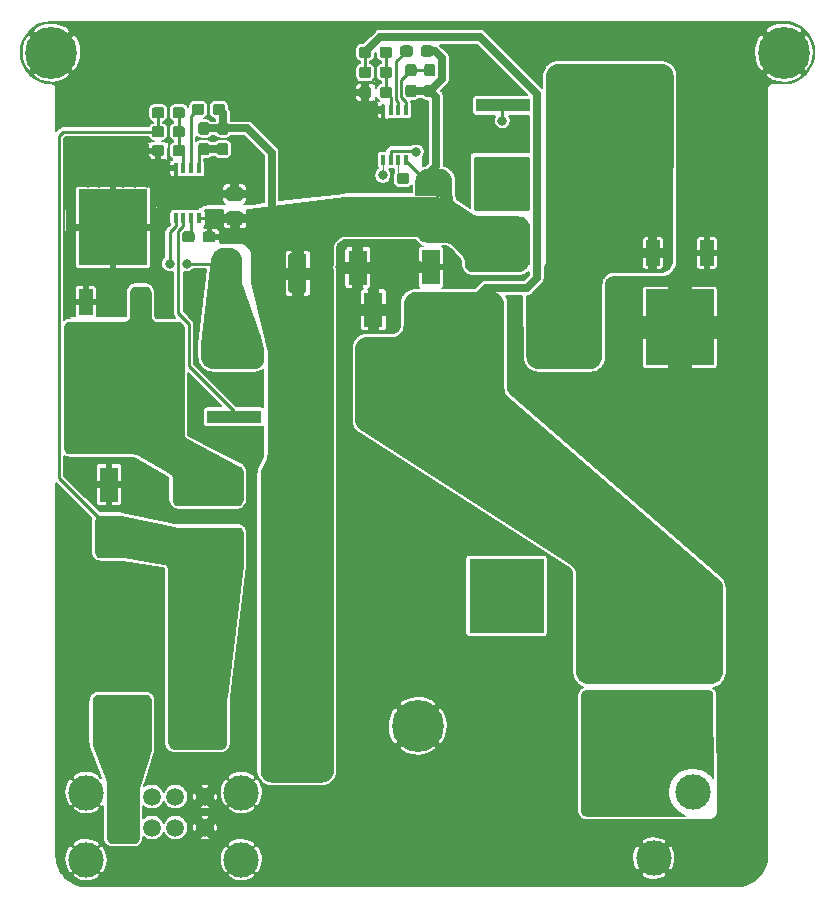
<source format=gtl>
G04 #@! TF.GenerationSoftware,KiCad,Pcbnew,(5.0.1)-3*
G04 #@! TF.CreationDate,2019-05-15T20:24:53+02:00*
G04 #@! TF.ProjectId,Milwaukee_USB_charger,4D696C7761756B65655F5553425F6368,rev?*
G04 #@! TF.SameCoordinates,Original*
G04 #@! TF.FileFunction,Copper,L1,Top,Signal*
G04 #@! TF.FilePolarity,Positive*
%FSLAX46Y46*%
G04 Gerber Fmt 4.6, Leading zero omitted, Abs format (unit mm)*
G04 Created by KiCad (PCBNEW (5.0.1)-3) date 15-May-19 20:24:53*
%MOMM*%
%LPD*%
G01*
G04 APERTURE LIST*
G04 #@! TA.AperFunction,SMDPad,CuDef*
%ADD10R,1.600000X3.000000*%
G04 #@! TD*
G04 #@! TA.AperFunction,SMDPad,CuDef*
%ADD11R,5.330000X5.590000*%
G04 #@! TD*
G04 #@! TA.AperFunction,SMDPad,CuDef*
%ADD12R,6.350000X6.280000*%
G04 #@! TD*
G04 #@! TA.AperFunction,SMDPad,CuDef*
%ADD13R,0.420000X0.890000*%
G04 #@! TD*
G04 #@! TA.AperFunction,SMDPad,CuDef*
%ADD14R,5.000000X1.680000*%
G04 #@! TD*
G04 #@! TA.AperFunction,ComponentPad*
%ADD15C,0.850000*%
G04 #@! TD*
G04 #@! TA.AperFunction,ComponentPad*
%ADD16C,0.550000*%
G04 #@! TD*
G04 #@! TA.AperFunction,ComponentPad*
%ADD17C,3.000000*%
G04 #@! TD*
G04 #@! TA.AperFunction,ComponentPad*
%ADD18O,3.000000X5.000000*%
G04 #@! TD*
G04 #@! TA.AperFunction,Conductor*
%ADD19C,0.100000*%
G04 #@! TD*
G04 #@! TA.AperFunction,SMDPad,CuDef*
%ADD20C,1.150000*%
G04 #@! TD*
G04 #@! TA.AperFunction,SMDPad,CuDef*
%ADD21C,0.950000*%
G04 #@! TD*
G04 #@! TA.AperFunction,SMDPad,CuDef*
%ADD22R,5.800000X6.400000*%
G04 #@! TD*
G04 #@! TA.AperFunction,SMDPad,CuDef*
%ADD23R,1.200000X2.200000*%
G04 #@! TD*
G04 #@! TA.AperFunction,SMDPad,CuDef*
%ADD24C,3.810000*%
G04 #@! TD*
G04 #@! TA.AperFunction,ComponentPad*
%ADD25C,1.500000*%
G04 #@! TD*
G04 #@! TA.AperFunction,ComponentPad*
%ADD26R,1.500000X1.500000*%
G04 #@! TD*
G04 #@! TA.AperFunction,SMDPad,CuDef*
%ADD27R,5.240000X2.500000*%
G04 #@! TD*
G04 #@! TA.AperFunction,SMDPad,CuDef*
%ADD28R,9.400000X10.800000*%
G04 #@! TD*
G04 #@! TA.AperFunction,SMDPad,CuDef*
%ADD29R,4.600000X1.100000*%
G04 #@! TD*
G04 #@! TA.AperFunction,ComponentPad*
%ADD30C,0.700000*%
G04 #@! TD*
G04 #@! TA.AperFunction,ComponentPad*
%ADD31C,4.400000*%
G04 #@! TD*
G04 #@! TA.AperFunction,SMDPad,CuDef*
%ADD32C,1.525000*%
G04 #@! TD*
G04 #@! TA.AperFunction,ViaPad*
%ADD33C,0.800000*%
G04 #@! TD*
G04 #@! TA.AperFunction,Conductor*
%ADD34C,0.250000*%
G04 #@! TD*
G04 #@! TA.AperFunction,Conductor*
%ADD35C,0.700000*%
G04 #@! TD*
G04 #@! TA.AperFunction,Conductor*
%ADD36C,3.000000*%
G04 #@! TD*
G04 #@! TA.AperFunction,Conductor*
%ADD37C,0.125000*%
G04 #@! TD*
G04 #@! TA.AperFunction,Conductor*
%ADD38C,0.150000*%
G04 #@! TD*
G04 #@! TA.AperFunction,Conductor*
%ADD39C,0.254000*%
G04 #@! TD*
G04 APERTURE END LIST*
D10*
G04 #@! TO.P,C10,1*
G04 #@! TO.N,Net-(C10-Pad1)*
X96260759Y-65171239D03*
G04 #@! TO.P,C10,2*
G04 #@! TO.N,GND*
X96260759Y-60771239D03*
G04 #@! TD*
G04 #@! TO.P,C11,1*
G04 #@! TO.N,BATT+*
X101130000Y-52770000D03*
G04 #@! TO.P,C11,2*
G04 #@! TO.N,GND*
X101130000Y-57170000D03*
G04 #@! TD*
G04 #@! TO.P,C6,1*
G04 #@! TO.N,BATT+*
X94930000Y-52800000D03*
G04 #@! TO.P,C6,2*
G04 #@! TO.N,GND*
X94930000Y-57200000D03*
G04 #@! TD*
G04 #@! TO.P,C5,1*
G04 #@! TO.N,Net-(C4-Pad1)*
X73860759Y-79971239D03*
G04 #@! TO.P,C5,2*
G04 #@! TO.N,GND*
X73860759Y-75571239D03*
G04 #@! TD*
D11*
G04 #@! TO.P,L2,1*
G04 #@! TO.N,Net-(D2-Pad3)*
X112605000Y-62415000D03*
G04 #@! TO.P,L2,2*
G04 #@! TO.N,Net-(C10-Pad1)*
X102455000Y-62415000D03*
D12*
G04 #@! TO.P,L2,*
G04 #@! TO.N,*
X107530000Y-84990000D03*
G04 #@! TD*
D13*
G04 #@! TO.P,U1,1*
G04 #@! TO.N,Net-(C3-Pad1)*
X81475000Y-48795000D03*
G04 #@! TO.P,U1,2*
G04 #@! TO.N,Net-(R1-Pad2)*
X80825000Y-48795000D03*
G04 #@! TO.P,U1,3*
G04 #@! TO.N,Net-(C4-Pad2)*
X80175000Y-48795000D03*
G04 #@! TO.P,U1,4*
G04 #@! TO.N,GND*
X79525000Y-48795000D03*
G04 #@! TO.P,U1,5*
G04 #@! TO.N,Net-(Q1-Pad3)*
X79525000Y-53005000D03*
G04 #@! TO.P,U1,6*
G04 #@! TO.N,Net-(Q1-Pad1)*
X80175000Y-53005000D03*
G04 #@! TO.P,U1,7*
G04 #@! TO.N,Net-(C2-Pad2)*
X80825000Y-53005000D03*
G04 #@! TO.P,U1,8*
G04 #@! TO.N,BATT+*
X81475000Y-53005000D03*
D14*
G04 #@! TO.P,U1,9*
G04 #@! TO.N,GND*
X80500000Y-50900000D03*
D15*
X81000000Y-50500000D03*
X80000000Y-51300000D03*
D16*
X80970000Y-51320000D03*
X80030000Y-50480000D03*
G04 #@! TD*
D13*
G04 #@! TO.P,U2,1*
G04 #@! TO.N,Net-(C8-Pad1)*
X99010759Y-43861239D03*
G04 #@! TO.P,U2,2*
G04 #@! TO.N,Net-(R6-Pad2)*
X98360759Y-43861239D03*
G04 #@! TO.P,U2,3*
G04 #@! TO.N,Net-(C9-Pad2)*
X97710759Y-43861239D03*
G04 #@! TO.P,U2,4*
G04 #@! TO.N,GND*
X97060759Y-43861239D03*
G04 #@! TO.P,U2,5*
G04 #@! TO.N,Net-(Q2-Pad3)*
X97060759Y-48071239D03*
G04 #@! TO.P,U2,6*
G04 #@! TO.N,Net-(Q2-Pad1)*
X97710759Y-48071239D03*
G04 #@! TO.P,U2,7*
G04 #@! TO.N,Net-(C7-Pad2)*
X98360759Y-48071239D03*
G04 #@! TO.P,U2,8*
G04 #@! TO.N,BATT+*
X99010759Y-48071239D03*
D14*
G04 #@! TO.P,U2,9*
G04 #@! TO.N,GND*
X98035759Y-45966239D03*
D15*
X98535759Y-45566239D03*
X97535759Y-46366239D03*
D16*
X98505759Y-46386239D03*
X97565759Y-45546239D03*
G04 #@! TD*
D17*
G04 #@! TO.P,J1,1*
G04 #@! TO.N,BATT+*
X89000000Y-99040000D03*
D18*
X89000000Y-93960000D03*
G04 #@! TD*
D17*
G04 #@! TO.P,J2,1*
G04 #@! TO.N,GND*
X111000000Y-99040000D03*
D18*
X111000000Y-93960000D03*
G04 #@! TD*
D19*
G04 #@! TO.N,BATT+*
G04 #@! TO.C,C1*
G36*
X84974910Y-52451202D02*
X84999135Y-52454795D01*
X85022891Y-52460746D01*
X85045949Y-52468996D01*
X85068087Y-52479467D01*
X85089093Y-52492057D01*
X85108763Y-52506645D01*
X85126908Y-52523092D01*
X85143355Y-52541237D01*
X85157943Y-52560907D01*
X85170533Y-52581913D01*
X85181004Y-52604051D01*
X85189254Y-52627109D01*
X85195205Y-52650865D01*
X85198798Y-52675090D01*
X85200000Y-52699550D01*
X85200000Y-53350450D01*
X85198798Y-53374910D01*
X85195205Y-53399135D01*
X85189254Y-53422891D01*
X85181004Y-53445949D01*
X85170533Y-53468087D01*
X85157943Y-53489093D01*
X85143355Y-53508763D01*
X85126908Y-53526908D01*
X85108763Y-53543355D01*
X85089093Y-53557943D01*
X85068087Y-53570533D01*
X85045949Y-53581004D01*
X85022891Y-53589254D01*
X84999135Y-53595205D01*
X84974910Y-53598798D01*
X84950450Y-53600000D01*
X84049550Y-53600000D01*
X84025090Y-53598798D01*
X84000865Y-53595205D01*
X83977109Y-53589254D01*
X83954051Y-53581004D01*
X83931913Y-53570533D01*
X83910907Y-53557943D01*
X83891237Y-53543355D01*
X83873092Y-53526908D01*
X83856645Y-53508763D01*
X83842057Y-53489093D01*
X83829467Y-53468087D01*
X83818996Y-53445949D01*
X83810746Y-53422891D01*
X83804795Y-53399135D01*
X83801202Y-53374910D01*
X83800000Y-53350450D01*
X83800000Y-52699550D01*
X83801202Y-52675090D01*
X83804795Y-52650865D01*
X83810746Y-52627109D01*
X83818996Y-52604051D01*
X83829467Y-52581913D01*
X83842057Y-52560907D01*
X83856645Y-52541237D01*
X83873092Y-52523092D01*
X83891237Y-52506645D01*
X83910907Y-52492057D01*
X83931913Y-52479467D01*
X83954051Y-52468996D01*
X83977109Y-52460746D01*
X84000865Y-52454795D01*
X84025090Y-52451202D01*
X84049550Y-52450000D01*
X84950450Y-52450000D01*
X84974910Y-52451202D01*
X84974910Y-52451202D01*
G37*
D20*
G04 #@! TD*
G04 #@! TO.P,C1,1*
G04 #@! TO.N,BATT+*
X84500000Y-53025000D03*
D19*
G04 #@! TO.N,GND*
G04 #@! TO.C,C1*
G36*
X84974910Y-50401202D02*
X84999135Y-50404795D01*
X85022891Y-50410746D01*
X85045949Y-50418996D01*
X85068087Y-50429467D01*
X85089093Y-50442057D01*
X85108763Y-50456645D01*
X85126908Y-50473092D01*
X85143355Y-50491237D01*
X85157943Y-50510907D01*
X85170533Y-50531913D01*
X85181004Y-50554051D01*
X85189254Y-50577109D01*
X85195205Y-50600865D01*
X85198798Y-50625090D01*
X85200000Y-50649550D01*
X85200000Y-51300450D01*
X85198798Y-51324910D01*
X85195205Y-51349135D01*
X85189254Y-51372891D01*
X85181004Y-51395949D01*
X85170533Y-51418087D01*
X85157943Y-51439093D01*
X85143355Y-51458763D01*
X85126908Y-51476908D01*
X85108763Y-51493355D01*
X85089093Y-51507943D01*
X85068087Y-51520533D01*
X85045949Y-51531004D01*
X85022891Y-51539254D01*
X84999135Y-51545205D01*
X84974910Y-51548798D01*
X84950450Y-51550000D01*
X84049550Y-51550000D01*
X84025090Y-51548798D01*
X84000865Y-51545205D01*
X83977109Y-51539254D01*
X83954051Y-51531004D01*
X83931913Y-51520533D01*
X83910907Y-51507943D01*
X83891237Y-51493355D01*
X83873092Y-51476908D01*
X83856645Y-51458763D01*
X83842057Y-51439093D01*
X83829467Y-51418087D01*
X83818996Y-51395949D01*
X83810746Y-51372891D01*
X83804795Y-51349135D01*
X83801202Y-51324910D01*
X83800000Y-51300450D01*
X83800000Y-50649550D01*
X83801202Y-50625090D01*
X83804795Y-50600865D01*
X83810746Y-50577109D01*
X83818996Y-50554051D01*
X83829467Y-50531913D01*
X83842057Y-50510907D01*
X83856645Y-50491237D01*
X83873092Y-50473092D01*
X83891237Y-50456645D01*
X83910907Y-50442057D01*
X83931913Y-50429467D01*
X83954051Y-50418996D01*
X83977109Y-50410746D01*
X84000865Y-50404795D01*
X84025090Y-50401202D01*
X84049550Y-50400000D01*
X84950450Y-50400000D01*
X84974910Y-50401202D01*
X84974910Y-50401202D01*
G37*
D20*
G04 #@! TD*
G04 #@! TO.P,C1,2*
G04 #@! TO.N,GND*
X84500000Y-50975000D03*
D19*
G04 #@! TO.N,Net-(C2-Pad2)*
G04 #@! TO.C,C2*
G36*
X80896538Y-54126144D02*
X80919593Y-54129563D01*
X80942202Y-54135227D01*
X80964146Y-54143079D01*
X80985216Y-54153044D01*
X81005207Y-54165026D01*
X81023927Y-54178910D01*
X81041197Y-54194562D01*
X81056849Y-54211832D01*
X81070733Y-54230552D01*
X81082715Y-54250543D01*
X81092680Y-54271613D01*
X81100532Y-54293557D01*
X81106196Y-54316166D01*
X81109615Y-54339221D01*
X81110759Y-54362500D01*
X81110759Y-54837500D01*
X81109615Y-54860779D01*
X81106196Y-54883834D01*
X81100532Y-54906443D01*
X81092680Y-54928387D01*
X81082715Y-54949457D01*
X81070733Y-54969448D01*
X81056849Y-54988168D01*
X81041197Y-55005438D01*
X81023927Y-55021090D01*
X81005207Y-55034974D01*
X80985216Y-55046956D01*
X80964146Y-55056921D01*
X80942202Y-55064773D01*
X80919593Y-55070437D01*
X80896538Y-55073856D01*
X80873259Y-55075000D01*
X80298259Y-55075000D01*
X80274980Y-55073856D01*
X80251925Y-55070437D01*
X80229316Y-55064773D01*
X80207372Y-55056921D01*
X80186302Y-55046956D01*
X80166311Y-55034974D01*
X80147591Y-55021090D01*
X80130321Y-55005438D01*
X80114669Y-54988168D01*
X80100785Y-54969448D01*
X80088803Y-54949457D01*
X80078838Y-54928387D01*
X80070986Y-54906443D01*
X80065322Y-54883834D01*
X80061903Y-54860779D01*
X80060759Y-54837500D01*
X80060759Y-54362500D01*
X80061903Y-54339221D01*
X80065322Y-54316166D01*
X80070986Y-54293557D01*
X80078838Y-54271613D01*
X80088803Y-54250543D01*
X80100785Y-54230552D01*
X80114669Y-54211832D01*
X80130321Y-54194562D01*
X80147591Y-54178910D01*
X80166311Y-54165026D01*
X80186302Y-54153044D01*
X80207372Y-54143079D01*
X80229316Y-54135227D01*
X80251925Y-54129563D01*
X80274980Y-54126144D01*
X80298259Y-54125000D01*
X80873259Y-54125000D01*
X80896538Y-54126144D01*
X80896538Y-54126144D01*
G37*
D21*
G04 #@! TD*
G04 #@! TO.P,C2,2*
G04 #@! TO.N,Net-(C2-Pad2)*
X80585759Y-54600000D03*
D19*
G04 #@! TO.N,BATT+*
G04 #@! TO.C,C2*
G36*
X82646538Y-54126144D02*
X82669593Y-54129563D01*
X82692202Y-54135227D01*
X82714146Y-54143079D01*
X82735216Y-54153044D01*
X82755207Y-54165026D01*
X82773927Y-54178910D01*
X82791197Y-54194562D01*
X82806849Y-54211832D01*
X82820733Y-54230552D01*
X82832715Y-54250543D01*
X82842680Y-54271613D01*
X82850532Y-54293557D01*
X82856196Y-54316166D01*
X82859615Y-54339221D01*
X82860759Y-54362500D01*
X82860759Y-54837500D01*
X82859615Y-54860779D01*
X82856196Y-54883834D01*
X82850532Y-54906443D01*
X82842680Y-54928387D01*
X82832715Y-54949457D01*
X82820733Y-54969448D01*
X82806849Y-54988168D01*
X82791197Y-55005438D01*
X82773927Y-55021090D01*
X82755207Y-55034974D01*
X82735216Y-55046956D01*
X82714146Y-55056921D01*
X82692202Y-55064773D01*
X82669593Y-55070437D01*
X82646538Y-55073856D01*
X82623259Y-55075000D01*
X82048259Y-55075000D01*
X82024980Y-55073856D01*
X82001925Y-55070437D01*
X81979316Y-55064773D01*
X81957372Y-55056921D01*
X81936302Y-55046956D01*
X81916311Y-55034974D01*
X81897591Y-55021090D01*
X81880321Y-55005438D01*
X81864669Y-54988168D01*
X81850785Y-54969448D01*
X81838803Y-54949457D01*
X81828838Y-54928387D01*
X81820986Y-54906443D01*
X81815322Y-54883834D01*
X81811903Y-54860779D01*
X81810759Y-54837500D01*
X81810759Y-54362500D01*
X81811903Y-54339221D01*
X81815322Y-54316166D01*
X81820986Y-54293557D01*
X81828838Y-54271613D01*
X81838803Y-54250543D01*
X81850785Y-54230552D01*
X81864669Y-54211832D01*
X81880321Y-54194562D01*
X81897591Y-54178910D01*
X81916311Y-54165026D01*
X81936302Y-54153044D01*
X81957372Y-54143079D01*
X81979316Y-54135227D01*
X82001925Y-54129563D01*
X82024980Y-54126144D01*
X82048259Y-54125000D01*
X82623259Y-54125000D01*
X82646538Y-54126144D01*
X82646538Y-54126144D01*
G37*
D21*
G04 #@! TD*
G04 #@! TO.P,C2,1*
G04 #@! TO.N,BATT+*
X82335759Y-54600000D03*
D19*
G04 #@! TO.N,BATT+*
G04 #@! TO.C,C3*
G36*
X82160779Y-44901144D02*
X82183834Y-44904563D01*
X82206443Y-44910227D01*
X82228387Y-44918079D01*
X82249457Y-44928044D01*
X82269448Y-44940026D01*
X82288168Y-44953910D01*
X82305438Y-44969562D01*
X82321090Y-44986832D01*
X82334974Y-45005552D01*
X82346956Y-45025543D01*
X82356921Y-45046613D01*
X82364773Y-45068557D01*
X82370437Y-45091166D01*
X82373856Y-45114221D01*
X82375000Y-45137500D01*
X82375000Y-45712500D01*
X82373856Y-45735779D01*
X82370437Y-45758834D01*
X82364773Y-45781443D01*
X82356921Y-45803387D01*
X82346956Y-45824457D01*
X82334974Y-45844448D01*
X82321090Y-45863168D01*
X82305438Y-45880438D01*
X82288168Y-45896090D01*
X82269448Y-45909974D01*
X82249457Y-45921956D01*
X82228387Y-45931921D01*
X82206443Y-45939773D01*
X82183834Y-45945437D01*
X82160779Y-45948856D01*
X82137500Y-45950000D01*
X81662500Y-45950000D01*
X81639221Y-45948856D01*
X81616166Y-45945437D01*
X81593557Y-45939773D01*
X81571613Y-45931921D01*
X81550543Y-45921956D01*
X81530552Y-45909974D01*
X81511832Y-45896090D01*
X81494562Y-45880438D01*
X81478910Y-45863168D01*
X81465026Y-45844448D01*
X81453044Y-45824457D01*
X81443079Y-45803387D01*
X81435227Y-45781443D01*
X81429563Y-45758834D01*
X81426144Y-45735779D01*
X81425000Y-45712500D01*
X81425000Y-45137500D01*
X81426144Y-45114221D01*
X81429563Y-45091166D01*
X81435227Y-45068557D01*
X81443079Y-45046613D01*
X81453044Y-45025543D01*
X81465026Y-45005552D01*
X81478910Y-44986832D01*
X81494562Y-44969562D01*
X81511832Y-44953910D01*
X81530552Y-44940026D01*
X81550543Y-44928044D01*
X81571613Y-44918079D01*
X81593557Y-44910227D01*
X81616166Y-44904563D01*
X81639221Y-44901144D01*
X81662500Y-44900000D01*
X82137500Y-44900000D01*
X82160779Y-44901144D01*
X82160779Y-44901144D01*
G37*
D21*
G04 #@! TD*
G04 #@! TO.P,C3,2*
G04 #@! TO.N,BATT+*
X81900000Y-45425000D03*
D19*
G04 #@! TO.N,Net-(C3-Pad1)*
G04 #@! TO.C,C3*
G36*
X82160779Y-46651144D02*
X82183834Y-46654563D01*
X82206443Y-46660227D01*
X82228387Y-46668079D01*
X82249457Y-46678044D01*
X82269448Y-46690026D01*
X82288168Y-46703910D01*
X82305438Y-46719562D01*
X82321090Y-46736832D01*
X82334974Y-46755552D01*
X82346956Y-46775543D01*
X82356921Y-46796613D01*
X82364773Y-46818557D01*
X82370437Y-46841166D01*
X82373856Y-46864221D01*
X82375000Y-46887500D01*
X82375000Y-47462500D01*
X82373856Y-47485779D01*
X82370437Y-47508834D01*
X82364773Y-47531443D01*
X82356921Y-47553387D01*
X82346956Y-47574457D01*
X82334974Y-47594448D01*
X82321090Y-47613168D01*
X82305438Y-47630438D01*
X82288168Y-47646090D01*
X82269448Y-47659974D01*
X82249457Y-47671956D01*
X82228387Y-47681921D01*
X82206443Y-47689773D01*
X82183834Y-47695437D01*
X82160779Y-47698856D01*
X82137500Y-47700000D01*
X81662500Y-47700000D01*
X81639221Y-47698856D01*
X81616166Y-47695437D01*
X81593557Y-47689773D01*
X81571613Y-47681921D01*
X81550543Y-47671956D01*
X81530552Y-47659974D01*
X81511832Y-47646090D01*
X81494562Y-47630438D01*
X81478910Y-47613168D01*
X81465026Y-47594448D01*
X81453044Y-47574457D01*
X81443079Y-47553387D01*
X81435227Y-47531443D01*
X81429563Y-47508834D01*
X81426144Y-47485779D01*
X81425000Y-47462500D01*
X81425000Y-46887500D01*
X81426144Y-46864221D01*
X81429563Y-46841166D01*
X81435227Y-46818557D01*
X81443079Y-46796613D01*
X81453044Y-46775543D01*
X81465026Y-46755552D01*
X81478910Y-46736832D01*
X81494562Y-46719562D01*
X81511832Y-46703910D01*
X81530552Y-46690026D01*
X81550543Y-46678044D01*
X81571613Y-46668079D01*
X81593557Y-46660227D01*
X81616166Y-46654563D01*
X81639221Y-46651144D01*
X81662500Y-46650000D01*
X82137500Y-46650000D01*
X82160779Y-46651144D01*
X82160779Y-46651144D01*
G37*
D21*
G04 #@! TD*
G04 #@! TO.P,C3,1*
G04 #@! TO.N,Net-(C3-Pad1)*
X81900000Y-47175000D03*
D19*
G04 #@! TO.N,Net-(C4-Pad1)*
G04 #@! TO.C,C4*
G36*
X78335779Y-43626144D02*
X78358834Y-43629563D01*
X78381443Y-43635227D01*
X78403387Y-43643079D01*
X78424457Y-43653044D01*
X78444448Y-43665026D01*
X78463168Y-43678910D01*
X78480438Y-43694562D01*
X78496090Y-43711832D01*
X78509974Y-43730552D01*
X78521956Y-43750543D01*
X78531921Y-43771613D01*
X78539773Y-43793557D01*
X78545437Y-43816166D01*
X78548856Y-43839221D01*
X78550000Y-43862500D01*
X78550000Y-44337500D01*
X78548856Y-44360779D01*
X78545437Y-44383834D01*
X78539773Y-44406443D01*
X78531921Y-44428387D01*
X78521956Y-44449457D01*
X78509974Y-44469448D01*
X78496090Y-44488168D01*
X78480438Y-44505438D01*
X78463168Y-44521090D01*
X78444448Y-44534974D01*
X78424457Y-44546956D01*
X78403387Y-44556921D01*
X78381443Y-44564773D01*
X78358834Y-44570437D01*
X78335779Y-44573856D01*
X78312500Y-44575000D01*
X77737500Y-44575000D01*
X77714221Y-44573856D01*
X77691166Y-44570437D01*
X77668557Y-44564773D01*
X77646613Y-44556921D01*
X77625543Y-44546956D01*
X77605552Y-44534974D01*
X77586832Y-44521090D01*
X77569562Y-44505438D01*
X77553910Y-44488168D01*
X77540026Y-44469448D01*
X77528044Y-44449457D01*
X77518079Y-44428387D01*
X77510227Y-44406443D01*
X77504563Y-44383834D01*
X77501144Y-44360779D01*
X77500000Y-44337500D01*
X77500000Y-43862500D01*
X77501144Y-43839221D01*
X77504563Y-43816166D01*
X77510227Y-43793557D01*
X77518079Y-43771613D01*
X77528044Y-43750543D01*
X77540026Y-43730552D01*
X77553910Y-43711832D01*
X77569562Y-43694562D01*
X77586832Y-43678910D01*
X77605552Y-43665026D01*
X77625543Y-43653044D01*
X77646613Y-43643079D01*
X77668557Y-43635227D01*
X77691166Y-43629563D01*
X77714221Y-43626144D01*
X77737500Y-43625000D01*
X78312500Y-43625000D01*
X78335779Y-43626144D01*
X78335779Y-43626144D01*
G37*
D21*
G04 #@! TD*
G04 #@! TO.P,C4,1*
G04 #@! TO.N,Net-(C4-Pad1)*
X78025000Y-44100000D03*
D19*
G04 #@! TO.N,Net-(C4-Pad2)*
G04 #@! TO.C,C4*
G36*
X80085779Y-43626144D02*
X80108834Y-43629563D01*
X80131443Y-43635227D01*
X80153387Y-43643079D01*
X80174457Y-43653044D01*
X80194448Y-43665026D01*
X80213168Y-43678910D01*
X80230438Y-43694562D01*
X80246090Y-43711832D01*
X80259974Y-43730552D01*
X80271956Y-43750543D01*
X80281921Y-43771613D01*
X80289773Y-43793557D01*
X80295437Y-43816166D01*
X80298856Y-43839221D01*
X80300000Y-43862500D01*
X80300000Y-44337500D01*
X80298856Y-44360779D01*
X80295437Y-44383834D01*
X80289773Y-44406443D01*
X80281921Y-44428387D01*
X80271956Y-44449457D01*
X80259974Y-44469448D01*
X80246090Y-44488168D01*
X80230438Y-44505438D01*
X80213168Y-44521090D01*
X80194448Y-44534974D01*
X80174457Y-44546956D01*
X80153387Y-44556921D01*
X80131443Y-44564773D01*
X80108834Y-44570437D01*
X80085779Y-44573856D01*
X80062500Y-44575000D01*
X79487500Y-44575000D01*
X79464221Y-44573856D01*
X79441166Y-44570437D01*
X79418557Y-44564773D01*
X79396613Y-44556921D01*
X79375543Y-44546956D01*
X79355552Y-44534974D01*
X79336832Y-44521090D01*
X79319562Y-44505438D01*
X79303910Y-44488168D01*
X79290026Y-44469448D01*
X79278044Y-44449457D01*
X79268079Y-44428387D01*
X79260227Y-44406443D01*
X79254563Y-44383834D01*
X79251144Y-44360779D01*
X79250000Y-44337500D01*
X79250000Y-43862500D01*
X79251144Y-43839221D01*
X79254563Y-43816166D01*
X79260227Y-43793557D01*
X79268079Y-43771613D01*
X79278044Y-43750543D01*
X79290026Y-43730552D01*
X79303910Y-43711832D01*
X79319562Y-43694562D01*
X79336832Y-43678910D01*
X79355552Y-43665026D01*
X79375543Y-43653044D01*
X79396613Y-43643079D01*
X79418557Y-43635227D01*
X79441166Y-43629563D01*
X79464221Y-43626144D01*
X79487500Y-43625000D01*
X80062500Y-43625000D01*
X80085779Y-43626144D01*
X80085779Y-43626144D01*
G37*
D21*
G04 #@! TD*
G04 #@! TO.P,C4,2*
G04 #@! TO.N,Net-(C4-Pad2)*
X79775000Y-44100000D03*
D19*
G04 #@! TO.N,Net-(C7-Pad2)*
G04 #@! TO.C,C7*
G36*
X99071538Y-49192383D02*
X99094593Y-49195802D01*
X99117202Y-49201466D01*
X99139146Y-49209318D01*
X99160216Y-49219283D01*
X99180207Y-49231265D01*
X99198927Y-49245149D01*
X99216197Y-49260801D01*
X99231849Y-49278071D01*
X99245733Y-49296791D01*
X99257715Y-49316782D01*
X99267680Y-49337852D01*
X99275532Y-49359796D01*
X99281196Y-49382405D01*
X99284615Y-49405460D01*
X99285759Y-49428739D01*
X99285759Y-49903739D01*
X99284615Y-49927018D01*
X99281196Y-49950073D01*
X99275532Y-49972682D01*
X99267680Y-49994626D01*
X99257715Y-50015696D01*
X99245733Y-50035687D01*
X99231849Y-50054407D01*
X99216197Y-50071677D01*
X99198927Y-50087329D01*
X99180207Y-50101213D01*
X99160216Y-50113195D01*
X99139146Y-50123160D01*
X99117202Y-50131012D01*
X99094593Y-50136676D01*
X99071538Y-50140095D01*
X99048259Y-50141239D01*
X98473259Y-50141239D01*
X98449980Y-50140095D01*
X98426925Y-50136676D01*
X98404316Y-50131012D01*
X98382372Y-50123160D01*
X98361302Y-50113195D01*
X98341311Y-50101213D01*
X98322591Y-50087329D01*
X98305321Y-50071677D01*
X98289669Y-50054407D01*
X98275785Y-50035687D01*
X98263803Y-50015696D01*
X98253838Y-49994626D01*
X98245986Y-49972682D01*
X98240322Y-49950073D01*
X98236903Y-49927018D01*
X98235759Y-49903739D01*
X98235759Y-49428739D01*
X98236903Y-49405460D01*
X98240322Y-49382405D01*
X98245986Y-49359796D01*
X98253838Y-49337852D01*
X98263803Y-49316782D01*
X98275785Y-49296791D01*
X98289669Y-49278071D01*
X98305321Y-49260801D01*
X98322591Y-49245149D01*
X98341311Y-49231265D01*
X98361302Y-49219283D01*
X98382372Y-49209318D01*
X98404316Y-49201466D01*
X98426925Y-49195802D01*
X98449980Y-49192383D01*
X98473259Y-49191239D01*
X99048259Y-49191239D01*
X99071538Y-49192383D01*
X99071538Y-49192383D01*
G37*
D21*
G04 #@! TD*
G04 #@! TO.P,C7,2*
G04 #@! TO.N,Net-(C7-Pad2)*
X98760759Y-49666239D03*
D19*
G04 #@! TO.N,BATT+*
G04 #@! TO.C,C7*
G36*
X100821538Y-49192383D02*
X100844593Y-49195802D01*
X100867202Y-49201466D01*
X100889146Y-49209318D01*
X100910216Y-49219283D01*
X100930207Y-49231265D01*
X100948927Y-49245149D01*
X100966197Y-49260801D01*
X100981849Y-49278071D01*
X100995733Y-49296791D01*
X101007715Y-49316782D01*
X101017680Y-49337852D01*
X101025532Y-49359796D01*
X101031196Y-49382405D01*
X101034615Y-49405460D01*
X101035759Y-49428739D01*
X101035759Y-49903739D01*
X101034615Y-49927018D01*
X101031196Y-49950073D01*
X101025532Y-49972682D01*
X101017680Y-49994626D01*
X101007715Y-50015696D01*
X100995733Y-50035687D01*
X100981849Y-50054407D01*
X100966197Y-50071677D01*
X100948927Y-50087329D01*
X100930207Y-50101213D01*
X100910216Y-50113195D01*
X100889146Y-50123160D01*
X100867202Y-50131012D01*
X100844593Y-50136676D01*
X100821538Y-50140095D01*
X100798259Y-50141239D01*
X100223259Y-50141239D01*
X100199980Y-50140095D01*
X100176925Y-50136676D01*
X100154316Y-50131012D01*
X100132372Y-50123160D01*
X100111302Y-50113195D01*
X100091311Y-50101213D01*
X100072591Y-50087329D01*
X100055321Y-50071677D01*
X100039669Y-50054407D01*
X100025785Y-50035687D01*
X100013803Y-50015696D01*
X100003838Y-49994626D01*
X99995986Y-49972682D01*
X99990322Y-49950073D01*
X99986903Y-49927018D01*
X99985759Y-49903739D01*
X99985759Y-49428739D01*
X99986903Y-49405460D01*
X99990322Y-49382405D01*
X99995986Y-49359796D01*
X100003838Y-49337852D01*
X100013803Y-49316782D01*
X100025785Y-49296791D01*
X100039669Y-49278071D01*
X100055321Y-49260801D01*
X100072591Y-49245149D01*
X100091311Y-49231265D01*
X100111302Y-49219283D01*
X100132372Y-49209318D01*
X100154316Y-49201466D01*
X100176925Y-49195802D01*
X100199980Y-49192383D01*
X100223259Y-49191239D01*
X100798259Y-49191239D01*
X100821538Y-49192383D01*
X100821538Y-49192383D01*
G37*
D21*
G04 #@! TD*
G04 #@! TO.P,C7,1*
G04 #@! TO.N,BATT+*
X100510759Y-49666239D03*
D19*
G04 #@! TO.N,Net-(C8-Pad1)*
G04 #@! TO.C,C8*
G36*
X99696538Y-39967383D02*
X99719593Y-39970802D01*
X99742202Y-39976466D01*
X99764146Y-39984318D01*
X99785216Y-39994283D01*
X99805207Y-40006265D01*
X99823927Y-40020149D01*
X99841197Y-40035801D01*
X99856849Y-40053071D01*
X99870733Y-40071791D01*
X99882715Y-40091782D01*
X99892680Y-40112852D01*
X99900532Y-40134796D01*
X99906196Y-40157405D01*
X99909615Y-40180460D01*
X99910759Y-40203739D01*
X99910759Y-40778739D01*
X99909615Y-40802018D01*
X99906196Y-40825073D01*
X99900532Y-40847682D01*
X99892680Y-40869626D01*
X99882715Y-40890696D01*
X99870733Y-40910687D01*
X99856849Y-40929407D01*
X99841197Y-40946677D01*
X99823927Y-40962329D01*
X99805207Y-40976213D01*
X99785216Y-40988195D01*
X99764146Y-40998160D01*
X99742202Y-41006012D01*
X99719593Y-41011676D01*
X99696538Y-41015095D01*
X99673259Y-41016239D01*
X99198259Y-41016239D01*
X99174980Y-41015095D01*
X99151925Y-41011676D01*
X99129316Y-41006012D01*
X99107372Y-40998160D01*
X99086302Y-40988195D01*
X99066311Y-40976213D01*
X99047591Y-40962329D01*
X99030321Y-40946677D01*
X99014669Y-40929407D01*
X99000785Y-40910687D01*
X98988803Y-40890696D01*
X98978838Y-40869626D01*
X98970986Y-40847682D01*
X98965322Y-40825073D01*
X98961903Y-40802018D01*
X98960759Y-40778739D01*
X98960759Y-40203739D01*
X98961903Y-40180460D01*
X98965322Y-40157405D01*
X98970986Y-40134796D01*
X98978838Y-40112852D01*
X98988803Y-40091782D01*
X99000785Y-40071791D01*
X99014669Y-40053071D01*
X99030321Y-40035801D01*
X99047591Y-40020149D01*
X99066311Y-40006265D01*
X99086302Y-39994283D01*
X99107372Y-39984318D01*
X99129316Y-39976466D01*
X99151925Y-39970802D01*
X99174980Y-39967383D01*
X99198259Y-39966239D01*
X99673259Y-39966239D01*
X99696538Y-39967383D01*
X99696538Y-39967383D01*
G37*
D21*
G04 #@! TD*
G04 #@! TO.P,C8,1*
G04 #@! TO.N,Net-(C8-Pad1)*
X99435759Y-40491239D03*
D19*
G04 #@! TO.N,BATT+*
G04 #@! TO.C,C8*
G36*
X99696538Y-41717383D02*
X99719593Y-41720802D01*
X99742202Y-41726466D01*
X99764146Y-41734318D01*
X99785216Y-41744283D01*
X99805207Y-41756265D01*
X99823927Y-41770149D01*
X99841197Y-41785801D01*
X99856849Y-41803071D01*
X99870733Y-41821791D01*
X99882715Y-41841782D01*
X99892680Y-41862852D01*
X99900532Y-41884796D01*
X99906196Y-41907405D01*
X99909615Y-41930460D01*
X99910759Y-41953739D01*
X99910759Y-42528739D01*
X99909615Y-42552018D01*
X99906196Y-42575073D01*
X99900532Y-42597682D01*
X99892680Y-42619626D01*
X99882715Y-42640696D01*
X99870733Y-42660687D01*
X99856849Y-42679407D01*
X99841197Y-42696677D01*
X99823927Y-42712329D01*
X99805207Y-42726213D01*
X99785216Y-42738195D01*
X99764146Y-42748160D01*
X99742202Y-42756012D01*
X99719593Y-42761676D01*
X99696538Y-42765095D01*
X99673259Y-42766239D01*
X99198259Y-42766239D01*
X99174980Y-42765095D01*
X99151925Y-42761676D01*
X99129316Y-42756012D01*
X99107372Y-42748160D01*
X99086302Y-42738195D01*
X99066311Y-42726213D01*
X99047591Y-42712329D01*
X99030321Y-42696677D01*
X99014669Y-42679407D01*
X99000785Y-42660687D01*
X98988803Y-42640696D01*
X98978838Y-42619626D01*
X98970986Y-42597682D01*
X98965322Y-42575073D01*
X98961903Y-42552018D01*
X98960759Y-42528739D01*
X98960759Y-41953739D01*
X98961903Y-41930460D01*
X98965322Y-41907405D01*
X98970986Y-41884796D01*
X98978838Y-41862852D01*
X98988803Y-41841782D01*
X99000785Y-41821791D01*
X99014669Y-41803071D01*
X99030321Y-41785801D01*
X99047591Y-41770149D01*
X99066311Y-41756265D01*
X99086302Y-41744283D01*
X99107372Y-41734318D01*
X99129316Y-41726466D01*
X99151925Y-41720802D01*
X99174980Y-41717383D01*
X99198259Y-41716239D01*
X99673259Y-41716239D01*
X99696538Y-41717383D01*
X99696538Y-41717383D01*
G37*
D21*
G04 #@! TD*
G04 #@! TO.P,C8,2*
G04 #@! TO.N,BATT+*
X99435759Y-42241239D03*
D19*
G04 #@! TO.N,Net-(C10-Pad1)*
G04 #@! TO.C,C9*
G36*
X95871538Y-38492383D02*
X95894593Y-38495802D01*
X95917202Y-38501466D01*
X95939146Y-38509318D01*
X95960216Y-38519283D01*
X95980207Y-38531265D01*
X95998927Y-38545149D01*
X96016197Y-38560801D01*
X96031849Y-38578071D01*
X96045733Y-38596791D01*
X96057715Y-38616782D01*
X96067680Y-38637852D01*
X96075532Y-38659796D01*
X96081196Y-38682405D01*
X96084615Y-38705460D01*
X96085759Y-38728739D01*
X96085759Y-39203739D01*
X96084615Y-39227018D01*
X96081196Y-39250073D01*
X96075532Y-39272682D01*
X96067680Y-39294626D01*
X96057715Y-39315696D01*
X96045733Y-39335687D01*
X96031849Y-39354407D01*
X96016197Y-39371677D01*
X95998927Y-39387329D01*
X95980207Y-39401213D01*
X95960216Y-39413195D01*
X95939146Y-39423160D01*
X95917202Y-39431012D01*
X95894593Y-39436676D01*
X95871538Y-39440095D01*
X95848259Y-39441239D01*
X95273259Y-39441239D01*
X95249980Y-39440095D01*
X95226925Y-39436676D01*
X95204316Y-39431012D01*
X95182372Y-39423160D01*
X95161302Y-39413195D01*
X95141311Y-39401213D01*
X95122591Y-39387329D01*
X95105321Y-39371677D01*
X95089669Y-39354407D01*
X95075785Y-39335687D01*
X95063803Y-39315696D01*
X95053838Y-39294626D01*
X95045986Y-39272682D01*
X95040322Y-39250073D01*
X95036903Y-39227018D01*
X95035759Y-39203739D01*
X95035759Y-38728739D01*
X95036903Y-38705460D01*
X95040322Y-38682405D01*
X95045986Y-38659796D01*
X95053838Y-38637852D01*
X95063803Y-38616782D01*
X95075785Y-38596791D01*
X95089669Y-38578071D01*
X95105321Y-38560801D01*
X95122591Y-38545149D01*
X95141311Y-38531265D01*
X95161302Y-38519283D01*
X95182372Y-38509318D01*
X95204316Y-38501466D01*
X95226925Y-38495802D01*
X95249980Y-38492383D01*
X95273259Y-38491239D01*
X95848259Y-38491239D01*
X95871538Y-38492383D01*
X95871538Y-38492383D01*
G37*
D21*
G04 #@! TD*
G04 #@! TO.P,C9,1*
G04 #@! TO.N,Net-(C10-Pad1)*
X95560759Y-38966239D03*
D19*
G04 #@! TO.N,Net-(C9-Pad2)*
G04 #@! TO.C,C9*
G36*
X97621538Y-38492383D02*
X97644593Y-38495802D01*
X97667202Y-38501466D01*
X97689146Y-38509318D01*
X97710216Y-38519283D01*
X97730207Y-38531265D01*
X97748927Y-38545149D01*
X97766197Y-38560801D01*
X97781849Y-38578071D01*
X97795733Y-38596791D01*
X97807715Y-38616782D01*
X97817680Y-38637852D01*
X97825532Y-38659796D01*
X97831196Y-38682405D01*
X97834615Y-38705460D01*
X97835759Y-38728739D01*
X97835759Y-39203739D01*
X97834615Y-39227018D01*
X97831196Y-39250073D01*
X97825532Y-39272682D01*
X97817680Y-39294626D01*
X97807715Y-39315696D01*
X97795733Y-39335687D01*
X97781849Y-39354407D01*
X97766197Y-39371677D01*
X97748927Y-39387329D01*
X97730207Y-39401213D01*
X97710216Y-39413195D01*
X97689146Y-39423160D01*
X97667202Y-39431012D01*
X97644593Y-39436676D01*
X97621538Y-39440095D01*
X97598259Y-39441239D01*
X97023259Y-39441239D01*
X96999980Y-39440095D01*
X96976925Y-39436676D01*
X96954316Y-39431012D01*
X96932372Y-39423160D01*
X96911302Y-39413195D01*
X96891311Y-39401213D01*
X96872591Y-39387329D01*
X96855321Y-39371677D01*
X96839669Y-39354407D01*
X96825785Y-39335687D01*
X96813803Y-39315696D01*
X96803838Y-39294626D01*
X96795986Y-39272682D01*
X96790322Y-39250073D01*
X96786903Y-39227018D01*
X96785759Y-39203739D01*
X96785759Y-38728739D01*
X96786903Y-38705460D01*
X96790322Y-38682405D01*
X96795986Y-38659796D01*
X96803838Y-38637852D01*
X96813803Y-38616782D01*
X96825785Y-38596791D01*
X96839669Y-38578071D01*
X96855321Y-38560801D01*
X96872591Y-38545149D01*
X96891311Y-38531265D01*
X96911302Y-38519283D01*
X96932372Y-38509318D01*
X96954316Y-38501466D01*
X96976925Y-38495802D01*
X96999980Y-38492383D01*
X97023259Y-38491239D01*
X97598259Y-38491239D01*
X97621538Y-38492383D01*
X97621538Y-38492383D01*
G37*
D21*
G04 #@! TD*
G04 #@! TO.P,C9,2*
G04 #@! TO.N,Net-(C9-Pad2)*
X97310759Y-38966239D03*
D22*
G04 #@! TO.P,D1,2*
G04 #@! TO.N,GND*
X74200000Y-53800000D03*
D23*
G04 #@! TO.P,D1,3*
G04 #@! TO.N,Net-(D1-Pad3)*
X76480000Y-60100000D03*
G04 #@! TO.P,D1,1*
G04 #@! TO.N,GND*
X71920000Y-60100000D03*
G04 #@! TD*
G04 #@! TO.P,D2,1*
G04 #@! TO.N,GND*
X124480000Y-55970000D03*
G04 #@! TO.P,D2,3*
G04 #@! TO.N,Net-(D2-Pad3)*
X119920000Y-55970000D03*
D22*
G04 #@! TO.P,D2,2*
G04 #@! TO.N,GND*
X122200000Y-62270000D03*
G04 #@! TD*
D19*
G04 #@! TO.N,+5V*
G04 #@! TO.C,F1*
G36*
X76721050Y-93697183D02*
X76765062Y-93703712D01*
X76808222Y-93714523D01*
X76850115Y-93729512D01*
X76890337Y-93748536D01*
X76928500Y-93771410D01*
X76964238Y-93797915D01*
X76997205Y-93827795D01*
X77027085Y-93860762D01*
X77053590Y-93896500D01*
X77076464Y-93934663D01*
X77095488Y-93974885D01*
X77110477Y-94016778D01*
X77121288Y-94059938D01*
X77127817Y-94103950D01*
X77130000Y-94148390D01*
X77130000Y-97051610D01*
X77127817Y-97096050D01*
X77121288Y-97140062D01*
X77110477Y-97183222D01*
X77095488Y-97225115D01*
X77076464Y-97265337D01*
X77053590Y-97303500D01*
X77027085Y-97339238D01*
X76997205Y-97372205D01*
X76964238Y-97402085D01*
X76928500Y-97428590D01*
X76890337Y-97451464D01*
X76850115Y-97470488D01*
X76808222Y-97485477D01*
X76765062Y-97496288D01*
X76721050Y-97502817D01*
X76676610Y-97505000D01*
X73343390Y-97505000D01*
X73298950Y-97502817D01*
X73254938Y-97496288D01*
X73211778Y-97485477D01*
X73169885Y-97470488D01*
X73129663Y-97451464D01*
X73091500Y-97428590D01*
X73055762Y-97402085D01*
X73022795Y-97372205D01*
X72992915Y-97339238D01*
X72966410Y-97303500D01*
X72943536Y-97265337D01*
X72924512Y-97225115D01*
X72909523Y-97183222D01*
X72898712Y-97140062D01*
X72892183Y-97096050D01*
X72890000Y-97051610D01*
X72890000Y-94148390D01*
X72892183Y-94103950D01*
X72898712Y-94059938D01*
X72909523Y-94016778D01*
X72924512Y-93974885D01*
X72943536Y-93934663D01*
X72966410Y-93896500D01*
X72992915Y-93860762D01*
X73022795Y-93827795D01*
X73055762Y-93797915D01*
X73091500Y-93771410D01*
X73129663Y-93748536D01*
X73169885Y-93729512D01*
X73211778Y-93714523D01*
X73254938Y-93703712D01*
X73298950Y-93697183D01*
X73343390Y-93695000D01*
X76676610Y-93695000D01*
X76721050Y-93697183D01*
X76721050Y-93697183D01*
G37*
D24*
G04 #@! TD*
G04 #@! TO.P,F1,1*
G04 #@! TO.N,+5V*
X75010000Y-95600000D03*
D19*
G04 #@! TO.N,Net-(C4-Pad1)*
G04 #@! TO.C,F1*
G36*
X83101050Y-93697183D02*
X83145062Y-93703712D01*
X83188222Y-93714523D01*
X83230115Y-93729512D01*
X83270337Y-93748536D01*
X83308500Y-93771410D01*
X83344238Y-93797915D01*
X83377205Y-93827795D01*
X83407085Y-93860762D01*
X83433590Y-93896500D01*
X83456464Y-93934663D01*
X83475488Y-93974885D01*
X83490477Y-94016778D01*
X83501288Y-94059938D01*
X83507817Y-94103950D01*
X83510000Y-94148390D01*
X83510000Y-97051610D01*
X83507817Y-97096050D01*
X83501288Y-97140062D01*
X83490477Y-97183222D01*
X83475488Y-97225115D01*
X83456464Y-97265337D01*
X83433590Y-97303500D01*
X83407085Y-97339238D01*
X83377205Y-97372205D01*
X83344238Y-97402085D01*
X83308500Y-97428590D01*
X83270337Y-97451464D01*
X83230115Y-97470488D01*
X83188222Y-97485477D01*
X83145062Y-97496288D01*
X83101050Y-97502817D01*
X83056610Y-97505000D01*
X79723390Y-97505000D01*
X79678950Y-97502817D01*
X79634938Y-97496288D01*
X79591778Y-97485477D01*
X79549885Y-97470488D01*
X79509663Y-97451464D01*
X79471500Y-97428590D01*
X79435762Y-97402085D01*
X79402795Y-97372205D01*
X79372915Y-97339238D01*
X79346410Y-97303500D01*
X79323536Y-97265337D01*
X79304512Y-97225115D01*
X79289523Y-97183222D01*
X79278712Y-97140062D01*
X79272183Y-97096050D01*
X79270000Y-97051610D01*
X79270000Y-94148390D01*
X79272183Y-94103950D01*
X79278712Y-94059938D01*
X79289523Y-94016778D01*
X79304512Y-93974885D01*
X79323536Y-93934663D01*
X79346410Y-93896500D01*
X79372915Y-93860762D01*
X79402795Y-93827795D01*
X79435762Y-93797915D01*
X79471500Y-93771410D01*
X79509663Y-93748536D01*
X79549885Y-93729512D01*
X79591778Y-93714523D01*
X79634938Y-93703712D01*
X79678950Y-93697183D01*
X79723390Y-93695000D01*
X83056610Y-93695000D01*
X83101050Y-93697183D01*
X83101050Y-93697183D01*
G37*
D24*
G04 #@! TD*
G04 #@! TO.P,F1,2*
G04 #@! TO.N,Net-(C4-Pad1)*
X81390000Y-95600000D03*
D19*
G04 #@! TO.N,Net-(C10-Pad1)*
G04 #@! TO.C,F2*
G36*
X118026050Y-87262183D02*
X118070062Y-87268712D01*
X118113222Y-87279523D01*
X118155115Y-87294512D01*
X118195337Y-87313536D01*
X118233500Y-87336410D01*
X118269238Y-87362915D01*
X118302205Y-87392795D01*
X118332085Y-87425762D01*
X118358590Y-87461500D01*
X118381464Y-87499663D01*
X118400488Y-87539885D01*
X118415477Y-87581778D01*
X118426288Y-87624938D01*
X118432817Y-87668950D01*
X118435000Y-87713390D01*
X118435000Y-91046610D01*
X118432817Y-91091050D01*
X118426288Y-91135062D01*
X118415477Y-91178222D01*
X118400488Y-91220115D01*
X118381464Y-91260337D01*
X118358590Y-91298500D01*
X118332085Y-91334238D01*
X118302205Y-91367205D01*
X118269238Y-91397085D01*
X118233500Y-91423590D01*
X118195337Y-91446464D01*
X118155115Y-91465488D01*
X118113222Y-91480477D01*
X118070062Y-91491288D01*
X118026050Y-91497817D01*
X117981610Y-91500000D01*
X115078390Y-91500000D01*
X115033950Y-91497817D01*
X114989938Y-91491288D01*
X114946778Y-91480477D01*
X114904885Y-91465488D01*
X114864663Y-91446464D01*
X114826500Y-91423590D01*
X114790762Y-91397085D01*
X114757795Y-91367205D01*
X114727915Y-91334238D01*
X114701410Y-91298500D01*
X114678536Y-91260337D01*
X114659512Y-91220115D01*
X114644523Y-91178222D01*
X114633712Y-91135062D01*
X114627183Y-91091050D01*
X114625000Y-91046610D01*
X114625000Y-87713390D01*
X114627183Y-87668950D01*
X114633712Y-87624938D01*
X114644523Y-87581778D01*
X114659512Y-87539885D01*
X114678536Y-87499663D01*
X114701410Y-87461500D01*
X114727915Y-87425762D01*
X114757795Y-87392795D01*
X114790762Y-87362915D01*
X114826500Y-87336410D01*
X114864663Y-87313536D01*
X114904885Y-87294512D01*
X114946778Y-87279523D01*
X114989938Y-87268712D01*
X115033950Y-87262183D01*
X115078390Y-87260000D01*
X117981610Y-87260000D01*
X118026050Y-87262183D01*
X118026050Y-87262183D01*
G37*
D24*
G04 #@! TD*
G04 #@! TO.P,F2,2*
G04 #@! TO.N,Net-(C10-Pad1)*
X116530000Y-89380000D03*
D19*
G04 #@! TO.N,+12V*
G04 #@! TO.C,F2*
G36*
X118026050Y-93642183D02*
X118070062Y-93648712D01*
X118113222Y-93659523D01*
X118155115Y-93674512D01*
X118195337Y-93693536D01*
X118233500Y-93716410D01*
X118269238Y-93742915D01*
X118302205Y-93772795D01*
X118332085Y-93805762D01*
X118358590Y-93841500D01*
X118381464Y-93879663D01*
X118400488Y-93919885D01*
X118415477Y-93961778D01*
X118426288Y-94004938D01*
X118432817Y-94048950D01*
X118435000Y-94093390D01*
X118435000Y-97426610D01*
X118432817Y-97471050D01*
X118426288Y-97515062D01*
X118415477Y-97558222D01*
X118400488Y-97600115D01*
X118381464Y-97640337D01*
X118358590Y-97678500D01*
X118332085Y-97714238D01*
X118302205Y-97747205D01*
X118269238Y-97777085D01*
X118233500Y-97803590D01*
X118195337Y-97826464D01*
X118155115Y-97845488D01*
X118113222Y-97860477D01*
X118070062Y-97871288D01*
X118026050Y-97877817D01*
X117981610Y-97880000D01*
X115078390Y-97880000D01*
X115033950Y-97877817D01*
X114989938Y-97871288D01*
X114946778Y-97860477D01*
X114904885Y-97845488D01*
X114864663Y-97826464D01*
X114826500Y-97803590D01*
X114790762Y-97777085D01*
X114757795Y-97747205D01*
X114727915Y-97714238D01*
X114701410Y-97678500D01*
X114678536Y-97640337D01*
X114659512Y-97600115D01*
X114644523Y-97558222D01*
X114633712Y-97515062D01*
X114627183Y-97471050D01*
X114625000Y-97426610D01*
X114625000Y-94093390D01*
X114627183Y-94048950D01*
X114633712Y-94004938D01*
X114644523Y-93961778D01*
X114659512Y-93919885D01*
X114678536Y-93879663D01*
X114701410Y-93841500D01*
X114727915Y-93805762D01*
X114757795Y-93772795D01*
X114790762Y-93742915D01*
X114826500Y-93716410D01*
X114864663Y-93693536D01*
X114904885Y-93674512D01*
X114946778Y-93659523D01*
X114989938Y-93648712D01*
X115033950Y-93642183D01*
X115078390Y-93640000D01*
X117981610Y-93640000D01*
X118026050Y-93642183D01*
X118026050Y-93642183D01*
G37*
D24*
G04 #@! TD*
G04 #@! TO.P,F2,1*
G04 #@! TO.N,+12V*
X116530000Y-95760000D03*
D25*
G04 #@! TO.P,J3,8*
G04 #@! TO.N,GND*
X82000000Y-104620000D03*
G04 #@! TO.P,J3,7*
G04 #@! TO.N,N/C*
X79500000Y-104620000D03*
G04 #@! TO.P,J3,6*
X77500000Y-104620000D03*
G04 #@! TO.P,J3,5*
G04 #@! TO.N,+5V*
X75000000Y-104620000D03*
D17*
G04 #@! TO.P,J3,9*
G04 #@! TO.N,GND*
X85070000Y-107330000D03*
X71930000Y-107330000D03*
D25*
G04 #@! TO.P,J3,4*
X82000000Y-102000000D03*
G04 #@! TO.P,J3,3*
G04 #@! TO.N,N/C*
X79500000Y-102000000D03*
G04 #@! TO.P,J3,2*
X77500000Y-102000000D03*
D26*
G04 #@! TO.P,J3,1*
G04 #@! TO.N,+5V*
X75000000Y-102000000D03*
D17*
G04 #@! TO.P,J3,9*
G04 #@! TO.N,GND*
X71930000Y-101650000D03*
X85070000Y-101650000D03*
G04 #@! TD*
G04 #@! TO.P,J4,2*
G04 #@! TO.N,GND*
X120000000Y-107200000D03*
G04 #@! TO.P,J4,1*
G04 #@! TO.N,+12V*
X116698000Y-101612000D03*
G04 #@! TO.P,J4,3*
G04 #@! TO.N,N/C*
X123302000Y-101612000D03*
G04 #@! TD*
D27*
G04 #@! TO.P,L1,1*
G04 #@! TO.N,Net-(D1-Pad3)*
X82200000Y-75645000D03*
G04 #@! TO.P,L1,2*
G04 #@! TO.N,Net-(C4-Pad1)*
X82200000Y-80755000D03*
G04 #@! TD*
D28*
G04 #@! TO.P,Q1,2*
G04 #@! TO.N,Net-(D1-Pad3)*
X75285759Y-67300000D03*
D29*
G04 #@! TO.P,Q1,3*
G04 #@! TO.N,Net-(Q1-Pad3)*
X84435759Y-64760000D03*
G04 #@! TO.P,Q1,1*
G04 #@! TO.N,Net-(Q1-Pad1)*
X84435759Y-69840000D03*
G04 #@! TD*
G04 #@! TO.P,Q2,1*
G04 #@! TO.N,Net-(Q2-Pad1)*
X107225000Y-43460000D03*
G04 #@! TO.P,Q2,3*
G04 #@! TO.N,Net-(Q2-Pad3)*
X107225000Y-48540000D03*
D28*
G04 #@! TO.P,Q2,2*
G04 #@! TO.N,Net-(D2-Pad3)*
X116375000Y-46000000D03*
G04 #@! TD*
D19*
G04 #@! TO.N,BATT+*
G04 #@! TO.C,R1*
G36*
X83485779Y-43326144D02*
X83508834Y-43329563D01*
X83531443Y-43335227D01*
X83553387Y-43343079D01*
X83574457Y-43353044D01*
X83594448Y-43365026D01*
X83613168Y-43378910D01*
X83630438Y-43394562D01*
X83646090Y-43411832D01*
X83659974Y-43430552D01*
X83671956Y-43450543D01*
X83681921Y-43471613D01*
X83689773Y-43493557D01*
X83695437Y-43516166D01*
X83698856Y-43539221D01*
X83700000Y-43562500D01*
X83700000Y-44037500D01*
X83698856Y-44060779D01*
X83695437Y-44083834D01*
X83689773Y-44106443D01*
X83681921Y-44128387D01*
X83671956Y-44149457D01*
X83659974Y-44169448D01*
X83646090Y-44188168D01*
X83630438Y-44205438D01*
X83613168Y-44221090D01*
X83594448Y-44234974D01*
X83574457Y-44246956D01*
X83553387Y-44256921D01*
X83531443Y-44264773D01*
X83508834Y-44270437D01*
X83485779Y-44273856D01*
X83462500Y-44275000D01*
X82887500Y-44275000D01*
X82864221Y-44273856D01*
X82841166Y-44270437D01*
X82818557Y-44264773D01*
X82796613Y-44256921D01*
X82775543Y-44246956D01*
X82755552Y-44234974D01*
X82736832Y-44221090D01*
X82719562Y-44205438D01*
X82703910Y-44188168D01*
X82690026Y-44169448D01*
X82678044Y-44149457D01*
X82668079Y-44128387D01*
X82660227Y-44106443D01*
X82654563Y-44083834D01*
X82651144Y-44060779D01*
X82650000Y-44037500D01*
X82650000Y-43562500D01*
X82651144Y-43539221D01*
X82654563Y-43516166D01*
X82660227Y-43493557D01*
X82668079Y-43471613D01*
X82678044Y-43450543D01*
X82690026Y-43430552D01*
X82703910Y-43411832D01*
X82719562Y-43394562D01*
X82736832Y-43378910D01*
X82755552Y-43365026D01*
X82775543Y-43353044D01*
X82796613Y-43343079D01*
X82818557Y-43335227D01*
X82841166Y-43329563D01*
X82864221Y-43326144D01*
X82887500Y-43325000D01*
X83462500Y-43325000D01*
X83485779Y-43326144D01*
X83485779Y-43326144D01*
G37*
D21*
G04 #@! TD*
G04 #@! TO.P,R1,1*
G04 #@! TO.N,BATT+*
X83175000Y-43800000D03*
D19*
G04 #@! TO.N,Net-(R1-Pad2)*
G04 #@! TO.C,R1*
G36*
X81735779Y-43326144D02*
X81758834Y-43329563D01*
X81781443Y-43335227D01*
X81803387Y-43343079D01*
X81824457Y-43353044D01*
X81844448Y-43365026D01*
X81863168Y-43378910D01*
X81880438Y-43394562D01*
X81896090Y-43411832D01*
X81909974Y-43430552D01*
X81921956Y-43450543D01*
X81931921Y-43471613D01*
X81939773Y-43493557D01*
X81945437Y-43516166D01*
X81948856Y-43539221D01*
X81950000Y-43562500D01*
X81950000Y-44037500D01*
X81948856Y-44060779D01*
X81945437Y-44083834D01*
X81939773Y-44106443D01*
X81931921Y-44128387D01*
X81921956Y-44149457D01*
X81909974Y-44169448D01*
X81896090Y-44188168D01*
X81880438Y-44205438D01*
X81863168Y-44221090D01*
X81844448Y-44234974D01*
X81824457Y-44246956D01*
X81803387Y-44256921D01*
X81781443Y-44264773D01*
X81758834Y-44270437D01*
X81735779Y-44273856D01*
X81712500Y-44275000D01*
X81137500Y-44275000D01*
X81114221Y-44273856D01*
X81091166Y-44270437D01*
X81068557Y-44264773D01*
X81046613Y-44256921D01*
X81025543Y-44246956D01*
X81005552Y-44234974D01*
X80986832Y-44221090D01*
X80969562Y-44205438D01*
X80953910Y-44188168D01*
X80940026Y-44169448D01*
X80928044Y-44149457D01*
X80918079Y-44128387D01*
X80910227Y-44106443D01*
X80904563Y-44083834D01*
X80901144Y-44060779D01*
X80900000Y-44037500D01*
X80900000Y-43562500D01*
X80901144Y-43539221D01*
X80904563Y-43516166D01*
X80910227Y-43493557D01*
X80918079Y-43471613D01*
X80928044Y-43450543D01*
X80940026Y-43430552D01*
X80953910Y-43411832D01*
X80969562Y-43394562D01*
X80986832Y-43378910D01*
X81005552Y-43365026D01*
X81025543Y-43353044D01*
X81046613Y-43343079D01*
X81068557Y-43335227D01*
X81091166Y-43329563D01*
X81114221Y-43326144D01*
X81137500Y-43325000D01*
X81712500Y-43325000D01*
X81735779Y-43326144D01*
X81735779Y-43326144D01*
G37*
D21*
G04 #@! TD*
G04 #@! TO.P,R1,2*
G04 #@! TO.N,Net-(R1-Pad2)*
X81425000Y-43800000D03*
D19*
G04 #@! TO.N,Net-(C3-Pad1)*
G04 #@! TO.C,R2*
G36*
X83760779Y-46651144D02*
X83783834Y-46654563D01*
X83806443Y-46660227D01*
X83828387Y-46668079D01*
X83849457Y-46678044D01*
X83869448Y-46690026D01*
X83888168Y-46703910D01*
X83905438Y-46719562D01*
X83921090Y-46736832D01*
X83934974Y-46755552D01*
X83946956Y-46775543D01*
X83956921Y-46796613D01*
X83964773Y-46818557D01*
X83970437Y-46841166D01*
X83973856Y-46864221D01*
X83975000Y-46887500D01*
X83975000Y-47462500D01*
X83973856Y-47485779D01*
X83970437Y-47508834D01*
X83964773Y-47531443D01*
X83956921Y-47553387D01*
X83946956Y-47574457D01*
X83934974Y-47594448D01*
X83921090Y-47613168D01*
X83905438Y-47630438D01*
X83888168Y-47646090D01*
X83869448Y-47659974D01*
X83849457Y-47671956D01*
X83828387Y-47681921D01*
X83806443Y-47689773D01*
X83783834Y-47695437D01*
X83760779Y-47698856D01*
X83737500Y-47700000D01*
X83262500Y-47700000D01*
X83239221Y-47698856D01*
X83216166Y-47695437D01*
X83193557Y-47689773D01*
X83171613Y-47681921D01*
X83150543Y-47671956D01*
X83130552Y-47659974D01*
X83111832Y-47646090D01*
X83094562Y-47630438D01*
X83078910Y-47613168D01*
X83065026Y-47594448D01*
X83053044Y-47574457D01*
X83043079Y-47553387D01*
X83035227Y-47531443D01*
X83029563Y-47508834D01*
X83026144Y-47485779D01*
X83025000Y-47462500D01*
X83025000Y-46887500D01*
X83026144Y-46864221D01*
X83029563Y-46841166D01*
X83035227Y-46818557D01*
X83043079Y-46796613D01*
X83053044Y-46775543D01*
X83065026Y-46755552D01*
X83078910Y-46736832D01*
X83094562Y-46719562D01*
X83111832Y-46703910D01*
X83130552Y-46690026D01*
X83150543Y-46678044D01*
X83171613Y-46668079D01*
X83193557Y-46660227D01*
X83216166Y-46654563D01*
X83239221Y-46651144D01*
X83262500Y-46650000D01*
X83737500Y-46650000D01*
X83760779Y-46651144D01*
X83760779Y-46651144D01*
G37*
D21*
G04 #@! TD*
G04 #@! TO.P,R2,2*
G04 #@! TO.N,Net-(C3-Pad1)*
X83500000Y-47175000D03*
D19*
G04 #@! TO.N,BATT+*
G04 #@! TO.C,R2*
G36*
X83760779Y-44901144D02*
X83783834Y-44904563D01*
X83806443Y-44910227D01*
X83828387Y-44918079D01*
X83849457Y-44928044D01*
X83869448Y-44940026D01*
X83888168Y-44953910D01*
X83905438Y-44969562D01*
X83921090Y-44986832D01*
X83934974Y-45005552D01*
X83946956Y-45025543D01*
X83956921Y-45046613D01*
X83964773Y-45068557D01*
X83970437Y-45091166D01*
X83973856Y-45114221D01*
X83975000Y-45137500D01*
X83975000Y-45712500D01*
X83973856Y-45735779D01*
X83970437Y-45758834D01*
X83964773Y-45781443D01*
X83956921Y-45803387D01*
X83946956Y-45824457D01*
X83934974Y-45844448D01*
X83921090Y-45863168D01*
X83905438Y-45880438D01*
X83888168Y-45896090D01*
X83869448Y-45909974D01*
X83849457Y-45921956D01*
X83828387Y-45931921D01*
X83806443Y-45939773D01*
X83783834Y-45945437D01*
X83760779Y-45948856D01*
X83737500Y-45950000D01*
X83262500Y-45950000D01*
X83239221Y-45948856D01*
X83216166Y-45945437D01*
X83193557Y-45939773D01*
X83171613Y-45931921D01*
X83150543Y-45921956D01*
X83130552Y-45909974D01*
X83111832Y-45896090D01*
X83094562Y-45880438D01*
X83078910Y-45863168D01*
X83065026Y-45844448D01*
X83053044Y-45824457D01*
X83043079Y-45803387D01*
X83035227Y-45781443D01*
X83029563Y-45758834D01*
X83026144Y-45735779D01*
X83025000Y-45712500D01*
X83025000Y-45137500D01*
X83026144Y-45114221D01*
X83029563Y-45091166D01*
X83035227Y-45068557D01*
X83043079Y-45046613D01*
X83053044Y-45025543D01*
X83065026Y-45005552D01*
X83078910Y-44986832D01*
X83094562Y-44969562D01*
X83111832Y-44953910D01*
X83130552Y-44940026D01*
X83150543Y-44928044D01*
X83171613Y-44918079D01*
X83193557Y-44910227D01*
X83216166Y-44904563D01*
X83239221Y-44901144D01*
X83262500Y-44900000D01*
X83737500Y-44900000D01*
X83760779Y-44901144D01*
X83760779Y-44901144D01*
G37*
D21*
G04 #@! TD*
G04 #@! TO.P,R2,1*
G04 #@! TO.N,BATT+*
X83500000Y-45425000D03*
D19*
G04 #@! TO.N,Net-(C4-Pad1)*
G04 #@! TO.C,R4*
G36*
X78335779Y-45226144D02*
X78358834Y-45229563D01*
X78381443Y-45235227D01*
X78403387Y-45243079D01*
X78424457Y-45253044D01*
X78444448Y-45265026D01*
X78463168Y-45278910D01*
X78480438Y-45294562D01*
X78496090Y-45311832D01*
X78509974Y-45330552D01*
X78521956Y-45350543D01*
X78531921Y-45371613D01*
X78539773Y-45393557D01*
X78545437Y-45416166D01*
X78548856Y-45439221D01*
X78550000Y-45462500D01*
X78550000Y-45937500D01*
X78548856Y-45960779D01*
X78545437Y-45983834D01*
X78539773Y-46006443D01*
X78531921Y-46028387D01*
X78521956Y-46049457D01*
X78509974Y-46069448D01*
X78496090Y-46088168D01*
X78480438Y-46105438D01*
X78463168Y-46121090D01*
X78444448Y-46134974D01*
X78424457Y-46146956D01*
X78403387Y-46156921D01*
X78381443Y-46164773D01*
X78358834Y-46170437D01*
X78335779Y-46173856D01*
X78312500Y-46175000D01*
X77737500Y-46175000D01*
X77714221Y-46173856D01*
X77691166Y-46170437D01*
X77668557Y-46164773D01*
X77646613Y-46156921D01*
X77625543Y-46146956D01*
X77605552Y-46134974D01*
X77586832Y-46121090D01*
X77569562Y-46105438D01*
X77553910Y-46088168D01*
X77540026Y-46069448D01*
X77528044Y-46049457D01*
X77518079Y-46028387D01*
X77510227Y-46006443D01*
X77504563Y-45983834D01*
X77501144Y-45960779D01*
X77500000Y-45937500D01*
X77500000Y-45462500D01*
X77501144Y-45439221D01*
X77504563Y-45416166D01*
X77510227Y-45393557D01*
X77518079Y-45371613D01*
X77528044Y-45350543D01*
X77540026Y-45330552D01*
X77553910Y-45311832D01*
X77569562Y-45294562D01*
X77586832Y-45278910D01*
X77605552Y-45265026D01*
X77625543Y-45253044D01*
X77646613Y-45243079D01*
X77668557Y-45235227D01*
X77691166Y-45229563D01*
X77714221Y-45226144D01*
X77737500Y-45225000D01*
X78312500Y-45225000D01*
X78335779Y-45226144D01*
X78335779Y-45226144D01*
G37*
D21*
G04 #@! TD*
G04 #@! TO.P,R4,2*
G04 #@! TO.N,Net-(C4-Pad1)*
X78025000Y-45700000D03*
D19*
G04 #@! TO.N,Net-(C4-Pad2)*
G04 #@! TO.C,R4*
G36*
X80085779Y-45226144D02*
X80108834Y-45229563D01*
X80131443Y-45235227D01*
X80153387Y-45243079D01*
X80174457Y-45253044D01*
X80194448Y-45265026D01*
X80213168Y-45278910D01*
X80230438Y-45294562D01*
X80246090Y-45311832D01*
X80259974Y-45330552D01*
X80271956Y-45350543D01*
X80281921Y-45371613D01*
X80289773Y-45393557D01*
X80295437Y-45416166D01*
X80298856Y-45439221D01*
X80300000Y-45462500D01*
X80300000Y-45937500D01*
X80298856Y-45960779D01*
X80295437Y-45983834D01*
X80289773Y-46006443D01*
X80281921Y-46028387D01*
X80271956Y-46049457D01*
X80259974Y-46069448D01*
X80246090Y-46088168D01*
X80230438Y-46105438D01*
X80213168Y-46121090D01*
X80194448Y-46134974D01*
X80174457Y-46146956D01*
X80153387Y-46156921D01*
X80131443Y-46164773D01*
X80108834Y-46170437D01*
X80085779Y-46173856D01*
X80062500Y-46175000D01*
X79487500Y-46175000D01*
X79464221Y-46173856D01*
X79441166Y-46170437D01*
X79418557Y-46164773D01*
X79396613Y-46156921D01*
X79375543Y-46146956D01*
X79355552Y-46134974D01*
X79336832Y-46121090D01*
X79319562Y-46105438D01*
X79303910Y-46088168D01*
X79290026Y-46069448D01*
X79278044Y-46049457D01*
X79268079Y-46028387D01*
X79260227Y-46006443D01*
X79254563Y-45983834D01*
X79251144Y-45960779D01*
X79250000Y-45937500D01*
X79250000Y-45462500D01*
X79251144Y-45439221D01*
X79254563Y-45416166D01*
X79260227Y-45393557D01*
X79268079Y-45371613D01*
X79278044Y-45350543D01*
X79290026Y-45330552D01*
X79303910Y-45311832D01*
X79319562Y-45294562D01*
X79336832Y-45278910D01*
X79355552Y-45265026D01*
X79375543Y-45253044D01*
X79396613Y-45243079D01*
X79418557Y-45235227D01*
X79441166Y-45229563D01*
X79464221Y-45226144D01*
X79487500Y-45225000D01*
X80062500Y-45225000D01*
X80085779Y-45226144D01*
X80085779Y-45226144D01*
G37*
D21*
G04 #@! TD*
G04 #@! TO.P,R4,1*
G04 #@! TO.N,Net-(C4-Pad2)*
X79775000Y-45700000D03*
D19*
G04 #@! TO.N,GND*
G04 #@! TO.C,R5*
G36*
X78335779Y-46826144D02*
X78358834Y-46829563D01*
X78381443Y-46835227D01*
X78403387Y-46843079D01*
X78424457Y-46853044D01*
X78444448Y-46865026D01*
X78463168Y-46878910D01*
X78480438Y-46894562D01*
X78496090Y-46911832D01*
X78509974Y-46930552D01*
X78521956Y-46950543D01*
X78531921Y-46971613D01*
X78539773Y-46993557D01*
X78545437Y-47016166D01*
X78548856Y-47039221D01*
X78550000Y-47062500D01*
X78550000Y-47537500D01*
X78548856Y-47560779D01*
X78545437Y-47583834D01*
X78539773Y-47606443D01*
X78531921Y-47628387D01*
X78521956Y-47649457D01*
X78509974Y-47669448D01*
X78496090Y-47688168D01*
X78480438Y-47705438D01*
X78463168Y-47721090D01*
X78444448Y-47734974D01*
X78424457Y-47746956D01*
X78403387Y-47756921D01*
X78381443Y-47764773D01*
X78358834Y-47770437D01*
X78335779Y-47773856D01*
X78312500Y-47775000D01*
X77737500Y-47775000D01*
X77714221Y-47773856D01*
X77691166Y-47770437D01*
X77668557Y-47764773D01*
X77646613Y-47756921D01*
X77625543Y-47746956D01*
X77605552Y-47734974D01*
X77586832Y-47721090D01*
X77569562Y-47705438D01*
X77553910Y-47688168D01*
X77540026Y-47669448D01*
X77528044Y-47649457D01*
X77518079Y-47628387D01*
X77510227Y-47606443D01*
X77504563Y-47583834D01*
X77501144Y-47560779D01*
X77500000Y-47537500D01*
X77500000Y-47062500D01*
X77501144Y-47039221D01*
X77504563Y-47016166D01*
X77510227Y-46993557D01*
X77518079Y-46971613D01*
X77528044Y-46950543D01*
X77540026Y-46930552D01*
X77553910Y-46911832D01*
X77569562Y-46894562D01*
X77586832Y-46878910D01*
X77605552Y-46865026D01*
X77625543Y-46853044D01*
X77646613Y-46843079D01*
X77668557Y-46835227D01*
X77691166Y-46829563D01*
X77714221Y-46826144D01*
X77737500Y-46825000D01*
X78312500Y-46825000D01*
X78335779Y-46826144D01*
X78335779Y-46826144D01*
G37*
D21*
G04 #@! TD*
G04 #@! TO.P,R5,1*
G04 #@! TO.N,GND*
X78025000Y-47300000D03*
D19*
G04 #@! TO.N,Net-(C4-Pad2)*
G04 #@! TO.C,R5*
G36*
X80085779Y-46826144D02*
X80108834Y-46829563D01*
X80131443Y-46835227D01*
X80153387Y-46843079D01*
X80174457Y-46853044D01*
X80194448Y-46865026D01*
X80213168Y-46878910D01*
X80230438Y-46894562D01*
X80246090Y-46911832D01*
X80259974Y-46930552D01*
X80271956Y-46950543D01*
X80281921Y-46971613D01*
X80289773Y-46993557D01*
X80295437Y-47016166D01*
X80298856Y-47039221D01*
X80300000Y-47062500D01*
X80300000Y-47537500D01*
X80298856Y-47560779D01*
X80295437Y-47583834D01*
X80289773Y-47606443D01*
X80281921Y-47628387D01*
X80271956Y-47649457D01*
X80259974Y-47669448D01*
X80246090Y-47688168D01*
X80230438Y-47705438D01*
X80213168Y-47721090D01*
X80194448Y-47734974D01*
X80174457Y-47746956D01*
X80153387Y-47756921D01*
X80131443Y-47764773D01*
X80108834Y-47770437D01*
X80085779Y-47773856D01*
X80062500Y-47775000D01*
X79487500Y-47775000D01*
X79464221Y-47773856D01*
X79441166Y-47770437D01*
X79418557Y-47764773D01*
X79396613Y-47756921D01*
X79375543Y-47746956D01*
X79355552Y-47734974D01*
X79336832Y-47721090D01*
X79319562Y-47705438D01*
X79303910Y-47688168D01*
X79290026Y-47669448D01*
X79278044Y-47649457D01*
X79268079Y-47628387D01*
X79260227Y-47606443D01*
X79254563Y-47583834D01*
X79251144Y-47560779D01*
X79250000Y-47537500D01*
X79250000Y-47062500D01*
X79251144Y-47039221D01*
X79254563Y-47016166D01*
X79260227Y-46993557D01*
X79268079Y-46971613D01*
X79278044Y-46950543D01*
X79290026Y-46930552D01*
X79303910Y-46911832D01*
X79319562Y-46894562D01*
X79336832Y-46878910D01*
X79355552Y-46865026D01*
X79375543Y-46853044D01*
X79396613Y-46843079D01*
X79418557Y-46835227D01*
X79441166Y-46829563D01*
X79464221Y-46826144D01*
X79487500Y-46825000D01*
X80062500Y-46825000D01*
X80085779Y-46826144D01*
X80085779Y-46826144D01*
G37*
D21*
G04 #@! TD*
G04 #@! TO.P,R5,2*
G04 #@! TO.N,Net-(C4-Pad2)*
X79775000Y-47300000D03*
D19*
G04 #@! TO.N,Net-(R6-Pad2)*
G04 #@! TO.C,R6*
G36*
X99371538Y-38392383D02*
X99394593Y-38395802D01*
X99417202Y-38401466D01*
X99439146Y-38409318D01*
X99460216Y-38419283D01*
X99480207Y-38431265D01*
X99498927Y-38445149D01*
X99516197Y-38460801D01*
X99531849Y-38478071D01*
X99545733Y-38496791D01*
X99557715Y-38516782D01*
X99567680Y-38537852D01*
X99575532Y-38559796D01*
X99581196Y-38582405D01*
X99584615Y-38605460D01*
X99585759Y-38628739D01*
X99585759Y-39103739D01*
X99584615Y-39127018D01*
X99581196Y-39150073D01*
X99575532Y-39172682D01*
X99567680Y-39194626D01*
X99557715Y-39215696D01*
X99545733Y-39235687D01*
X99531849Y-39254407D01*
X99516197Y-39271677D01*
X99498927Y-39287329D01*
X99480207Y-39301213D01*
X99460216Y-39313195D01*
X99439146Y-39323160D01*
X99417202Y-39331012D01*
X99394593Y-39336676D01*
X99371538Y-39340095D01*
X99348259Y-39341239D01*
X98773259Y-39341239D01*
X98749980Y-39340095D01*
X98726925Y-39336676D01*
X98704316Y-39331012D01*
X98682372Y-39323160D01*
X98661302Y-39313195D01*
X98641311Y-39301213D01*
X98622591Y-39287329D01*
X98605321Y-39271677D01*
X98589669Y-39254407D01*
X98575785Y-39235687D01*
X98563803Y-39215696D01*
X98553838Y-39194626D01*
X98545986Y-39172682D01*
X98540322Y-39150073D01*
X98536903Y-39127018D01*
X98535759Y-39103739D01*
X98535759Y-38628739D01*
X98536903Y-38605460D01*
X98540322Y-38582405D01*
X98545986Y-38559796D01*
X98553838Y-38537852D01*
X98563803Y-38516782D01*
X98575785Y-38496791D01*
X98589669Y-38478071D01*
X98605321Y-38460801D01*
X98622591Y-38445149D01*
X98641311Y-38431265D01*
X98661302Y-38419283D01*
X98682372Y-38409318D01*
X98704316Y-38401466D01*
X98726925Y-38395802D01*
X98749980Y-38392383D01*
X98773259Y-38391239D01*
X99348259Y-38391239D01*
X99371538Y-38392383D01*
X99371538Y-38392383D01*
G37*
D21*
G04 #@! TD*
G04 #@! TO.P,R6,2*
G04 #@! TO.N,Net-(R6-Pad2)*
X99060759Y-38866239D03*
D19*
G04 #@! TO.N,BATT+*
G04 #@! TO.C,R6*
G36*
X101121538Y-38392383D02*
X101144593Y-38395802D01*
X101167202Y-38401466D01*
X101189146Y-38409318D01*
X101210216Y-38419283D01*
X101230207Y-38431265D01*
X101248927Y-38445149D01*
X101266197Y-38460801D01*
X101281849Y-38478071D01*
X101295733Y-38496791D01*
X101307715Y-38516782D01*
X101317680Y-38537852D01*
X101325532Y-38559796D01*
X101331196Y-38582405D01*
X101334615Y-38605460D01*
X101335759Y-38628739D01*
X101335759Y-39103739D01*
X101334615Y-39127018D01*
X101331196Y-39150073D01*
X101325532Y-39172682D01*
X101317680Y-39194626D01*
X101307715Y-39215696D01*
X101295733Y-39235687D01*
X101281849Y-39254407D01*
X101266197Y-39271677D01*
X101248927Y-39287329D01*
X101230207Y-39301213D01*
X101210216Y-39313195D01*
X101189146Y-39323160D01*
X101167202Y-39331012D01*
X101144593Y-39336676D01*
X101121538Y-39340095D01*
X101098259Y-39341239D01*
X100523259Y-39341239D01*
X100499980Y-39340095D01*
X100476925Y-39336676D01*
X100454316Y-39331012D01*
X100432372Y-39323160D01*
X100411302Y-39313195D01*
X100391311Y-39301213D01*
X100372591Y-39287329D01*
X100355321Y-39271677D01*
X100339669Y-39254407D01*
X100325785Y-39235687D01*
X100313803Y-39215696D01*
X100303838Y-39194626D01*
X100295986Y-39172682D01*
X100290322Y-39150073D01*
X100286903Y-39127018D01*
X100285759Y-39103739D01*
X100285759Y-38628739D01*
X100286903Y-38605460D01*
X100290322Y-38582405D01*
X100295986Y-38559796D01*
X100303838Y-38537852D01*
X100313803Y-38516782D01*
X100325785Y-38496791D01*
X100339669Y-38478071D01*
X100355321Y-38460801D01*
X100372591Y-38445149D01*
X100391311Y-38431265D01*
X100411302Y-38419283D01*
X100432372Y-38409318D01*
X100454316Y-38401466D01*
X100476925Y-38395802D01*
X100499980Y-38392383D01*
X100523259Y-38391239D01*
X101098259Y-38391239D01*
X101121538Y-38392383D01*
X101121538Y-38392383D01*
G37*
D21*
G04 #@! TD*
G04 #@! TO.P,R6,1*
G04 #@! TO.N,BATT+*
X100810759Y-38866239D03*
D19*
G04 #@! TO.N,BATT+*
G04 #@! TO.C,R7*
G36*
X101296538Y-41717383D02*
X101319593Y-41720802D01*
X101342202Y-41726466D01*
X101364146Y-41734318D01*
X101385216Y-41744283D01*
X101405207Y-41756265D01*
X101423927Y-41770149D01*
X101441197Y-41785801D01*
X101456849Y-41803071D01*
X101470733Y-41821791D01*
X101482715Y-41841782D01*
X101492680Y-41862852D01*
X101500532Y-41884796D01*
X101506196Y-41907405D01*
X101509615Y-41930460D01*
X101510759Y-41953739D01*
X101510759Y-42528739D01*
X101509615Y-42552018D01*
X101506196Y-42575073D01*
X101500532Y-42597682D01*
X101492680Y-42619626D01*
X101482715Y-42640696D01*
X101470733Y-42660687D01*
X101456849Y-42679407D01*
X101441197Y-42696677D01*
X101423927Y-42712329D01*
X101405207Y-42726213D01*
X101385216Y-42738195D01*
X101364146Y-42748160D01*
X101342202Y-42756012D01*
X101319593Y-42761676D01*
X101296538Y-42765095D01*
X101273259Y-42766239D01*
X100798259Y-42766239D01*
X100774980Y-42765095D01*
X100751925Y-42761676D01*
X100729316Y-42756012D01*
X100707372Y-42748160D01*
X100686302Y-42738195D01*
X100666311Y-42726213D01*
X100647591Y-42712329D01*
X100630321Y-42696677D01*
X100614669Y-42679407D01*
X100600785Y-42660687D01*
X100588803Y-42640696D01*
X100578838Y-42619626D01*
X100570986Y-42597682D01*
X100565322Y-42575073D01*
X100561903Y-42552018D01*
X100560759Y-42528739D01*
X100560759Y-41953739D01*
X100561903Y-41930460D01*
X100565322Y-41907405D01*
X100570986Y-41884796D01*
X100578838Y-41862852D01*
X100588803Y-41841782D01*
X100600785Y-41821791D01*
X100614669Y-41803071D01*
X100630321Y-41785801D01*
X100647591Y-41770149D01*
X100666311Y-41756265D01*
X100686302Y-41744283D01*
X100707372Y-41734318D01*
X100729316Y-41726466D01*
X100751925Y-41720802D01*
X100774980Y-41717383D01*
X100798259Y-41716239D01*
X101273259Y-41716239D01*
X101296538Y-41717383D01*
X101296538Y-41717383D01*
G37*
D21*
G04 #@! TD*
G04 #@! TO.P,R7,1*
G04 #@! TO.N,BATT+*
X101035759Y-42241239D03*
D19*
G04 #@! TO.N,Net-(C8-Pad1)*
G04 #@! TO.C,R7*
G36*
X101296538Y-39967383D02*
X101319593Y-39970802D01*
X101342202Y-39976466D01*
X101364146Y-39984318D01*
X101385216Y-39994283D01*
X101405207Y-40006265D01*
X101423927Y-40020149D01*
X101441197Y-40035801D01*
X101456849Y-40053071D01*
X101470733Y-40071791D01*
X101482715Y-40091782D01*
X101492680Y-40112852D01*
X101500532Y-40134796D01*
X101506196Y-40157405D01*
X101509615Y-40180460D01*
X101510759Y-40203739D01*
X101510759Y-40778739D01*
X101509615Y-40802018D01*
X101506196Y-40825073D01*
X101500532Y-40847682D01*
X101492680Y-40869626D01*
X101482715Y-40890696D01*
X101470733Y-40910687D01*
X101456849Y-40929407D01*
X101441197Y-40946677D01*
X101423927Y-40962329D01*
X101405207Y-40976213D01*
X101385216Y-40988195D01*
X101364146Y-40998160D01*
X101342202Y-41006012D01*
X101319593Y-41011676D01*
X101296538Y-41015095D01*
X101273259Y-41016239D01*
X100798259Y-41016239D01*
X100774980Y-41015095D01*
X100751925Y-41011676D01*
X100729316Y-41006012D01*
X100707372Y-40998160D01*
X100686302Y-40988195D01*
X100666311Y-40976213D01*
X100647591Y-40962329D01*
X100630321Y-40946677D01*
X100614669Y-40929407D01*
X100600785Y-40910687D01*
X100588803Y-40890696D01*
X100578838Y-40869626D01*
X100570986Y-40847682D01*
X100565322Y-40825073D01*
X100561903Y-40802018D01*
X100560759Y-40778739D01*
X100560759Y-40203739D01*
X100561903Y-40180460D01*
X100565322Y-40157405D01*
X100570986Y-40134796D01*
X100578838Y-40112852D01*
X100588803Y-40091782D01*
X100600785Y-40071791D01*
X100614669Y-40053071D01*
X100630321Y-40035801D01*
X100647591Y-40020149D01*
X100666311Y-40006265D01*
X100686302Y-39994283D01*
X100707372Y-39984318D01*
X100729316Y-39976466D01*
X100751925Y-39970802D01*
X100774980Y-39967383D01*
X100798259Y-39966239D01*
X101273259Y-39966239D01*
X101296538Y-39967383D01*
X101296538Y-39967383D01*
G37*
D21*
G04 #@! TD*
G04 #@! TO.P,R7,2*
G04 #@! TO.N,Net-(C8-Pad1)*
X101035759Y-40491239D03*
D19*
G04 #@! TO.N,Net-(C10-Pad1)*
G04 #@! TO.C,R9*
G36*
X95871538Y-40192383D02*
X95894593Y-40195802D01*
X95917202Y-40201466D01*
X95939146Y-40209318D01*
X95960216Y-40219283D01*
X95980207Y-40231265D01*
X95998927Y-40245149D01*
X96016197Y-40260801D01*
X96031849Y-40278071D01*
X96045733Y-40296791D01*
X96057715Y-40316782D01*
X96067680Y-40337852D01*
X96075532Y-40359796D01*
X96081196Y-40382405D01*
X96084615Y-40405460D01*
X96085759Y-40428739D01*
X96085759Y-40903739D01*
X96084615Y-40927018D01*
X96081196Y-40950073D01*
X96075532Y-40972682D01*
X96067680Y-40994626D01*
X96057715Y-41015696D01*
X96045733Y-41035687D01*
X96031849Y-41054407D01*
X96016197Y-41071677D01*
X95998927Y-41087329D01*
X95980207Y-41101213D01*
X95960216Y-41113195D01*
X95939146Y-41123160D01*
X95917202Y-41131012D01*
X95894593Y-41136676D01*
X95871538Y-41140095D01*
X95848259Y-41141239D01*
X95273259Y-41141239D01*
X95249980Y-41140095D01*
X95226925Y-41136676D01*
X95204316Y-41131012D01*
X95182372Y-41123160D01*
X95161302Y-41113195D01*
X95141311Y-41101213D01*
X95122591Y-41087329D01*
X95105321Y-41071677D01*
X95089669Y-41054407D01*
X95075785Y-41035687D01*
X95063803Y-41015696D01*
X95053838Y-40994626D01*
X95045986Y-40972682D01*
X95040322Y-40950073D01*
X95036903Y-40927018D01*
X95035759Y-40903739D01*
X95035759Y-40428739D01*
X95036903Y-40405460D01*
X95040322Y-40382405D01*
X95045986Y-40359796D01*
X95053838Y-40337852D01*
X95063803Y-40316782D01*
X95075785Y-40296791D01*
X95089669Y-40278071D01*
X95105321Y-40260801D01*
X95122591Y-40245149D01*
X95141311Y-40231265D01*
X95161302Y-40219283D01*
X95182372Y-40209318D01*
X95204316Y-40201466D01*
X95226925Y-40195802D01*
X95249980Y-40192383D01*
X95273259Y-40191239D01*
X95848259Y-40191239D01*
X95871538Y-40192383D01*
X95871538Y-40192383D01*
G37*
D21*
G04 #@! TD*
G04 #@! TO.P,R9,2*
G04 #@! TO.N,Net-(C10-Pad1)*
X95560759Y-40666239D03*
D19*
G04 #@! TO.N,Net-(C9-Pad2)*
G04 #@! TO.C,R9*
G36*
X97621538Y-40192383D02*
X97644593Y-40195802D01*
X97667202Y-40201466D01*
X97689146Y-40209318D01*
X97710216Y-40219283D01*
X97730207Y-40231265D01*
X97748927Y-40245149D01*
X97766197Y-40260801D01*
X97781849Y-40278071D01*
X97795733Y-40296791D01*
X97807715Y-40316782D01*
X97817680Y-40337852D01*
X97825532Y-40359796D01*
X97831196Y-40382405D01*
X97834615Y-40405460D01*
X97835759Y-40428739D01*
X97835759Y-40903739D01*
X97834615Y-40927018D01*
X97831196Y-40950073D01*
X97825532Y-40972682D01*
X97817680Y-40994626D01*
X97807715Y-41015696D01*
X97795733Y-41035687D01*
X97781849Y-41054407D01*
X97766197Y-41071677D01*
X97748927Y-41087329D01*
X97730207Y-41101213D01*
X97710216Y-41113195D01*
X97689146Y-41123160D01*
X97667202Y-41131012D01*
X97644593Y-41136676D01*
X97621538Y-41140095D01*
X97598259Y-41141239D01*
X97023259Y-41141239D01*
X96999980Y-41140095D01*
X96976925Y-41136676D01*
X96954316Y-41131012D01*
X96932372Y-41123160D01*
X96911302Y-41113195D01*
X96891311Y-41101213D01*
X96872591Y-41087329D01*
X96855321Y-41071677D01*
X96839669Y-41054407D01*
X96825785Y-41035687D01*
X96813803Y-41015696D01*
X96803838Y-40994626D01*
X96795986Y-40972682D01*
X96790322Y-40950073D01*
X96786903Y-40927018D01*
X96785759Y-40903739D01*
X96785759Y-40428739D01*
X96786903Y-40405460D01*
X96790322Y-40382405D01*
X96795986Y-40359796D01*
X96803838Y-40337852D01*
X96813803Y-40316782D01*
X96825785Y-40296791D01*
X96839669Y-40278071D01*
X96855321Y-40260801D01*
X96872591Y-40245149D01*
X96891311Y-40231265D01*
X96911302Y-40219283D01*
X96932372Y-40209318D01*
X96954316Y-40201466D01*
X96976925Y-40195802D01*
X96999980Y-40192383D01*
X97023259Y-40191239D01*
X97598259Y-40191239D01*
X97621538Y-40192383D01*
X97621538Y-40192383D01*
G37*
D21*
G04 #@! TD*
G04 #@! TO.P,R9,1*
G04 #@! TO.N,Net-(C9-Pad2)*
X97310759Y-40666239D03*
D19*
G04 #@! TO.N,GND*
G04 #@! TO.C,R10*
G36*
X95871538Y-41892383D02*
X95894593Y-41895802D01*
X95917202Y-41901466D01*
X95939146Y-41909318D01*
X95960216Y-41919283D01*
X95980207Y-41931265D01*
X95998927Y-41945149D01*
X96016197Y-41960801D01*
X96031849Y-41978071D01*
X96045733Y-41996791D01*
X96057715Y-42016782D01*
X96067680Y-42037852D01*
X96075532Y-42059796D01*
X96081196Y-42082405D01*
X96084615Y-42105460D01*
X96085759Y-42128739D01*
X96085759Y-42603739D01*
X96084615Y-42627018D01*
X96081196Y-42650073D01*
X96075532Y-42672682D01*
X96067680Y-42694626D01*
X96057715Y-42715696D01*
X96045733Y-42735687D01*
X96031849Y-42754407D01*
X96016197Y-42771677D01*
X95998927Y-42787329D01*
X95980207Y-42801213D01*
X95960216Y-42813195D01*
X95939146Y-42823160D01*
X95917202Y-42831012D01*
X95894593Y-42836676D01*
X95871538Y-42840095D01*
X95848259Y-42841239D01*
X95273259Y-42841239D01*
X95249980Y-42840095D01*
X95226925Y-42836676D01*
X95204316Y-42831012D01*
X95182372Y-42823160D01*
X95161302Y-42813195D01*
X95141311Y-42801213D01*
X95122591Y-42787329D01*
X95105321Y-42771677D01*
X95089669Y-42754407D01*
X95075785Y-42735687D01*
X95063803Y-42715696D01*
X95053838Y-42694626D01*
X95045986Y-42672682D01*
X95040322Y-42650073D01*
X95036903Y-42627018D01*
X95035759Y-42603739D01*
X95035759Y-42128739D01*
X95036903Y-42105460D01*
X95040322Y-42082405D01*
X95045986Y-42059796D01*
X95053838Y-42037852D01*
X95063803Y-42016782D01*
X95075785Y-41996791D01*
X95089669Y-41978071D01*
X95105321Y-41960801D01*
X95122591Y-41945149D01*
X95141311Y-41931265D01*
X95161302Y-41919283D01*
X95182372Y-41909318D01*
X95204316Y-41901466D01*
X95226925Y-41895802D01*
X95249980Y-41892383D01*
X95273259Y-41891239D01*
X95848259Y-41891239D01*
X95871538Y-41892383D01*
X95871538Y-41892383D01*
G37*
D21*
G04 #@! TD*
G04 #@! TO.P,R10,1*
G04 #@! TO.N,GND*
X95560759Y-42366239D03*
D19*
G04 #@! TO.N,Net-(C9-Pad2)*
G04 #@! TO.C,R10*
G36*
X97621538Y-41892383D02*
X97644593Y-41895802D01*
X97667202Y-41901466D01*
X97689146Y-41909318D01*
X97710216Y-41919283D01*
X97730207Y-41931265D01*
X97748927Y-41945149D01*
X97766197Y-41960801D01*
X97781849Y-41978071D01*
X97795733Y-41996791D01*
X97807715Y-42016782D01*
X97817680Y-42037852D01*
X97825532Y-42059796D01*
X97831196Y-42082405D01*
X97834615Y-42105460D01*
X97835759Y-42128739D01*
X97835759Y-42603739D01*
X97834615Y-42627018D01*
X97831196Y-42650073D01*
X97825532Y-42672682D01*
X97817680Y-42694626D01*
X97807715Y-42715696D01*
X97795733Y-42735687D01*
X97781849Y-42754407D01*
X97766197Y-42771677D01*
X97748927Y-42787329D01*
X97730207Y-42801213D01*
X97710216Y-42813195D01*
X97689146Y-42823160D01*
X97667202Y-42831012D01*
X97644593Y-42836676D01*
X97621538Y-42840095D01*
X97598259Y-42841239D01*
X97023259Y-42841239D01*
X96999980Y-42840095D01*
X96976925Y-42836676D01*
X96954316Y-42831012D01*
X96932372Y-42823160D01*
X96911302Y-42813195D01*
X96891311Y-42801213D01*
X96872591Y-42787329D01*
X96855321Y-42771677D01*
X96839669Y-42754407D01*
X96825785Y-42735687D01*
X96813803Y-42715696D01*
X96803838Y-42694626D01*
X96795986Y-42672682D01*
X96790322Y-42650073D01*
X96786903Y-42627018D01*
X96785759Y-42603739D01*
X96785759Y-42128739D01*
X96786903Y-42105460D01*
X96790322Y-42082405D01*
X96795986Y-42059796D01*
X96803838Y-42037852D01*
X96813803Y-42016782D01*
X96825785Y-41996791D01*
X96839669Y-41978071D01*
X96855321Y-41960801D01*
X96872591Y-41945149D01*
X96891311Y-41931265D01*
X96911302Y-41919283D01*
X96932372Y-41909318D01*
X96954316Y-41901466D01*
X96976925Y-41895802D01*
X96999980Y-41892383D01*
X97023259Y-41891239D01*
X97598259Y-41891239D01*
X97621538Y-41892383D01*
X97621538Y-41892383D01*
G37*
D21*
G04 #@! TD*
G04 #@! TO.P,R10,2*
G04 #@! TO.N,Net-(C9-Pad2)*
X97310759Y-42366239D03*
D30*
G04 #@! TO.P,H1,1*
G04 #@! TO.N,GND*
X70166726Y-37833274D03*
X69000000Y-37350000D03*
X67833274Y-37833274D03*
X67350000Y-39000000D03*
X67833274Y-40166726D03*
X69000000Y-40650000D03*
X70166726Y-40166726D03*
X70650000Y-39000000D03*
D31*
X69000000Y-39000000D03*
G04 #@! TD*
G04 #@! TO.P,H2,1*
G04 #@! TO.N,GND*
X131000000Y-39000000D03*
D30*
X132650000Y-39000000D03*
X132166726Y-40166726D03*
X131000000Y-40650000D03*
X129833274Y-40166726D03*
X129350000Y-39000000D03*
X129833274Y-37833274D03*
X131000000Y-37350000D03*
X132166726Y-37833274D03*
G04 #@! TD*
G04 #@! TO.P,H3,1*
G04 #@! TO.N,GND*
X101166726Y-94833274D03*
X100000000Y-94350000D03*
X98833274Y-94833274D03*
X98350000Y-96000000D03*
X98833274Y-97166726D03*
X100000000Y-97650000D03*
X101166726Y-97166726D03*
X101650000Y-96000000D03*
D31*
X100000000Y-96000000D03*
G04 #@! TD*
D19*
G04 #@! TO.N,+12V*
G04 #@! TO.C,F3*
G36*
X123726050Y-93642183D02*
X123770062Y-93648712D01*
X123813222Y-93659523D01*
X123855115Y-93674512D01*
X123895337Y-93693536D01*
X123933500Y-93716410D01*
X123969238Y-93742915D01*
X124002205Y-93772795D01*
X124032085Y-93805762D01*
X124058590Y-93841500D01*
X124081464Y-93879663D01*
X124100488Y-93919885D01*
X124115477Y-93961778D01*
X124126288Y-94004938D01*
X124132817Y-94048950D01*
X124135000Y-94093390D01*
X124135000Y-97426610D01*
X124132817Y-97471050D01*
X124126288Y-97515062D01*
X124115477Y-97558222D01*
X124100488Y-97600115D01*
X124081464Y-97640337D01*
X124058590Y-97678500D01*
X124032085Y-97714238D01*
X124002205Y-97747205D01*
X123969238Y-97777085D01*
X123933500Y-97803590D01*
X123895337Y-97826464D01*
X123855115Y-97845488D01*
X123813222Y-97860477D01*
X123770062Y-97871288D01*
X123726050Y-97877817D01*
X123681610Y-97880000D01*
X120778390Y-97880000D01*
X120733950Y-97877817D01*
X120689938Y-97871288D01*
X120646778Y-97860477D01*
X120604885Y-97845488D01*
X120564663Y-97826464D01*
X120526500Y-97803590D01*
X120490762Y-97777085D01*
X120457795Y-97747205D01*
X120427915Y-97714238D01*
X120401410Y-97678500D01*
X120378536Y-97640337D01*
X120359512Y-97600115D01*
X120344523Y-97558222D01*
X120333712Y-97515062D01*
X120327183Y-97471050D01*
X120325000Y-97426610D01*
X120325000Y-94093390D01*
X120327183Y-94048950D01*
X120333712Y-94004938D01*
X120344523Y-93961778D01*
X120359512Y-93919885D01*
X120378536Y-93879663D01*
X120401410Y-93841500D01*
X120427915Y-93805762D01*
X120457795Y-93772795D01*
X120490762Y-93742915D01*
X120526500Y-93716410D01*
X120564663Y-93693536D01*
X120604885Y-93674512D01*
X120646778Y-93659523D01*
X120689938Y-93648712D01*
X120733950Y-93642183D01*
X120778390Y-93640000D01*
X123681610Y-93640000D01*
X123726050Y-93642183D01*
X123726050Y-93642183D01*
G37*
D24*
G04 #@! TD*
G04 #@! TO.P,F3,1*
G04 #@! TO.N,+12V*
X122230000Y-95760000D03*
D19*
G04 #@! TO.N,Net-(C10-Pad1)*
G04 #@! TO.C,F3*
G36*
X123726050Y-87262183D02*
X123770062Y-87268712D01*
X123813222Y-87279523D01*
X123855115Y-87294512D01*
X123895337Y-87313536D01*
X123933500Y-87336410D01*
X123969238Y-87362915D01*
X124002205Y-87392795D01*
X124032085Y-87425762D01*
X124058590Y-87461500D01*
X124081464Y-87499663D01*
X124100488Y-87539885D01*
X124115477Y-87581778D01*
X124126288Y-87624938D01*
X124132817Y-87668950D01*
X124135000Y-87713390D01*
X124135000Y-91046610D01*
X124132817Y-91091050D01*
X124126288Y-91135062D01*
X124115477Y-91178222D01*
X124100488Y-91220115D01*
X124081464Y-91260337D01*
X124058590Y-91298500D01*
X124032085Y-91334238D01*
X124002205Y-91367205D01*
X123969238Y-91397085D01*
X123933500Y-91423590D01*
X123895337Y-91446464D01*
X123855115Y-91465488D01*
X123813222Y-91480477D01*
X123770062Y-91491288D01*
X123726050Y-91497817D01*
X123681610Y-91500000D01*
X120778390Y-91500000D01*
X120733950Y-91497817D01*
X120689938Y-91491288D01*
X120646778Y-91480477D01*
X120604885Y-91465488D01*
X120564663Y-91446464D01*
X120526500Y-91423590D01*
X120490762Y-91397085D01*
X120457795Y-91367205D01*
X120427915Y-91334238D01*
X120401410Y-91298500D01*
X120378536Y-91260337D01*
X120359512Y-91220115D01*
X120344523Y-91178222D01*
X120333712Y-91135062D01*
X120327183Y-91091050D01*
X120325000Y-91046610D01*
X120325000Y-87713390D01*
X120327183Y-87668950D01*
X120333712Y-87624938D01*
X120344523Y-87581778D01*
X120359512Y-87539885D01*
X120378536Y-87499663D01*
X120401410Y-87461500D01*
X120427915Y-87425762D01*
X120457795Y-87392795D01*
X120490762Y-87362915D01*
X120526500Y-87336410D01*
X120564663Y-87313536D01*
X120604885Y-87294512D01*
X120646778Y-87279523D01*
X120689938Y-87268712D01*
X120733950Y-87262183D01*
X120778390Y-87260000D01*
X123681610Y-87260000D01*
X123726050Y-87262183D01*
X123726050Y-87262183D01*
G37*
D24*
G04 #@! TD*
G04 #@! TO.P,F3,2*
G04 #@! TO.N,Net-(C10-Pad1)*
X122230000Y-89380000D03*
D19*
G04 #@! TO.N,Net-(Q2-Pad3)*
G04 #@! TO.C,R8*
G36*
X108079505Y-49821204D02*
X108103773Y-49824804D01*
X108127572Y-49830765D01*
X108150671Y-49839030D01*
X108172850Y-49849520D01*
X108193893Y-49862132D01*
X108213599Y-49876747D01*
X108231777Y-49893223D01*
X108248253Y-49911401D01*
X108262868Y-49931107D01*
X108275480Y-49952150D01*
X108285970Y-49974329D01*
X108294235Y-49997428D01*
X108300196Y-50021227D01*
X108303796Y-50045495D01*
X108305000Y-50069999D01*
X108305000Y-51095001D01*
X108303796Y-51119505D01*
X108300196Y-51143773D01*
X108294235Y-51167572D01*
X108285970Y-51190671D01*
X108275480Y-51212850D01*
X108262868Y-51233893D01*
X108248253Y-51253599D01*
X108231777Y-51271777D01*
X108213599Y-51288253D01*
X108193893Y-51302868D01*
X108172850Y-51315480D01*
X108150671Y-51325970D01*
X108127572Y-51334235D01*
X108103773Y-51340196D01*
X108079505Y-51343796D01*
X108055001Y-51345000D01*
X105204999Y-51345000D01*
X105180495Y-51343796D01*
X105156227Y-51340196D01*
X105132428Y-51334235D01*
X105109329Y-51325970D01*
X105087150Y-51315480D01*
X105066107Y-51302868D01*
X105046401Y-51288253D01*
X105028223Y-51271777D01*
X105011747Y-51253599D01*
X104997132Y-51233893D01*
X104984520Y-51212850D01*
X104974030Y-51190671D01*
X104965765Y-51167572D01*
X104959804Y-51143773D01*
X104956204Y-51119505D01*
X104955000Y-51095001D01*
X104955000Y-50069999D01*
X104956204Y-50045495D01*
X104959804Y-50021227D01*
X104965765Y-49997428D01*
X104974030Y-49974329D01*
X104984520Y-49952150D01*
X104997132Y-49931107D01*
X105011747Y-49911401D01*
X105028223Y-49893223D01*
X105046401Y-49876747D01*
X105066107Y-49862132D01*
X105087150Y-49849520D01*
X105109329Y-49839030D01*
X105132428Y-49830765D01*
X105156227Y-49824804D01*
X105180495Y-49821204D01*
X105204999Y-49820000D01*
X108055001Y-49820000D01*
X108079505Y-49821204D01*
X108079505Y-49821204D01*
G37*
D32*
G04 #@! TD*
G04 #@! TO.P,R8,1*
G04 #@! TO.N,Net-(Q2-Pad3)*
X106630000Y-50582500D03*
D19*
G04 #@! TO.N,BATT+*
G04 #@! TO.C,R8*
G36*
X108079505Y-55796204D02*
X108103773Y-55799804D01*
X108127572Y-55805765D01*
X108150671Y-55814030D01*
X108172850Y-55824520D01*
X108193893Y-55837132D01*
X108213599Y-55851747D01*
X108231777Y-55868223D01*
X108248253Y-55886401D01*
X108262868Y-55906107D01*
X108275480Y-55927150D01*
X108285970Y-55949329D01*
X108294235Y-55972428D01*
X108300196Y-55996227D01*
X108303796Y-56020495D01*
X108305000Y-56044999D01*
X108305000Y-57070001D01*
X108303796Y-57094505D01*
X108300196Y-57118773D01*
X108294235Y-57142572D01*
X108285970Y-57165671D01*
X108275480Y-57187850D01*
X108262868Y-57208893D01*
X108248253Y-57228599D01*
X108231777Y-57246777D01*
X108213599Y-57263253D01*
X108193893Y-57277868D01*
X108172850Y-57290480D01*
X108150671Y-57300970D01*
X108127572Y-57309235D01*
X108103773Y-57315196D01*
X108079505Y-57318796D01*
X108055001Y-57320000D01*
X105204999Y-57320000D01*
X105180495Y-57318796D01*
X105156227Y-57315196D01*
X105132428Y-57309235D01*
X105109329Y-57300970D01*
X105087150Y-57290480D01*
X105066107Y-57277868D01*
X105046401Y-57263253D01*
X105028223Y-57246777D01*
X105011747Y-57228599D01*
X104997132Y-57208893D01*
X104984520Y-57187850D01*
X104974030Y-57165671D01*
X104965765Y-57142572D01*
X104959804Y-57118773D01*
X104956204Y-57094505D01*
X104955000Y-57070001D01*
X104955000Y-56044999D01*
X104956204Y-56020495D01*
X104959804Y-55996227D01*
X104965765Y-55972428D01*
X104974030Y-55949329D01*
X104984520Y-55927150D01*
X104997132Y-55906107D01*
X105011747Y-55886401D01*
X105028223Y-55868223D01*
X105046401Y-55851747D01*
X105066107Y-55837132D01*
X105087150Y-55824520D01*
X105109329Y-55814030D01*
X105132428Y-55805765D01*
X105156227Y-55799804D01*
X105180495Y-55796204D01*
X105204999Y-55795000D01*
X108055001Y-55795000D01*
X108079505Y-55796204D01*
X108079505Y-55796204D01*
G37*
D32*
G04 #@! TD*
G04 #@! TO.P,R8,2*
G04 #@! TO.N,BATT+*
X106630000Y-56557500D03*
D19*
G04 #@! TO.N,Net-(Q1-Pad3)*
G04 #@! TO.C,R3*
G36*
X84379414Y-55996204D02*
X84403692Y-55999806D01*
X84427500Y-56005769D01*
X84450609Y-56014038D01*
X84472796Y-56024531D01*
X84493848Y-56037149D01*
X84513562Y-56051770D01*
X84531747Y-56068253D01*
X84548230Y-56086438D01*
X84562851Y-56106152D01*
X84575469Y-56127204D01*
X84585962Y-56149391D01*
X84594231Y-56172500D01*
X84600194Y-56196308D01*
X84603796Y-56220586D01*
X84605000Y-56245100D01*
X84605000Y-59094900D01*
X84603796Y-59119414D01*
X84600194Y-59143692D01*
X84594231Y-59167500D01*
X84585962Y-59190609D01*
X84575469Y-59212796D01*
X84562851Y-59233848D01*
X84548230Y-59253562D01*
X84531747Y-59271747D01*
X84513562Y-59288230D01*
X84493848Y-59302851D01*
X84472796Y-59315469D01*
X84450609Y-59325962D01*
X84427500Y-59334231D01*
X84403692Y-59340194D01*
X84379414Y-59343796D01*
X84354900Y-59345000D01*
X83330100Y-59345000D01*
X83305586Y-59343796D01*
X83281308Y-59340194D01*
X83257500Y-59334231D01*
X83234391Y-59325962D01*
X83212204Y-59315469D01*
X83191152Y-59302851D01*
X83171438Y-59288230D01*
X83153253Y-59271747D01*
X83136770Y-59253562D01*
X83122149Y-59233848D01*
X83109531Y-59212796D01*
X83099038Y-59190609D01*
X83090769Y-59167500D01*
X83084806Y-59143692D01*
X83081204Y-59119414D01*
X83080000Y-59094900D01*
X83080000Y-56245100D01*
X83081204Y-56220586D01*
X83084806Y-56196308D01*
X83090769Y-56172500D01*
X83099038Y-56149391D01*
X83109531Y-56127204D01*
X83122149Y-56106152D01*
X83136770Y-56086438D01*
X83153253Y-56068253D01*
X83171438Y-56051770D01*
X83191152Y-56037149D01*
X83212204Y-56024531D01*
X83234391Y-56014038D01*
X83257500Y-56005769D01*
X83281308Y-55999806D01*
X83305586Y-55996204D01*
X83330100Y-55995000D01*
X84354900Y-55995000D01*
X84379414Y-55996204D01*
X84379414Y-55996204D01*
G37*
D32*
G04 #@! TD*
G04 #@! TO.P,R3,1*
G04 #@! TO.N,Net-(Q1-Pad3)*
X83842500Y-57670000D03*
D19*
G04 #@! TO.N,BATT+*
G04 #@! TO.C,R3*
G36*
X90354505Y-55996204D02*
X90378773Y-55999804D01*
X90402572Y-56005765D01*
X90425671Y-56014030D01*
X90447850Y-56024520D01*
X90468893Y-56037132D01*
X90488599Y-56051747D01*
X90506777Y-56068223D01*
X90523253Y-56086401D01*
X90537868Y-56106107D01*
X90550480Y-56127150D01*
X90560970Y-56149329D01*
X90569235Y-56172428D01*
X90575196Y-56196227D01*
X90578796Y-56220495D01*
X90580000Y-56244999D01*
X90580000Y-59095001D01*
X90578796Y-59119505D01*
X90575196Y-59143773D01*
X90569235Y-59167572D01*
X90560970Y-59190671D01*
X90550480Y-59212850D01*
X90537868Y-59233893D01*
X90523253Y-59253599D01*
X90506777Y-59271777D01*
X90488599Y-59288253D01*
X90468893Y-59302868D01*
X90447850Y-59315480D01*
X90425671Y-59325970D01*
X90402572Y-59334235D01*
X90378773Y-59340196D01*
X90354505Y-59343796D01*
X90330001Y-59345000D01*
X89304999Y-59345000D01*
X89280495Y-59343796D01*
X89256227Y-59340196D01*
X89232428Y-59334235D01*
X89209329Y-59325970D01*
X89187150Y-59315480D01*
X89166107Y-59302868D01*
X89146401Y-59288253D01*
X89128223Y-59271777D01*
X89111747Y-59253599D01*
X89097132Y-59233893D01*
X89084520Y-59212850D01*
X89074030Y-59190671D01*
X89065765Y-59167572D01*
X89059804Y-59143773D01*
X89056204Y-59119505D01*
X89055000Y-59095001D01*
X89055000Y-56244999D01*
X89056204Y-56220495D01*
X89059804Y-56196227D01*
X89065765Y-56172428D01*
X89074030Y-56149329D01*
X89084520Y-56127150D01*
X89097132Y-56106107D01*
X89111747Y-56086401D01*
X89128223Y-56068223D01*
X89146401Y-56051747D01*
X89166107Y-56037132D01*
X89187150Y-56024520D01*
X89209329Y-56014030D01*
X89232428Y-56005765D01*
X89256227Y-55999804D01*
X89280495Y-55996204D01*
X89304999Y-55995000D01*
X90330001Y-55995000D01*
X90354505Y-55996204D01*
X90354505Y-55996204D01*
G37*
D32*
G04 #@! TD*
G04 #@! TO.P,R3,2*
G04 #@! TO.N,BATT+*
X89817500Y-57670000D03*
D33*
G04 #@! TO.N,GND*
X78060759Y-50071239D03*
X95000000Y-44000000D03*
X95000000Y-45000000D03*
X95000000Y-46000000D03*
X95000000Y-47000000D03*
X95000000Y-48000000D03*
X95000000Y-49000000D03*
X94000000Y-49000000D03*
X94000000Y-48000000D03*
X94000000Y-47000000D03*
X94000000Y-46000000D03*
X94000000Y-45000000D03*
X94000000Y-44000000D03*
X93000000Y-44000000D03*
X93000000Y-45000000D03*
X93000000Y-46000000D03*
X93000000Y-47000000D03*
X93000000Y-48000000D03*
X93000000Y-49000000D03*
X98060000Y-60170000D03*
X71060759Y-48071239D03*
X72060759Y-48071239D03*
X73060759Y-48071239D03*
X74060759Y-48071239D03*
X75060759Y-48071239D03*
X76060759Y-48071239D03*
X76060759Y-49071239D03*
X75060759Y-49071239D03*
X74060759Y-49071239D03*
X73060759Y-49071239D03*
X72060759Y-49071239D03*
X71060759Y-49071239D03*
X71060759Y-50071239D03*
X72060759Y-50071239D03*
X73060759Y-50071239D03*
X74060759Y-50071239D03*
X75060759Y-50071239D03*
X76060759Y-50071239D03*
X77060759Y-50071239D03*
X77060759Y-49071239D03*
X78060759Y-49071239D03*
X74930000Y-108170000D03*
X79930000Y-108170000D03*
X89930000Y-108170000D03*
X94930000Y-108170000D03*
X99930000Y-108170000D03*
X104930000Y-108170000D03*
X109930000Y-108170000D03*
X114930000Y-108170000D03*
X69930000Y-103170000D03*
X69930000Y-98170000D03*
X69930000Y-93170000D03*
X69930000Y-88170000D03*
X69930000Y-83170000D03*
X69930000Y-78170000D03*
X74930000Y-88170000D03*
X84930000Y-93170000D03*
X84930000Y-98170000D03*
X94930000Y-103170000D03*
X99930000Y-103170000D03*
X104930000Y-103170000D03*
X109930000Y-103170000D03*
X104930000Y-98170000D03*
X94930000Y-98170000D03*
X94930000Y-93170000D03*
X104930000Y-93170000D03*
X89930000Y-103170000D03*
X94930000Y-88170000D03*
X99930000Y-88170000D03*
X99930000Y-83170000D03*
X94930000Y-78170000D03*
X99930000Y-78170000D03*
X94930000Y-83170000D03*
X94930000Y-73170000D03*
X119930000Y-68170000D03*
X124930000Y-68170000D03*
X89930000Y-38170000D03*
X84930000Y-38170000D03*
X84930000Y-44170000D03*
X79930000Y-38170000D03*
X74951317Y-38170000D03*
X109930000Y-38170000D03*
X114930000Y-38170000D03*
X119930000Y-38170000D03*
X124930000Y-43170000D03*
X124930000Y-48170000D03*
X124930000Y-53170000D03*
X108130000Y-61070000D03*
X89930000Y-50670000D03*
X70930000Y-74170000D03*
X71930000Y-76170000D03*
X75930000Y-74170000D03*
X75930000Y-76170000D03*
X77930000Y-76170000D03*
X82930000Y-72170000D03*
X85930000Y-72170000D03*
X83930000Y-78170000D03*
X73930000Y-60170000D03*
X70930000Y-58170000D03*
X72930000Y-58170000D03*
X74930000Y-58170000D03*
X71060759Y-47071239D03*
X72060759Y-47071239D03*
X74060759Y-47071239D03*
X73060759Y-47071239D03*
X75060759Y-47071239D03*
X76060759Y-47071239D03*
X77060759Y-48071239D03*
X127430000Y-78170000D03*
X127430000Y-73170000D03*
X127430000Y-68170000D03*
X127430000Y-63170000D03*
X127430000Y-58170000D03*
X127430000Y-53170000D03*
X127430000Y-48170000D03*
X127430000Y-43170000D03*
X122430000Y-55670000D03*
X122430000Y-50670000D03*
X122430000Y-45670000D03*
X122430000Y-40670000D03*
X117430000Y-65670000D03*
X102930000Y-48170000D03*
X102930000Y-46170000D03*
X105930000Y-46170000D03*
X108930000Y-46170000D03*
X102930000Y-43170000D03*
X103930000Y-41170000D03*
X105930000Y-41170000D03*
X104930000Y-39170000D03*
X127430000Y-83170000D03*
X74930000Y-83170000D03*
X117430000Y-73170000D03*
X122430000Y-73170000D03*
X114930000Y-70670000D03*
X119930000Y-70670000D03*
X124930000Y-70670000D03*
X122430000Y-78170000D03*
X119930000Y-75670000D03*
X124930000Y-75670000D03*
X124930000Y-80670000D03*
X127430000Y-88170000D03*
X127430000Y-93170000D03*
X127430000Y-98170000D03*
X127430000Y-103170000D03*
X127430000Y-108170000D03*
X124930000Y-105670000D03*
X97430000Y-75670000D03*
X102430000Y-80670000D03*
X97430000Y-80670000D03*
X102430000Y-85670000D03*
X97430000Y-85670000D03*
X102930000Y-56970000D03*
X96930000Y-55370000D03*
X96930000Y-56770000D03*
X96930000Y-58370000D03*
X93660000Y-55370000D03*
X93860000Y-59370000D03*
X98930000Y-58370000D03*
X98930000Y-56770000D03*
X98930000Y-55370000D03*
X93930000Y-50470000D03*
X96430000Y-50470000D03*
X81330000Y-58270000D03*
X80630000Y-60070000D03*
X94460000Y-60970000D03*
X98060000Y-62170000D03*
X94460000Y-62370000D03*
X93460000Y-57170000D03*
X92000000Y-44000000D03*
X92000000Y-45000000D03*
X92000000Y-46000000D03*
X92000000Y-47000000D03*
X92000000Y-48000000D03*
X92000000Y-49000000D03*
X91000000Y-49000000D03*
X91000000Y-48000000D03*
X91000000Y-47000000D03*
X91000000Y-46000000D03*
X91000000Y-45000000D03*
X91000000Y-44000000D03*
X90000000Y-49000000D03*
X90000000Y-48000000D03*
X90000000Y-47000000D03*
X90000000Y-46000000D03*
X90000000Y-45000000D03*
X90000000Y-44000000D03*
X74930000Y-44170000D03*
X74930000Y-41170000D03*
X79930000Y-41170000D03*
X84930000Y-41170000D03*
X89930000Y-41170000D03*
X69930000Y-44170000D03*
X124930000Y-38170000D03*
G04 #@! TO.N,+5V*
X73460000Y-98370000D03*
X75060000Y-98370000D03*
X76660000Y-98370000D03*
X74260000Y-99770000D03*
X75860000Y-99770000D03*
G04 #@! TO.N,+12V*
X114630000Y-98570000D03*
X116130000Y-98570000D03*
X120630000Y-98570000D03*
X122130000Y-98570000D03*
X123630000Y-98570000D03*
X117630000Y-98570000D03*
X119130000Y-98570000D03*
X119130000Y-100070000D03*
X120630000Y-100070000D03*
X119130000Y-101570000D03*
X120630000Y-101570000D03*
X119130000Y-103070000D03*
X120630000Y-103070000D03*
X119430000Y-97170000D03*
X119430000Y-95670000D03*
X119430000Y-94170000D03*
G04 #@! TO.N,Net-(Q1-Pad3)*
X79010749Y-56871239D03*
X80460749Y-56871239D03*
G04 #@! TO.N,Net-(Q2-Pad1)*
X99860759Y-47406241D03*
X107160759Y-44771239D03*
G04 #@! TO.N,Net-(Q2-Pad3)*
X97060759Y-49371239D03*
X108930000Y-50070000D03*
G04 #@! TD*
D34*
G04 #@! TO.N,BATT+*
X99010759Y-48166239D02*
X100510759Y-49666239D01*
X99010759Y-48071239D02*
X99010759Y-48166239D01*
D35*
X101534831Y-42740311D02*
X101035759Y-42241239D01*
X101560759Y-42766239D02*
X101534831Y-42740311D01*
X101560759Y-48616239D02*
X101560759Y-42766239D01*
X100510759Y-49666239D02*
X101560759Y-48616239D01*
X101035759Y-42241239D02*
X99435759Y-42241239D01*
X101435759Y-38866239D02*
X100810759Y-38866239D01*
X102060769Y-39491249D02*
X101435759Y-38866239D01*
X102060769Y-41216229D02*
X102060769Y-39491249D01*
X101035759Y-42241239D02*
X102060769Y-41216229D01*
D36*
X89000000Y-99040000D02*
X89000000Y-93960000D01*
D35*
X83500000Y-44125000D02*
X83175000Y-43800000D01*
X83500000Y-45425000D02*
X83500000Y-44125000D01*
X83500000Y-45425000D02*
X81900000Y-45425000D01*
X89817500Y-55895000D02*
X87630000Y-53707500D01*
X89817500Y-57670000D02*
X89817500Y-55895000D01*
X87630000Y-53707500D02*
X87630000Y-47470000D01*
X85585000Y-45425000D02*
X83500000Y-45425000D01*
X87630000Y-47470000D02*
X85585000Y-45425000D01*
D34*
G04 #@! TO.N,Net-(C2-Pad2)*
X80825000Y-54360759D02*
X80585759Y-54600000D01*
X80825000Y-53005000D02*
X80825000Y-54360759D01*
D35*
G04 #@! TO.N,Net-(C3-Pad1)*
X83500000Y-47175000D02*
X81900000Y-47175000D01*
D34*
X81475000Y-47600000D02*
X81900000Y-47175000D01*
X81475000Y-48795000D02*
X81475000Y-47600000D01*
G04 #@! TO.N,Net-(C4-Pad1)*
X78025000Y-44100000D02*
X78025000Y-45700000D01*
X78025000Y-45700000D02*
X70000000Y-45700000D01*
X70000000Y-45700000D02*
X69600000Y-46100000D01*
X73860759Y-79271239D02*
X73860759Y-79971239D01*
X69600000Y-75010480D02*
X73860759Y-79271239D01*
X69600000Y-46100000D02*
X69600000Y-75010480D01*
G04 #@! TO.N,Net-(C4-Pad2)*
X80175000Y-47700000D02*
X79775000Y-47300000D01*
X80175000Y-48795000D02*
X80175000Y-47700000D01*
X79775000Y-47300000D02*
X79775000Y-45700000D01*
X79775000Y-44100000D02*
X79775000Y-45700000D01*
D37*
G04 #@! TO.N,Net-(C7-Pad2)*
X98360759Y-49266239D02*
X98760759Y-49666239D01*
X98360759Y-48071239D02*
X98360759Y-49266239D01*
D34*
G04 #@! TO.N,Net-(C8-Pad1)*
X101035759Y-40491239D02*
X99435759Y-40491239D01*
X99010759Y-43166239D02*
X99010759Y-43861239D01*
X98635749Y-42791229D02*
X99010759Y-43166239D01*
X98635749Y-41291249D02*
X98635749Y-42791229D01*
X99435759Y-40491239D02*
X98635749Y-41291249D01*
G04 #@! TO.N,Net-(C10-Pad1)*
X95560759Y-40666239D02*
X95560759Y-38966239D01*
D35*
X102125000Y-64515000D02*
X102125000Y-64645000D01*
X105820000Y-58920000D02*
X102455000Y-62285000D01*
X96855759Y-37671239D02*
X105276241Y-37671239D01*
X95560759Y-38966239D02*
X96855759Y-37671239D01*
X102455000Y-62285000D02*
X102455000Y-62415000D01*
X105276241Y-37671239D02*
X110075001Y-42469999D01*
X110075001Y-42469999D02*
X110075001Y-58124999D01*
X110075001Y-58124999D02*
X109280000Y-58920000D01*
X109280000Y-58920000D02*
X105820000Y-58920000D01*
D34*
G04 #@! TO.N,Net-(C9-Pad2)*
X97310759Y-38966239D02*
X97310759Y-40666239D01*
X97310759Y-40666239D02*
X97310759Y-42366239D01*
X97710759Y-42766239D02*
X97710759Y-43861239D01*
X97310759Y-42366239D02*
X97710759Y-42766239D01*
D36*
G04 #@! TO.N,Net-(D1-Pad3)*
X76480000Y-66105759D02*
X75285759Y-67300000D01*
X75285759Y-67300000D02*
X75285759Y-68730759D01*
D34*
G04 #@! TO.N,Net-(Q1-Pad3)*
X79010749Y-54214251D02*
X79010749Y-56871239D01*
X79525000Y-53005000D02*
X79525000Y-53700000D01*
X79525000Y-53700000D02*
X79010749Y-54214251D01*
X83043739Y-56871239D02*
X83842500Y-57670000D01*
X80460749Y-56871239D02*
X83043739Y-56871239D01*
G04 #@! TO.N,Net-(Q1-Pad1)*
X80175000Y-53690249D02*
X79735749Y-54129500D01*
X80175000Y-53005000D02*
X80175000Y-53690249D01*
X79735749Y-54129500D02*
X79735749Y-61064988D01*
X84435759Y-69375759D02*
X84435759Y-69840000D01*
X79735749Y-61064988D02*
X80630000Y-61959239D01*
X80630000Y-61959239D02*
X80630000Y-65570000D01*
X80630000Y-65570000D02*
X84435759Y-69375759D01*
G04 #@! TO.N,Net-(Q2-Pad1)*
X99755756Y-47301238D02*
X99860759Y-47406241D01*
X97785760Y-47301238D02*
X99755756Y-47301238D01*
X97710759Y-48071239D02*
X97710759Y-47376239D01*
X97710759Y-47376239D02*
X97785760Y-47301238D01*
X107160759Y-43524241D02*
X107225000Y-43460000D01*
X107160759Y-44771239D02*
X107160759Y-43524241D01*
D37*
G04 #@! TO.N,Net-(Q2-Pad3)*
X97060759Y-48071239D02*
X97060759Y-49371239D01*
X107093761Y-48671239D02*
X107225000Y-48540000D01*
D34*
G04 #@! TO.N,Net-(R1-Pad2)*
X80825000Y-44400000D02*
X81425000Y-43800000D01*
X80825000Y-48795000D02*
X80825000Y-44400000D01*
G04 #@! TO.N,Net-(R6-Pad2)*
X98360759Y-43166239D02*
X98360759Y-43861239D01*
X98185739Y-42991219D02*
X98360759Y-43166239D01*
X98185739Y-39741259D02*
X98185739Y-42991219D01*
X99060759Y-38866239D02*
X98185739Y-39741259D01*
G04 #@! TD*
D38*
G04 #@! TO.N,GND*
G36*
X99871664Y-54983285D02*
X99916715Y-55028336D01*
X100068252Y-55152699D01*
X100121226Y-55188094D01*
X100294113Y-55280504D01*
X100327247Y-55294228D01*
X100327233Y-55345000D01*
X100297990Y-55345000D01*
X100235201Y-55357490D01*
X100176055Y-55381989D01*
X100122824Y-55417556D01*
X100077556Y-55462825D01*
X100041989Y-55516055D01*
X100017489Y-55575201D01*
X100005000Y-55637991D01*
X100005000Y-56663750D01*
X100086250Y-56745000D01*
X100326863Y-56745000D01*
X100326639Y-57595000D01*
X100086250Y-57595000D01*
X100005000Y-57676250D01*
X100005000Y-58702009D01*
X100017489Y-58764799D01*
X100041989Y-58823945D01*
X100077556Y-58877175D01*
X100122824Y-58922444D01*
X100156582Y-58945000D01*
X99830000Y-58945000D01*
X99798144Y-58946565D01*
X99603054Y-58965780D01*
X99540569Y-58978209D01*
X99352976Y-59035114D01*
X99294113Y-59059496D01*
X99121226Y-59151906D01*
X99068252Y-59187301D01*
X98916715Y-59311664D01*
X98871664Y-59356715D01*
X98747301Y-59508252D01*
X98711906Y-59561226D01*
X98619496Y-59734113D01*
X98595114Y-59792976D01*
X98538209Y-59980569D01*
X98525780Y-60043054D01*
X98506565Y-60238144D01*
X98505000Y-60270000D01*
X98505000Y-62054033D01*
X98490487Y-62201380D01*
X98452166Y-62327711D01*
X98389937Y-62444132D01*
X98306185Y-62546185D01*
X98204132Y-62629937D01*
X98087711Y-62692166D01*
X97961380Y-62730487D01*
X97814033Y-62745000D01*
X95730000Y-62745000D01*
X95698144Y-62746565D01*
X95503054Y-62765780D01*
X95440569Y-62778209D01*
X95252976Y-62835114D01*
X95194113Y-62859496D01*
X95021226Y-62951906D01*
X94968252Y-62987301D01*
X94816715Y-63111664D01*
X94771664Y-63156715D01*
X94647301Y-63308252D01*
X94611906Y-63361226D01*
X94519496Y-63534113D01*
X94495114Y-63592976D01*
X94455065Y-63725000D01*
X93185000Y-63725000D01*
X93185000Y-61277489D01*
X95135759Y-61277489D01*
X95135759Y-62303248D01*
X95148248Y-62366038D01*
X95172748Y-62425184D01*
X95208315Y-62478414D01*
X95253583Y-62523683D01*
X95306814Y-62559250D01*
X95365960Y-62583749D01*
X95428749Y-62596239D01*
X95779509Y-62596239D01*
X95860759Y-62514989D01*
X95860759Y-61196239D01*
X96660759Y-61196239D01*
X96660759Y-62514989D01*
X96742009Y-62596239D01*
X97092769Y-62596239D01*
X97155558Y-62583749D01*
X97214704Y-62559250D01*
X97267935Y-62523683D01*
X97313203Y-62478414D01*
X97348770Y-62425184D01*
X97373270Y-62366038D01*
X97385759Y-62303248D01*
X97385759Y-61277489D01*
X97304509Y-61196239D01*
X96660759Y-61196239D01*
X95860759Y-61196239D01*
X95217009Y-61196239D01*
X95135759Y-61277489D01*
X93185000Y-61277489D01*
X93185000Y-59239230D01*
X95135759Y-59239230D01*
X95135759Y-60264989D01*
X95217009Y-60346239D01*
X95860759Y-60346239D01*
X95860759Y-59027489D01*
X96660759Y-59027489D01*
X96660759Y-60346239D01*
X97304509Y-60346239D01*
X97385759Y-60264989D01*
X97385759Y-59239230D01*
X97373270Y-59176440D01*
X97348770Y-59117294D01*
X97313203Y-59064064D01*
X97267935Y-59018795D01*
X97214704Y-58983228D01*
X97155558Y-58958729D01*
X97092769Y-58946239D01*
X96742009Y-58946239D01*
X96660759Y-59027489D01*
X95860759Y-59027489D01*
X95839635Y-59006365D01*
X95883945Y-58988011D01*
X95937176Y-58952444D01*
X95982444Y-58907175D01*
X96018011Y-58853945D01*
X96042511Y-58794799D01*
X96055000Y-58732009D01*
X96055000Y-57706250D01*
X95973750Y-57625000D01*
X95330000Y-57625000D01*
X95330000Y-58943750D01*
X95351124Y-58964874D01*
X95306814Y-58983228D01*
X95253583Y-59018795D01*
X95208315Y-59064064D01*
X95172748Y-59117294D01*
X95148248Y-59176440D01*
X95135759Y-59239230D01*
X93185000Y-59239230D01*
X93185000Y-57706250D01*
X93805000Y-57706250D01*
X93805000Y-58732009D01*
X93817489Y-58794799D01*
X93841989Y-58853945D01*
X93877556Y-58907175D01*
X93922824Y-58952444D01*
X93976055Y-58988011D01*
X94035201Y-59012510D01*
X94097990Y-59025000D01*
X94448750Y-59025000D01*
X94530000Y-58943750D01*
X94530000Y-57625000D01*
X93886250Y-57625000D01*
X93805000Y-57706250D01*
X93185000Y-57706250D01*
X93185000Y-55667991D01*
X93805000Y-55667991D01*
X93805000Y-56693750D01*
X93886250Y-56775000D01*
X94530000Y-56775000D01*
X94530000Y-55456250D01*
X95330000Y-55456250D01*
X95330000Y-56775000D01*
X95973750Y-56775000D01*
X96055000Y-56693750D01*
X96055000Y-55667991D01*
X96042511Y-55605201D01*
X96018011Y-55546055D01*
X95982444Y-55492825D01*
X95937176Y-55447556D01*
X95883945Y-55411989D01*
X95824799Y-55387490D01*
X95762010Y-55375000D01*
X95411250Y-55375000D01*
X95330000Y-55456250D01*
X94530000Y-55456250D01*
X94448750Y-55375000D01*
X94097990Y-55375000D01*
X94035201Y-55387490D01*
X93976055Y-55411989D01*
X93922824Y-55447556D01*
X93877556Y-55492825D01*
X93841989Y-55546055D01*
X93817489Y-55605201D01*
X93805000Y-55667991D01*
X93185000Y-55667991D01*
X93185000Y-55585967D01*
X93199513Y-55438620D01*
X93237834Y-55312289D01*
X93300063Y-55195868D01*
X93383815Y-55093815D01*
X93485868Y-55010063D01*
X93602289Y-54947834D01*
X93728620Y-54909513D01*
X93875967Y-54895000D01*
X99799210Y-54895000D01*
X99871664Y-54983285D01*
X99871664Y-54983285D01*
G37*
X99871664Y-54983285D02*
X99916715Y-55028336D01*
X100068252Y-55152699D01*
X100121226Y-55188094D01*
X100294113Y-55280504D01*
X100327247Y-55294228D01*
X100327233Y-55345000D01*
X100297990Y-55345000D01*
X100235201Y-55357490D01*
X100176055Y-55381989D01*
X100122824Y-55417556D01*
X100077556Y-55462825D01*
X100041989Y-55516055D01*
X100017489Y-55575201D01*
X100005000Y-55637991D01*
X100005000Y-56663750D01*
X100086250Y-56745000D01*
X100326863Y-56745000D01*
X100326639Y-57595000D01*
X100086250Y-57595000D01*
X100005000Y-57676250D01*
X100005000Y-58702009D01*
X100017489Y-58764799D01*
X100041989Y-58823945D01*
X100077556Y-58877175D01*
X100122824Y-58922444D01*
X100156582Y-58945000D01*
X99830000Y-58945000D01*
X99798144Y-58946565D01*
X99603054Y-58965780D01*
X99540569Y-58978209D01*
X99352976Y-59035114D01*
X99294113Y-59059496D01*
X99121226Y-59151906D01*
X99068252Y-59187301D01*
X98916715Y-59311664D01*
X98871664Y-59356715D01*
X98747301Y-59508252D01*
X98711906Y-59561226D01*
X98619496Y-59734113D01*
X98595114Y-59792976D01*
X98538209Y-59980569D01*
X98525780Y-60043054D01*
X98506565Y-60238144D01*
X98505000Y-60270000D01*
X98505000Y-62054033D01*
X98490487Y-62201380D01*
X98452166Y-62327711D01*
X98389937Y-62444132D01*
X98306185Y-62546185D01*
X98204132Y-62629937D01*
X98087711Y-62692166D01*
X97961380Y-62730487D01*
X97814033Y-62745000D01*
X95730000Y-62745000D01*
X95698144Y-62746565D01*
X95503054Y-62765780D01*
X95440569Y-62778209D01*
X95252976Y-62835114D01*
X95194113Y-62859496D01*
X95021226Y-62951906D01*
X94968252Y-62987301D01*
X94816715Y-63111664D01*
X94771664Y-63156715D01*
X94647301Y-63308252D01*
X94611906Y-63361226D01*
X94519496Y-63534113D01*
X94495114Y-63592976D01*
X94455065Y-63725000D01*
X93185000Y-63725000D01*
X93185000Y-61277489D01*
X95135759Y-61277489D01*
X95135759Y-62303248D01*
X95148248Y-62366038D01*
X95172748Y-62425184D01*
X95208315Y-62478414D01*
X95253583Y-62523683D01*
X95306814Y-62559250D01*
X95365960Y-62583749D01*
X95428749Y-62596239D01*
X95779509Y-62596239D01*
X95860759Y-62514989D01*
X95860759Y-61196239D01*
X96660759Y-61196239D01*
X96660759Y-62514989D01*
X96742009Y-62596239D01*
X97092769Y-62596239D01*
X97155558Y-62583749D01*
X97214704Y-62559250D01*
X97267935Y-62523683D01*
X97313203Y-62478414D01*
X97348770Y-62425184D01*
X97373270Y-62366038D01*
X97385759Y-62303248D01*
X97385759Y-61277489D01*
X97304509Y-61196239D01*
X96660759Y-61196239D01*
X95860759Y-61196239D01*
X95217009Y-61196239D01*
X95135759Y-61277489D01*
X93185000Y-61277489D01*
X93185000Y-59239230D01*
X95135759Y-59239230D01*
X95135759Y-60264989D01*
X95217009Y-60346239D01*
X95860759Y-60346239D01*
X95860759Y-59027489D01*
X96660759Y-59027489D01*
X96660759Y-60346239D01*
X97304509Y-60346239D01*
X97385759Y-60264989D01*
X97385759Y-59239230D01*
X97373270Y-59176440D01*
X97348770Y-59117294D01*
X97313203Y-59064064D01*
X97267935Y-59018795D01*
X97214704Y-58983228D01*
X97155558Y-58958729D01*
X97092769Y-58946239D01*
X96742009Y-58946239D01*
X96660759Y-59027489D01*
X95860759Y-59027489D01*
X95839635Y-59006365D01*
X95883945Y-58988011D01*
X95937176Y-58952444D01*
X95982444Y-58907175D01*
X96018011Y-58853945D01*
X96042511Y-58794799D01*
X96055000Y-58732009D01*
X96055000Y-57706250D01*
X95973750Y-57625000D01*
X95330000Y-57625000D01*
X95330000Y-58943750D01*
X95351124Y-58964874D01*
X95306814Y-58983228D01*
X95253583Y-59018795D01*
X95208315Y-59064064D01*
X95172748Y-59117294D01*
X95148248Y-59176440D01*
X95135759Y-59239230D01*
X93185000Y-59239230D01*
X93185000Y-57706250D01*
X93805000Y-57706250D01*
X93805000Y-58732009D01*
X93817489Y-58794799D01*
X93841989Y-58853945D01*
X93877556Y-58907175D01*
X93922824Y-58952444D01*
X93976055Y-58988011D01*
X94035201Y-59012510D01*
X94097990Y-59025000D01*
X94448750Y-59025000D01*
X94530000Y-58943750D01*
X94530000Y-57625000D01*
X93886250Y-57625000D01*
X93805000Y-57706250D01*
X93185000Y-57706250D01*
X93185000Y-55667991D01*
X93805000Y-55667991D01*
X93805000Y-56693750D01*
X93886250Y-56775000D01*
X94530000Y-56775000D01*
X94530000Y-55456250D01*
X95330000Y-55456250D01*
X95330000Y-56775000D01*
X95973750Y-56775000D01*
X96055000Y-56693750D01*
X96055000Y-55667991D01*
X96042511Y-55605201D01*
X96018011Y-55546055D01*
X95982444Y-55492825D01*
X95937176Y-55447556D01*
X95883945Y-55411989D01*
X95824799Y-55387490D01*
X95762010Y-55375000D01*
X95411250Y-55375000D01*
X95330000Y-55456250D01*
X94530000Y-55456250D01*
X94448750Y-55375000D01*
X94097990Y-55375000D01*
X94035201Y-55387490D01*
X93976055Y-55411989D01*
X93922824Y-55447556D01*
X93877556Y-55492825D01*
X93841989Y-55546055D01*
X93817489Y-55605201D01*
X93805000Y-55667991D01*
X93185000Y-55667991D01*
X93185000Y-55585967D01*
X93199513Y-55438620D01*
X93237834Y-55312289D01*
X93300063Y-55195868D01*
X93383815Y-55093815D01*
X93485868Y-55010063D01*
X93602289Y-54947834D01*
X93728620Y-54909513D01*
X93875967Y-54895000D01*
X99799210Y-54895000D01*
X99871664Y-54983285D01*
G36*
X96325000Y-41670861D02*
X96292935Y-41638795D01*
X96239704Y-41603228D01*
X96180558Y-41578729D01*
X96117769Y-41566239D01*
X95904509Y-41566239D01*
X95823259Y-41647489D01*
X95823259Y-42128739D01*
X96005759Y-42128739D01*
X96005759Y-42603739D01*
X95823259Y-42603739D01*
X95823259Y-43084989D01*
X95904509Y-43166239D01*
X96117769Y-43166239D01*
X96180558Y-43153749D01*
X96239704Y-43129250D01*
X96292935Y-43093683D01*
X96325000Y-43061617D01*
X96325000Y-43200000D01*
X96326441Y-43214632D01*
X96330709Y-43228701D01*
X96337640Y-43241668D01*
X96346967Y-43253033D01*
X96358332Y-43262360D01*
X96371299Y-43269291D01*
X96385368Y-43273559D01*
X96400000Y-43275000D01*
X96557485Y-43275000D01*
X96538249Y-43321440D01*
X96525759Y-43384229D01*
X96525759Y-43557489D01*
X96607009Y-43638739D01*
X96955759Y-43638739D01*
X96955759Y-43416239D01*
X97165759Y-43416239D01*
X97165759Y-43638739D01*
X97174187Y-43638739D01*
X97174187Y-44083739D01*
X97165759Y-44083739D01*
X97165759Y-44549989D01*
X97247009Y-44631239D01*
X97302768Y-44631239D01*
X97329269Y-44625968D01*
X97330000Y-44870225D01*
X97331485Y-44884852D01*
X97335795Y-44898909D01*
X97342765Y-44911854D01*
X97352126Y-44923192D01*
X97363519Y-44932485D01*
X97376506Y-44939377D01*
X97390589Y-44943602D01*
X97405000Y-44945000D01*
X100329980Y-44945000D01*
X100329477Y-46849654D01*
X100322920Y-46843097D01*
X100204175Y-46763754D01*
X100072234Y-46709102D01*
X99932165Y-46681241D01*
X99789353Y-46681241D01*
X99649284Y-46709102D01*
X99517343Y-46763754D01*
X99398598Y-46843097D01*
X99390457Y-46851238D01*
X97807851Y-46851238D01*
X97785759Y-46849062D01*
X97763667Y-46851238D01*
X97763655Y-46851238D01*
X97697545Y-46857749D01*
X97612719Y-46883481D01*
X97534544Y-46925267D01*
X97466023Y-46981501D01*
X97451931Y-46998672D01*
X97408188Y-47042415D01*
X97391023Y-47056502D01*
X97376936Y-47073667D01*
X97376931Y-47073672D01*
X97334788Y-47125023D01*
X97293002Y-47203199D01*
X97267271Y-47288024D01*
X97266124Y-47299667D01*
X96850759Y-47299667D01*
X96787048Y-47305942D01*
X96725785Y-47324526D01*
X96669325Y-47354704D01*
X96619838Y-47395318D01*
X96579224Y-47444805D01*
X96549046Y-47501265D01*
X96530462Y-47562528D01*
X96524187Y-47626239D01*
X96524187Y-48516239D01*
X96530462Y-48579950D01*
X96549046Y-48641213D01*
X96579224Y-48697673D01*
X96619838Y-48747160D01*
X96651233Y-48772926D01*
X96598598Y-48808095D01*
X96497615Y-48909078D01*
X96418272Y-49027823D01*
X96363620Y-49159764D01*
X96335759Y-49299833D01*
X96335759Y-49442645D01*
X96363620Y-49582714D01*
X96418272Y-49714655D01*
X96497615Y-49833400D01*
X96598598Y-49934383D01*
X96717343Y-50013726D01*
X96849284Y-50068378D01*
X96989353Y-50096239D01*
X97132165Y-50096239D01*
X97272234Y-50068378D01*
X97404175Y-50013726D01*
X97522920Y-49934383D01*
X97623903Y-49833400D01*
X97703246Y-49714655D01*
X97757898Y-49582714D01*
X97785759Y-49442645D01*
X97785759Y-49299833D01*
X97757898Y-49159764D01*
X97703246Y-49027823D01*
X97623903Y-48909078D01*
X97557636Y-48842811D01*
X97920759Y-48842811D01*
X97973260Y-48837640D01*
X97973260Y-49173335D01*
X97952124Y-49212878D01*
X97920025Y-49318694D01*
X97909187Y-49428739D01*
X97909187Y-49903739D01*
X97920025Y-50013784D01*
X97952124Y-50119600D01*
X98004250Y-50217121D01*
X98074400Y-50302598D01*
X98159877Y-50372748D01*
X98257398Y-50424874D01*
X98363214Y-50456973D01*
X98473259Y-50467811D01*
X99048259Y-50467811D01*
X99158304Y-50456973D01*
X99264120Y-50424874D01*
X99361641Y-50372748D01*
X99447118Y-50302598D01*
X99505000Y-50232069D01*
X99505000Y-50845000D01*
X93920751Y-50845000D01*
X93901044Y-50845598D01*
X93779989Y-50852952D01*
X93760353Y-50854744D01*
X92275000Y-51035885D01*
X92275000Y-44164989D01*
X96525759Y-44164989D01*
X96525759Y-44338249D01*
X96538249Y-44401038D01*
X96562748Y-44460184D01*
X96598315Y-44513415D01*
X96643584Y-44558683D01*
X96696814Y-44594250D01*
X96755960Y-44618750D01*
X96818750Y-44631239D01*
X96874509Y-44631239D01*
X96955759Y-44549989D01*
X96955759Y-44083739D01*
X96607009Y-44083739D01*
X96525759Y-44164989D01*
X92275000Y-44164989D01*
X92275000Y-42684989D01*
X94710759Y-42684989D01*
X94710759Y-42873248D01*
X94723248Y-42936038D01*
X94747748Y-42995184D01*
X94783315Y-43048414D01*
X94828583Y-43093683D01*
X94881814Y-43129250D01*
X94940960Y-43153749D01*
X95003749Y-43166239D01*
X95217009Y-43166239D01*
X95298259Y-43084989D01*
X95298259Y-42603739D01*
X94792009Y-42603739D01*
X94710759Y-42684989D01*
X92275000Y-42684989D01*
X92275000Y-41859230D01*
X94710759Y-41859230D01*
X94710759Y-42047489D01*
X94792009Y-42128739D01*
X95298259Y-42128739D01*
X95298259Y-41647489D01*
X95217009Y-41566239D01*
X95003749Y-41566239D01*
X94940960Y-41578729D01*
X94881814Y-41603228D01*
X94828583Y-41638795D01*
X94783315Y-41684064D01*
X94747748Y-41737294D01*
X94723248Y-41796440D01*
X94710759Y-41859230D01*
X92275000Y-41859230D01*
X92275000Y-41475000D01*
X96325000Y-41475000D01*
X96325000Y-41670861D01*
X96325000Y-41670861D01*
G37*
X96325000Y-41670861D02*
X96292935Y-41638795D01*
X96239704Y-41603228D01*
X96180558Y-41578729D01*
X96117769Y-41566239D01*
X95904509Y-41566239D01*
X95823259Y-41647489D01*
X95823259Y-42128739D01*
X96005759Y-42128739D01*
X96005759Y-42603739D01*
X95823259Y-42603739D01*
X95823259Y-43084989D01*
X95904509Y-43166239D01*
X96117769Y-43166239D01*
X96180558Y-43153749D01*
X96239704Y-43129250D01*
X96292935Y-43093683D01*
X96325000Y-43061617D01*
X96325000Y-43200000D01*
X96326441Y-43214632D01*
X96330709Y-43228701D01*
X96337640Y-43241668D01*
X96346967Y-43253033D01*
X96358332Y-43262360D01*
X96371299Y-43269291D01*
X96385368Y-43273559D01*
X96400000Y-43275000D01*
X96557485Y-43275000D01*
X96538249Y-43321440D01*
X96525759Y-43384229D01*
X96525759Y-43557489D01*
X96607009Y-43638739D01*
X96955759Y-43638739D01*
X96955759Y-43416239D01*
X97165759Y-43416239D01*
X97165759Y-43638739D01*
X97174187Y-43638739D01*
X97174187Y-44083739D01*
X97165759Y-44083739D01*
X97165759Y-44549989D01*
X97247009Y-44631239D01*
X97302768Y-44631239D01*
X97329269Y-44625968D01*
X97330000Y-44870225D01*
X97331485Y-44884852D01*
X97335795Y-44898909D01*
X97342765Y-44911854D01*
X97352126Y-44923192D01*
X97363519Y-44932485D01*
X97376506Y-44939377D01*
X97390589Y-44943602D01*
X97405000Y-44945000D01*
X100329980Y-44945000D01*
X100329477Y-46849654D01*
X100322920Y-46843097D01*
X100204175Y-46763754D01*
X100072234Y-46709102D01*
X99932165Y-46681241D01*
X99789353Y-46681241D01*
X99649284Y-46709102D01*
X99517343Y-46763754D01*
X99398598Y-46843097D01*
X99390457Y-46851238D01*
X97807851Y-46851238D01*
X97785759Y-46849062D01*
X97763667Y-46851238D01*
X97763655Y-46851238D01*
X97697545Y-46857749D01*
X97612719Y-46883481D01*
X97534544Y-46925267D01*
X97466023Y-46981501D01*
X97451931Y-46998672D01*
X97408188Y-47042415D01*
X97391023Y-47056502D01*
X97376936Y-47073667D01*
X97376931Y-47073672D01*
X97334788Y-47125023D01*
X97293002Y-47203199D01*
X97267271Y-47288024D01*
X97266124Y-47299667D01*
X96850759Y-47299667D01*
X96787048Y-47305942D01*
X96725785Y-47324526D01*
X96669325Y-47354704D01*
X96619838Y-47395318D01*
X96579224Y-47444805D01*
X96549046Y-47501265D01*
X96530462Y-47562528D01*
X96524187Y-47626239D01*
X96524187Y-48516239D01*
X96530462Y-48579950D01*
X96549046Y-48641213D01*
X96579224Y-48697673D01*
X96619838Y-48747160D01*
X96651233Y-48772926D01*
X96598598Y-48808095D01*
X96497615Y-48909078D01*
X96418272Y-49027823D01*
X96363620Y-49159764D01*
X96335759Y-49299833D01*
X96335759Y-49442645D01*
X96363620Y-49582714D01*
X96418272Y-49714655D01*
X96497615Y-49833400D01*
X96598598Y-49934383D01*
X96717343Y-50013726D01*
X96849284Y-50068378D01*
X96989353Y-50096239D01*
X97132165Y-50096239D01*
X97272234Y-50068378D01*
X97404175Y-50013726D01*
X97522920Y-49934383D01*
X97623903Y-49833400D01*
X97703246Y-49714655D01*
X97757898Y-49582714D01*
X97785759Y-49442645D01*
X97785759Y-49299833D01*
X97757898Y-49159764D01*
X97703246Y-49027823D01*
X97623903Y-48909078D01*
X97557636Y-48842811D01*
X97920759Y-48842811D01*
X97973260Y-48837640D01*
X97973260Y-49173335D01*
X97952124Y-49212878D01*
X97920025Y-49318694D01*
X97909187Y-49428739D01*
X97909187Y-49903739D01*
X97920025Y-50013784D01*
X97952124Y-50119600D01*
X98004250Y-50217121D01*
X98074400Y-50302598D01*
X98159877Y-50372748D01*
X98257398Y-50424874D01*
X98363214Y-50456973D01*
X98473259Y-50467811D01*
X99048259Y-50467811D01*
X99158304Y-50456973D01*
X99264120Y-50424874D01*
X99361641Y-50372748D01*
X99447118Y-50302598D01*
X99505000Y-50232069D01*
X99505000Y-50845000D01*
X93920751Y-50845000D01*
X93901044Y-50845598D01*
X93779989Y-50852952D01*
X93760353Y-50854744D01*
X92275000Y-51035885D01*
X92275000Y-44164989D01*
X96525759Y-44164989D01*
X96525759Y-44338249D01*
X96538249Y-44401038D01*
X96562748Y-44460184D01*
X96598315Y-44513415D01*
X96643584Y-44558683D01*
X96696814Y-44594250D01*
X96755960Y-44618750D01*
X96818750Y-44631239D01*
X96874509Y-44631239D01*
X96955759Y-44549989D01*
X96955759Y-44083739D01*
X96607009Y-44083739D01*
X96525759Y-44164989D01*
X92275000Y-44164989D01*
X92275000Y-42684989D01*
X94710759Y-42684989D01*
X94710759Y-42873248D01*
X94723248Y-42936038D01*
X94747748Y-42995184D01*
X94783315Y-43048414D01*
X94828583Y-43093683D01*
X94881814Y-43129250D01*
X94940960Y-43153749D01*
X95003749Y-43166239D01*
X95217009Y-43166239D01*
X95298259Y-43084989D01*
X95298259Y-42603739D01*
X94792009Y-42603739D01*
X94710759Y-42684989D01*
X92275000Y-42684989D01*
X92275000Y-41859230D01*
X94710759Y-41859230D01*
X94710759Y-42047489D01*
X94792009Y-42128739D01*
X95298259Y-42128739D01*
X95298259Y-41647489D01*
X95217009Y-41566239D01*
X95003749Y-41566239D01*
X94940960Y-41578729D01*
X94881814Y-41603228D01*
X94828583Y-41638795D01*
X94783315Y-41684064D01*
X94747748Y-41737294D01*
X94723248Y-41796440D01*
X94710759Y-41859230D01*
X92275000Y-41859230D01*
X92275000Y-41475000D01*
X96325000Y-41475000D01*
X96325000Y-41670861D01*
G36*
X77175000Y-46792991D02*
X77175000Y-47039750D01*
X77256250Y-47121000D01*
X77846000Y-47121000D01*
X77846000Y-47101000D01*
X78204000Y-47101000D01*
X78204000Y-47121000D01*
X78224000Y-47121000D01*
X78224000Y-47479000D01*
X78204000Y-47479000D01*
X78204000Y-48018750D01*
X78285250Y-48100000D01*
X78582010Y-48100000D01*
X78644799Y-48087510D01*
X78692491Y-48067755D01*
X78685925Y-48166250D01*
X78686390Y-48180945D01*
X78689712Y-48195268D01*
X78695765Y-48208666D01*
X78704316Y-48220627D01*
X78715035Y-48230689D01*
X78727512Y-48238467D01*
X78741267Y-48243662D01*
X78755770Y-48246073D01*
X78767549Y-48245931D01*
X79015673Y-48223374D01*
X79002490Y-48255201D01*
X78990000Y-48317990D01*
X78990000Y-48534750D01*
X79071250Y-48616000D01*
X79420000Y-48616000D01*
X79420000Y-48596000D01*
X79630000Y-48596000D01*
X79630000Y-48616000D01*
X79638428Y-48616000D01*
X79638428Y-48974000D01*
X79630000Y-48974000D01*
X79630000Y-49483750D01*
X79711250Y-49565000D01*
X79767009Y-49565000D01*
X79829799Y-49552511D01*
X79847979Y-49544980D01*
X79852151Y-49545391D01*
X79901289Y-49560297D01*
X79965000Y-49566572D01*
X80385000Y-49566572D01*
X80448711Y-49560297D01*
X80495055Y-49546239D01*
X80504945Y-49546239D01*
X80551289Y-49560297D01*
X80615000Y-49566572D01*
X81035000Y-49566572D01*
X81098711Y-49560297D01*
X81145055Y-49546239D01*
X81154945Y-49546239D01*
X81201289Y-49560297D01*
X81265000Y-49566572D01*
X81685000Y-49566572D01*
X81748711Y-49560297D01*
X81795054Y-49546239D01*
X85885000Y-49546239D01*
X85885000Y-51815153D01*
X85690750Y-51838842D01*
X85589386Y-51845000D01*
X85337073Y-51845000D01*
X85353945Y-51838011D01*
X85407175Y-51802444D01*
X85452444Y-51757176D01*
X85488011Y-51703945D01*
X85512510Y-51644799D01*
X85525000Y-51582010D01*
X85525000Y-51343750D01*
X85443750Y-51262500D01*
X84825000Y-51262500D01*
X84825000Y-51320000D01*
X84175000Y-51320000D01*
X84175000Y-51262500D01*
X83556250Y-51262500D01*
X83475000Y-51343750D01*
X83475000Y-51582010D01*
X83487490Y-51644799D01*
X83511989Y-51703945D01*
X83547556Y-51757176D01*
X83592825Y-51802444D01*
X83646055Y-51838011D01*
X83662927Y-51845000D01*
X82328886Y-51845000D01*
X82295685Y-51846700D01*
X82092441Y-51867572D01*
X82027425Y-51881068D01*
X81832664Y-51942813D01*
X81771748Y-51969241D01*
X81640575Y-52042903D01*
X77861685Y-51996245D01*
X77847036Y-51997505D01*
X77832915Y-52001599D01*
X77819864Y-52008369D01*
X77808385Y-52017555D01*
X77798918Y-52028805D01*
X77791828Y-52041684D01*
X77787386Y-52055700D01*
X77785759Y-52071233D01*
X77785006Y-61295000D01*
X77761096Y-61295000D01*
X77755000Y-61248695D01*
X77755000Y-59270000D01*
X77752220Y-59227579D01*
X77735183Y-59098169D01*
X77713224Y-59016218D01*
X77663274Y-58895628D01*
X77620852Y-58822151D01*
X77541392Y-58718598D01*
X77481402Y-58658608D01*
X77377849Y-58579148D01*
X77304372Y-58536726D01*
X77183782Y-58486776D01*
X77101831Y-58464817D01*
X76972421Y-58447780D01*
X76930000Y-58445000D01*
X76130000Y-58445000D01*
X76087579Y-58447780D01*
X75958169Y-58464817D01*
X75876218Y-58486776D01*
X75755628Y-58536726D01*
X75682151Y-58579148D01*
X75578598Y-58658608D01*
X75518608Y-58718598D01*
X75439148Y-58822151D01*
X75396726Y-58895628D01*
X75346776Y-59016218D01*
X75324817Y-59098169D01*
X75307780Y-59227579D01*
X75305000Y-59270000D01*
X75305000Y-61248695D01*
X75298904Y-61295000D01*
X72832427Y-61295000D01*
X72832510Y-61294799D01*
X72845000Y-61232010D01*
X72845000Y-60360250D01*
X72763750Y-60279000D01*
X72099000Y-60279000D01*
X72099000Y-60299000D01*
X71741000Y-60299000D01*
X71741000Y-60279000D01*
X71076250Y-60279000D01*
X70995000Y-60360250D01*
X70995000Y-61232010D01*
X71007490Y-61294799D01*
X71007573Y-61295000D01*
X70334495Y-61295000D01*
X70318785Y-58967990D01*
X70995000Y-58967990D01*
X70995000Y-59839750D01*
X71076250Y-59921000D01*
X71741000Y-59921000D01*
X71741000Y-58756250D01*
X72099000Y-58756250D01*
X72099000Y-59921000D01*
X72763750Y-59921000D01*
X72845000Y-59839750D01*
X72845000Y-58967990D01*
X72832510Y-58905201D01*
X72808011Y-58846055D01*
X72772444Y-58792824D01*
X72727175Y-58747556D01*
X72673945Y-58711989D01*
X72614799Y-58687489D01*
X72552009Y-58675000D01*
X72180250Y-58675000D01*
X72099000Y-58756250D01*
X71741000Y-58756250D01*
X71659750Y-58675000D01*
X71287991Y-58675000D01*
X71225201Y-58687489D01*
X71166055Y-58711989D01*
X71112825Y-58747556D01*
X71067556Y-58792824D01*
X71031989Y-58846055D01*
X71007490Y-58905201D01*
X70995000Y-58967990D01*
X70318785Y-58967990D01*
X70285649Y-54060250D01*
X70975000Y-54060250D01*
X70975000Y-57032010D01*
X70987490Y-57094799D01*
X71011989Y-57153945D01*
X71047556Y-57207176D01*
X71092825Y-57252444D01*
X71146055Y-57288011D01*
X71205201Y-57312511D01*
X71267991Y-57325000D01*
X73939750Y-57325000D01*
X74021000Y-57243750D01*
X74021000Y-53979000D01*
X74379000Y-53979000D01*
X74379000Y-57243750D01*
X74460250Y-57325000D01*
X77132009Y-57325000D01*
X77194799Y-57312511D01*
X77253945Y-57288011D01*
X77307175Y-57252444D01*
X77352444Y-57207176D01*
X77388011Y-57153945D01*
X77412510Y-57094799D01*
X77425000Y-57032010D01*
X77425000Y-54060250D01*
X77343750Y-53979000D01*
X74379000Y-53979000D01*
X74021000Y-53979000D01*
X71056250Y-53979000D01*
X70975000Y-54060250D01*
X70285649Y-54060250D01*
X70262071Y-50567990D01*
X70975000Y-50567990D01*
X70975000Y-53539750D01*
X71056250Y-53621000D01*
X74021000Y-53621000D01*
X74021000Y-50356250D01*
X74379000Y-50356250D01*
X74379000Y-53621000D01*
X77343750Y-53621000D01*
X77425000Y-53539750D01*
X77425000Y-50567990D01*
X77412510Y-50505201D01*
X77388011Y-50446055D01*
X77352444Y-50392824D01*
X77327610Y-50367990D01*
X83475000Y-50367990D01*
X83475000Y-50606250D01*
X83556250Y-50687500D01*
X84175000Y-50687500D01*
X84175000Y-50156250D01*
X84825000Y-50156250D01*
X84825000Y-50687500D01*
X85443750Y-50687500D01*
X85525000Y-50606250D01*
X85525000Y-50367990D01*
X85512510Y-50305201D01*
X85488011Y-50246055D01*
X85452444Y-50192824D01*
X85407175Y-50147556D01*
X85353945Y-50111989D01*
X85294799Y-50087489D01*
X85232009Y-50075000D01*
X84906250Y-50075000D01*
X84825000Y-50156250D01*
X84175000Y-50156250D01*
X84093750Y-50075000D01*
X83767991Y-50075000D01*
X83705201Y-50087489D01*
X83646055Y-50111989D01*
X83592825Y-50147556D01*
X83547556Y-50192824D01*
X83511989Y-50246055D01*
X83487490Y-50305201D01*
X83475000Y-50367990D01*
X77327610Y-50367990D01*
X77307175Y-50347556D01*
X77253945Y-50311989D01*
X77194799Y-50287489D01*
X77132009Y-50275000D01*
X74460250Y-50275000D01*
X74379000Y-50356250D01*
X74021000Y-50356250D01*
X73939750Y-50275000D01*
X71267991Y-50275000D01*
X71205201Y-50287489D01*
X71146055Y-50311989D01*
X71092825Y-50347556D01*
X71047556Y-50392824D01*
X71011989Y-50446055D01*
X70987490Y-50505201D01*
X70975000Y-50567990D01*
X70262071Y-50567990D01*
X70251858Y-49055250D01*
X78990000Y-49055250D01*
X78990000Y-49272010D01*
X79002490Y-49334799D01*
X79026989Y-49393945D01*
X79062556Y-49447176D01*
X79107825Y-49492444D01*
X79161055Y-49528011D01*
X79220201Y-49552511D01*
X79282991Y-49565000D01*
X79338750Y-49565000D01*
X79420000Y-49483750D01*
X79420000Y-48974000D01*
X79071250Y-48974000D01*
X78990000Y-49055250D01*
X70251858Y-49055250D01*
X70241764Y-47560250D01*
X77175000Y-47560250D01*
X77175000Y-47807009D01*
X77187489Y-47869799D01*
X77211989Y-47928945D01*
X77247556Y-47982175D01*
X77292824Y-48027444D01*
X77346055Y-48063011D01*
X77405201Y-48087510D01*
X77467990Y-48100000D01*
X77764750Y-48100000D01*
X77846000Y-48018750D01*
X77846000Y-47479000D01*
X77256250Y-47479000D01*
X77175000Y-47560250D01*
X70241764Y-47560250D01*
X70236267Y-46746239D01*
X77184299Y-46746239D01*
X77175000Y-46792991D01*
X77175000Y-46792991D01*
G37*
X77175000Y-46792991D02*
X77175000Y-47039750D01*
X77256250Y-47121000D01*
X77846000Y-47121000D01*
X77846000Y-47101000D01*
X78204000Y-47101000D01*
X78204000Y-47121000D01*
X78224000Y-47121000D01*
X78224000Y-47479000D01*
X78204000Y-47479000D01*
X78204000Y-48018750D01*
X78285250Y-48100000D01*
X78582010Y-48100000D01*
X78644799Y-48087510D01*
X78692491Y-48067755D01*
X78685925Y-48166250D01*
X78686390Y-48180945D01*
X78689712Y-48195268D01*
X78695765Y-48208666D01*
X78704316Y-48220627D01*
X78715035Y-48230689D01*
X78727512Y-48238467D01*
X78741267Y-48243662D01*
X78755770Y-48246073D01*
X78767549Y-48245931D01*
X79015673Y-48223374D01*
X79002490Y-48255201D01*
X78990000Y-48317990D01*
X78990000Y-48534750D01*
X79071250Y-48616000D01*
X79420000Y-48616000D01*
X79420000Y-48596000D01*
X79630000Y-48596000D01*
X79630000Y-48616000D01*
X79638428Y-48616000D01*
X79638428Y-48974000D01*
X79630000Y-48974000D01*
X79630000Y-49483750D01*
X79711250Y-49565000D01*
X79767009Y-49565000D01*
X79829799Y-49552511D01*
X79847979Y-49544980D01*
X79852151Y-49545391D01*
X79901289Y-49560297D01*
X79965000Y-49566572D01*
X80385000Y-49566572D01*
X80448711Y-49560297D01*
X80495055Y-49546239D01*
X80504945Y-49546239D01*
X80551289Y-49560297D01*
X80615000Y-49566572D01*
X81035000Y-49566572D01*
X81098711Y-49560297D01*
X81145055Y-49546239D01*
X81154945Y-49546239D01*
X81201289Y-49560297D01*
X81265000Y-49566572D01*
X81685000Y-49566572D01*
X81748711Y-49560297D01*
X81795054Y-49546239D01*
X85885000Y-49546239D01*
X85885000Y-51815153D01*
X85690750Y-51838842D01*
X85589386Y-51845000D01*
X85337073Y-51845000D01*
X85353945Y-51838011D01*
X85407175Y-51802444D01*
X85452444Y-51757176D01*
X85488011Y-51703945D01*
X85512510Y-51644799D01*
X85525000Y-51582010D01*
X85525000Y-51343750D01*
X85443750Y-51262500D01*
X84825000Y-51262500D01*
X84825000Y-51320000D01*
X84175000Y-51320000D01*
X84175000Y-51262500D01*
X83556250Y-51262500D01*
X83475000Y-51343750D01*
X83475000Y-51582010D01*
X83487490Y-51644799D01*
X83511989Y-51703945D01*
X83547556Y-51757176D01*
X83592825Y-51802444D01*
X83646055Y-51838011D01*
X83662927Y-51845000D01*
X82328886Y-51845000D01*
X82295685Y-51846700D01*
X82092441Y-51867572D01*
X82027425Y-51881068D01*
X81832664Y-51942813D01*
X81771748Y-51969241D01*
X81640575Y-52042903D01*
X77861685Y-51996245D01*
X77847036Y-51997505D01*
X77832915Y-52001599D01*
X77819864Y-52008369D01*
X77808385Y-52017555D01*
X77798918Y-52028805D01*
X77791828Y-52041684D01*
X77787386Y-52055700D01*
X77785759Y-52071233D01*
X77785006Y-61295000D01*
X77761096Y-61295000D01*
X77755000Y-61248695D01*
X77755000Y-59270000D01*
X77752220Y-59227579D01*
X77735183Y-59098169D01*
X77713224Y-59016218D01*
X77663274Y-58895628D01*
X77620852Y-58822151D01*
X77541392Y-58718598D01*
X77481402Y-58658608D01*
X77377849Y-58579148D01*
X77304372Y-58536726D01*
X77183782Y-58486776D01*
X77101831Y-58464817D01*
X76972421Y-58447780D01*
X76930000Y-58445000D01*
X76130000Y-58445000D01*
X76087579Y-58447780D01*
X75958169Y-58464817D01*
X75876218Y-58486776D01*
X75755628Y-58536726D01*
X75682151Y-58579148D01*
X75578598Y-58658608D01*
X75518608Y-58718598D01*
X75439148Y-58822151D01*
X75396726Y-58895628D01*
X75346776Y-59016218D01*
X75324817Y-59098169D01*
X75307780Y-59227579D01*
X75305000Y-59270000D01*
X75305000Y-61248695D01*
X75298904Y-61295000D01*
X72832427Y-61295000D01*
X72832510Y-61294799D01*
X72845000Y-61232010D01*
X72845000Y-60360250D01*
X72763750Y-60279000D01*
X72099000Y-60279000D01*
X72099000Y-60299000D01*
X71741000Y-60299000D01*
X71741000Y-60279000D01*
X71076250Y-60279000D01*
X70995000Y-60360250D01*
X70995000Y-61232010D01*
X71007490Y-61294799D01*
X71007573Y-61295000D01*
X70334495Y-61295000D01*
X70318785Y-58967990D01*
X70995000Y-58967990D01*
X70995000Y-59839750D01*
X71076250Y-59921000D01*
X71741000Y-59921000D01*
X71741000Y-58756250D01*
X72099000Y-58756250D01*
X72099000Y-59921000D01*
X72763750Y-59921000D01*
X72845000Y-59839750D01*
X72845000Y-58967990D01*
X72832510Y-58905201D01*
X72808011Y-58846055D01*
X72772444Y-58792824D01*
X72727175Y-58747556D01*
X72673945Y-58711989D01*
X72614799Y-58687489D01*
X72552009Y-58675000D01*
X72180250Y-58675000D01*
X72099000Y-58756250D01*
X71741000Y-58756250D01*
X71659750Y-58675000D01*
X71287991Y-58675000D01*
X71225201Y-58687489D01*
X71166055Y-58711989D01*
X71112825Y-58747556D01*
X71067556Y-58792824D01*
X71031989Y-58846055D01*
X71007490Y-58905201D01*
X70995000Y-58967990D01*
X70318785Y-58967990D01*
X70285649Y-54060250D01*
X70975000Y-54060250D01*
X70975000Y-57032010D01*
X70987490Y-57094799D01*
X71011989Y-57153945D01*
X71047556Y-57207176D01*
X71092825Y-57252444D01*
X71146055Y-57288011D01*
X71205201Y-57312511D01*
X71267991Y-57325000D01*
X73939750Y-57325000D01*
X74021000Y-57243750D01*
X74021000Y-53979000D01*
X74379000Y-53979000D01*
X74379000Y-57243750D01*
X74460250Y-57325000D01*
X77132009Y-57325000D01*
X77194799Y-57312511D01*
X77253945Y-57288011D01*
X77307175Y-57252444D01*
X77352444Y-57207176D01*
X77388011Y-57153945D01*
X77412510Y-57094799D01*
X77425000Y-57032010D01*
X77425000Y-54060250D01*
X77343750Y-53979000D01*
X74379000Y-53979000D01*
X74021000Y-53979000D01*
X71056250Y-53979000D01*
X70975000Y-54060250D01*
X70285649Y-54060250D01*
X70262071Y-50567990D01*
X70975000Y-50567990D01*
X70975000Y-53539750D01*
X71056250Y-53621000D01*
X74021000Y-53621000D01*
X74021000Y-50356250D01*
X74379000Y-50356250D01*
X74379000Y-53621000D01*
X77343750Y-53621000D01*
X77425000Y-53539750D01*
X77425000Y-50567990D01*
X77412510Y-50505201D01*
X77388011Y-50446055D01*
X77352444Y-50392824D01*
X77327610Y-50367990D01*
X83475000Y-50367990D01*
X83475000Y-50606250D01*
X83556250Y-50687500D01*
X84175000Y-50687500D01*
X84175000Y-50156250D01*
X84825000Y-50156250D01*
X84825000Y-50687500D01*
X85443750Y-50687500D01*
X85525000Y-50606250D01*
X85525000Y-50367990D01*
X85512510Y-50305201D01*
X85488011Y-50246055D01*
X85452444Y-50192824D01*
X85407175Y-50147556D01*
X85353945Y-50111989D01*
X85294799Y-50087489D01*
X85232009Y-50075000D01*
X84906250Y-50075000D01*
X84825000Y-50156250D01*
X84175000Y-50156250D01*
X84093750Y-50075000D01*
X83767991Y-50075000D01*
X83705201Y-50087489D01*
X83646055Y-50111989D01*
X83592825Y-50147556D01*
X83547556Y-50192824D01*
X83511989Y-50246055D01*
X83487490Y-50305201D01*
X83475000Y-50367990D01*
X77327610Y-50367990D01*
X77307175Y-50347556D01*
X77253945Y-50311989D01*
X77194799Y-50287489D01*
X77132009Y-50275000D01*
X74460250Y-50275000D01*
X74379000Y-50356250D01*
X74021000Y-50356250D01*
X73939750Y-50275000D01*
X71267991Y-50275000D01*
X71205201Y-50287489D01*
X71146055Y-50311989D01*
X71092825Y-50347556D01*
X71047556Y-50392824D01*
X71011989Y-50446055D01*
X70987490Y-50505201D01*
X70975000Y-50567990D01*
X70262071Y-50567990D01*
X70251858Y-49055250D01*
X78990000Y-49055250D01*
X78990000Y-49272010D01*
X79002490Y-49334799D01*
X79026989Y-49393945D01*
X79062556Y-49447176D01*
X79107825Y-49492444D01*
X79161055Y-49528011D01*
X79220201Y-49552511D01*
X79282991Y-49565000D01*
X79338750Y-49565000D01*
X79420000Y-49483750D01*
X79420000Y-48974000D01*
X79071250Y-48974000D01*
X78990000Y-49055250D01*
X70251858Y-49055250D01*
X70241764Y-47560250D01*
X77175000Y-47560250D01*
X77175000Y-47807009D01*
X77187489Y-47869799D01*
X77211989Y-47928945D01*
X77247556Y-47982175D01*
X77292824Y-48027444D01*
X77346055Y-48063011D01*
X77405201Y-48087510D01*
X77467990Y-48100000D01*
X77764750Y-48100000D01*
X77846000Y-48018750D01*
X77846000Y-47479000D01*
X77256250Y-47479000D01*
X77175000Y-47560250D01*
X70241764Y-47560250D01*
X70236267Y-46746239D01*
X77184299Y-46746239D01*
X77175000Y-46792991D01*
G36*
X131504636Y-36451399D02*
X131990055Y-36597955D01*
X132437754Y-36836000D01*
X132830699Y-37156479D01*
X133153907Y-37547170D01*
X133395076Y-37993204D01*
X133545017Y-38477582D01*
X133598018Y-38981862D01*
X133552062Y-39486835D01*
X133408899Y-39973260D01*
X133173985Y-40422610D01*
X132856258Y-40817782D01*
X132467828Y-41143713D01*
X132023494Y-41387989D01*
X131540172Y-41541308D01*
X131018132Y-41599864D01*
X130998646Y-41600000D01*
X130019646Y-41600000D01*
X130000000Y-41598065D01*
X129980353Y-41600000D01*
X129921586Y-41605788D01*
X129846186Y-41628660D01*
X129776697Y-41665803D01*
X129715789Y-41715789D01*
X129665803Y-41776697D01*
X129628660Y-41846186D01*
X129605788Y-41921586D01*
X129598065Y-42000000D01*
X129600000Y-42019647D01*
X129600001Y-106980426D01*
X129548601Y-107504637D01*
X129402046Y-107990053D01*
X129163998Y-108437757D01*
X128843522Y-108830698D01*
X128452830Y-109153907D01*
X128006795Y-109395077D01*
X127522419Y-109545016D01*
X126999288Y-109600000D01*
X72019564Y-109600000D01*
X71495363Y-109548601D01*
X71009947Y-109402046D01*
X70562243Y-109163998D01*
X70169302Y-108843522D01*
X69956934Y-108586813D01*
X70708542Y-108586813D01*
X70872427Y-108828157D01*
X71185024Y-109005692D01*
X71526250Y-109118832D01*
X71882992Y-109163228D01*
X72241540Y-109137174D01*
X72588116Y-109041671D01*
X72909402Y-108880390D01*
X72987573Y-108828157D01*
X73151458Y-108586813D01*
X83848542Y-108586813D01*
X84012427Y-108828157D01*
X84325024Y-109005692D01*
X84666250Y-109118832D01*
X85022992Y-109163228D01*
X85381540Y-109137174D01*
X85728116Y-109041671D01*
X86049402Y-108880390D01*
X86127573Y-108828157D01*
X86291458Y-108586813D01*
X86263998Y-108559353D01*
X118893792Y-108559353D01*
X119072063Y-108781729D01*
X119398473Y-108932368D01*
X119748001Y-109016434D01*
X120107212Y-109030694D01*
X120462302Y-108974602D01*
X120799627Y-108850313D01*
X120927937Y-108781729D01*
X121106208Y-108559353D01*
X120000000Y-107453144D01*
X118893792Y-108559353D01*
X86263998Y-108559353D01*
X85070000Y-107365355D01*
X83848542Y-108586813D01*
X73151458Y-108586813D01*
X71930000Y-107365355D01*
X70708542Y-108586813D01*
X69956934Y-108586813D01*
X69846093Y-108452830D01*
X69604923Y-108006795D01*
X69454984Y-107522419D01*
X69429819Y-107282992D01*
X70096772Y-107282992D01*
X70122826Y-107641540D01*
X70218329Y-107988116D01*
X70379610Y-108309402D01*
X70431843Y-108387573D01*
X70673187Y-108551458D01*
X71894645Y-107330000D01*
X71965355Y-107330000D01*
X73186813Y-108551458D01*
X73428157Y-108387573D01*
X73605692Y-108074976D01*
X73718832Y-107733750D01*
X73763228Y-107377008D01*
X73756397Y-107282992D01*
X83236772Y-107282992D01*
X83262826Y-107641540D01*
X83358329Y-107988116D01*
X83519610Y-108309402D01*
X83571843Y-108387573D01*
X83813187Y-108551458D01*
X85034645Y-107330000D01*
X85105355Y-107330000D01*
X86326813Y-108551458D01*
X86568157Y-108387573D01*
X86745692Y-108074976D01*
X86858832Y-107733750D01*
X86903228Y-107377008D01*
X86898157Y-107307212D01*
X118169306Y-107307212D01*
X118225398Y-107662302D01*
X118349687Y-107999627D01*
X118418271Y-108127937D01*
X118640647Y-108306208D01*
X119746856Y-107200000D01*
X120253144Y-107200000D01*
X121359353Y-108306208D01*
X121581729Y-108127937D01*
X121732368Y-107801527D01*
X121816434Y-107451999D01*
X121830694Y-107092788D01*
X121774602Y-106737698D01*
X121650313Y-106400373D01*
X121581729Y-106272063D01*
X121359353Y-106093792D01*
X120253144Y-107200000D01*
X119746856Y-107200000D01*
X118640647Y-106093792D01*
X118418271Y-106272063D01*
X118267632Y-106598473D01*
X118183566Y-106948001D01*
X118169306Y-107307212D01*
X86898157Y-107307212D01*
X86877174Y-107018460D01*
X86781671Y-106671884D01*
X86620390Y-106350598D01*
X86568157Y-106272427D01*
X86326813Y-106108542D01*
X85105355Y-107330000D01*
X85034645Y-107330000D01*
X83813187Y-106108542D01*
X83571843Y-106272427D01*
X83394308Y-106585024D01*
X83281168Y-106926250D01*
X83236772Y-107282992D01*
X73756397Y-107282992D01*
X73737174Y-107018460D01*
X73641671Y-106671884D01*
X73480390Y-106350598D01*
X73428157Y-106272427D01*
X73186813Y-106108542D01*
X71965355Y-107330000D01*
X71894645Y-107330000D01*
X70673187Y-106108542D01*
X70431843Y-106272427D01*
X70254308Y-106585024D01*
X70141168Y-106926250D01*
X70096772Y-107282992D01*
X69429819Y-107282992D01*
X69400000Y-106999288D01*
X69400000Y-106073187D01*
X70708542Y-106073187D01*
X71930000Y-107294645D01*
X73151458Y-106073187D01*
X72987573Y-105831843D01*
X72674976Y-105654308D01*
X72333750Y-105541168D01*
X71977008Y-105496772D01*
X71618460Y-105522826D01*
X71271884Y-105618329D01*
X70950598Y-105779610D01*
X70872427Y-105831843D01*
X70708542Y-106073187D01*
X69400000Y-106073187D01*
X69400000Y-102906813D01*
X70708542Y-102906813D01*
X70872427Y-103148157D01*
X71185024Y-103325692D01*
X71526250Y-103438832D01*
X71882992Y-103483228D01*
X72241540Y-103457174D01*
X72588116Y-103361671D01*
X72909402Y-103200390D01*
X72987573Y-103148157D01*
X73151458Y-102906813D01*
X71930000Y-101685355D01*
X70708542Y-102906813D01*
X69400000Y-102906813D01*
X69400000Y-101602992D01*
X70096772Y-101602992D01*
X70122826Y-101961540D01*
X70218329Y-102308116D01*
X70379610Y-102629402D01*
X70431843Y-102707573D01*
X70673187Y-102871458D01*
X71894645Y-101650000D01*
X70673187Y-100428542D01*
X70431843Y-100592427D01*
X70254308Y-100905024D01*
X70141168Y-101246250D01*
X70096772Y-101602992D01*
X69400000Y-101602992D01*
X69400000Y-100393187D01*
X70708542Y-100393187D01*
X71930000Y-101614645D01*
X71944143Y-101600503D01*
X71979498Y-101635858D01*
X71965355Y-101650000D01*
X73186813Y-102871458D01*
X73335000Y-102770831D01*
X73335000Y-105470000D01*
X73337780Y-105512421D01*
X73354817Y-105641831D01*
X73376776Y-105723782D01*
X73426726Y-105844372D01*
X73469148Y-105917849D01*
X73548608Y-106021402D01*
X73608598Y-106081392D01*
X73712151Y-106160852D01*
X73785628Y-106203274D01*
X73906218Y-106253224D01*
X73988169Y-106275183D01*
X74117579Y-106292220D01*
X74160000Y-106295000D01*
X75960000Y-106295000D01*
X76002421Y-106292220D01*
X76131831Y-106275183D01*
X76213782Y-106253224D01*
X76334372Y-106203274D01*
X76407849Y-106160852D01*
X76511402Y-106081392D01*
X76519607Y-106073187D01*
X83848542Y-106073187D01*
X85070000Y-107294645D01*
X86291458Y-106073187D01*
X86133552Y-105840647D01*
X118893792Y-105840647D01*
X120000000Y-106946856D01*
X121106208Y-105840647D01*
X120927937Y-105618271D01*
X120601527Y-105467632D01*
X120251999Y-105383566D01*
X119892788Y-105369306D01*
X119537698Y-105425398D01*
X119200373Y-105549687D01*
X119072063Y-105618271D01*
X118893792Y-105840647D01*
X86133552Y-105840647D01*
X86127573Y-105831843D01*
X85814976Y-105654308D01*
X85473750Y-105541168D01*
X85117008Y-105496772D01*
X84758460Y-105522826D01*
X84411884Y-105618329D01*
X84090598Y-105779610D01*
X84012427Y-105831843D01*
X83848542Y-106073187D01*
X76519607Y-106073187D01*
X76571392Y-106021402D01*
X76650852Y-105917849D01*
X76693274Y-105844372D01*
X76743224Y-105723782D01*
X76765183Y-105641831D01*
X76782220Y-105512421D01*
X76785000Y-105470000D01*
X76785000Y-105425279D01*
X76814728Y-105455007D01*
X76990797Y-105572652D01*
X77186434Y-105653688D01*
X77394122Y-105695000D01*
X77605878Y-105695000D01*
X77813566Y-105653688D01*
X78009203Y-105572652D01*
X78185272Y-105455007D01*
X78335007Y-105305272D01*
X78452652Y-105129203D01*
X78500000Y-105014896D01*
X78547348Y-105129203D01*
X78664993Y-105305272D01*
X78814728Y-105455007D01*
X78990797Y-105572652D01*
X79186434Y-105653688D01*
X79394122Y-105695000D01*
X79605878Y-105695000D01*
X79813566Y-105653688D01*
X80009203Y-105572652D01*
X80091376Y-105517746D01*
X81561873Y-105517746D01*
X81657424Y-105644439D01*
X81863864Y-105691589D01*
X82075537Y-105697556D01*
X82284306Y-105662115D01*
X82342576Y-105644439D01*
X82438127Y-105517746D01*
X82000000Y-105079619D01*
X81561873Y-105517746D01*
X80091376Y-105517746D01*
X80185272Y-105455007D01*
X80335007Y-105305272D01*
X80452652Y-105129203D01*
X80533688Y-104933566D01*
X80575000Y-104725878D01*
X80575000Y-104695537D01*
X80922444Y-104695537D01*
X80957885Y-104904306D01*
X80975561Y-104962576D01*
X81102254Y-105058127D01*
X81540381Y-104620000D01*
X82459619Y-104620000D01*
X82897746Y-105058127D01*
X83024439Y-104962576D01*
X83071589Y-104756136D01*
X83077556Y-104544463D01*
X83042115Y-104335694D01*
X83024439Y-104277424D01*
X82897746Y-104181873D01*
X82459619Y-104620000D01*
X81540381Y-104620000D01*
X81102254Y-104181873D01*
X80975561Y-104277424D01*
X80928411Y-104483864D01*
X80922444Y-104695537D01*
X80575000Y-104695537D01*
X80575000Y-104514122D01*
X80533688Y-104306434D01*
X80452652Y-104110797D01*
X80335007Y-103934728D01*
X80185272Y-103784993D01*
X80091377Y-103722254D01*
X81561873Y-103722254D01*
X82000000Y-104160381D01*
X82438127Y-103722254D01*
X82342576Y-103595561D01*
X82136136Y-103548411D01*
X81924463Y-103542444D01*
X81715694Y-103577885D01*
X81657424Y-103595561D01*
X81561873Y-103722254D01*
X80091377Y-103722254D01*
X80009203Y-103667348D01*
X79813566Y-103586312D01*
X79605878Y-103545000D01*
X79394122Y-103545000D01*
X79186434Y-103586312D01*
X78990797Y-103667348D01*
X78814728Y-103784993D01*
X78664993Y-103934728D01*
X78547348Y-104110797D01*
X78500000Y-104225104D01*
X78452652Y-104110797D01*
X78335007Y-103934728D01*
X78185272Y-103784993D01*
X78009203Y-103667348D01*
X77813566Y-103586312D01*
X77605878Y-103545000D01*
X77394122Y-103545000D01*
X77186434Y-103586312D01*
X76990797Y-103667348D01*
X76814728Y-103784993D01*
X76785000Y-103814721D01*
X76785000Y-102805279D01*
X76814728Y-102835007D01*
X76990797Y-102952652D01*
X77186434Y-103033688D01*
X77394122Y-103075000D01*
X77605878Y-103075000D01*
X77813566Y-103033688D01*
X78009203Y-102952652D01*
X78185272Y-102835007D01*
X78335007Y-102685272D01*
X78452652Y-102509203D01*
X78500000Y-102394896D01*
X78547348Y-102509203D01*
X78664993Y-102685272D01*
X78814728Y-102835007D01*
X78990797Y-102952652D01*
X79186434Y-103033688D01*
X79394122Y-103075000D01*
X79605878Y-103075000D01*
X79813566Y-103033688D01*
X80009203Y-102952652D01*
X80091376Y-102897746D01*
X81561873Y-102897746D01*
X81657424Y-103024439D01*
X81863864Y-103071589D01*
X82075537Y-103077556D01*
X82284306Y-103042115D01*
X82342576Y-103024439D01*
X82431288Y-102906813D01*
X83848542Y-102906813D01*
X84012427Y-103148157D01*
X84325024Y-103325692D01*
X84666250Y-103438832D01*
X85022992Y-103483228D01*
X85381540Y-103457174D01*
X85728116Y-103361671D01*
X86049402Y-103200390D01*
X86127573Y-103148157D01*
X86291458Y-102906813D01*
X85070000Y-101685355D01*
X83848542Y-102906813D01*
X82431288Y-102906813D01*
X82438127Y-102897746D01*
X82000000Y-102459619D01*
X81561873Y-102897746D01*
X80091376Y-102897746D01*
X80185272Y-102835007D01*
X80335007Y-102685272D01*
X80452652Y-102509203D01*
X80533688Y-102313566D01*
X80575000Y-102105878D01*
X80575000Y-102075537D01*
X80922444Y-102075537D01*
X80957885Y-102284306D01*
X80975561Y-102342576D01*
X81102254Y-102438127D01*
X81540381Y-102000000D01*
X82459619Y-102000000D01*
X82897746Y-102438127D01*
X83024439Y-102342576D01*
X83071589Y-102136136D01*
X83077556Y-101924463D01*
X83042115Y-101715694D01*
X83024439Y-101657424D01*
X82952267Y-101602992D01*
X83236772Y-101602992D01*
X83262826Y-101961540D01*
X83358329Y-102308116D01*
X83519610Y-102629402D01*
X83571843Y-102707573D01*
X83813187Y-102871458D01*
X85034645Y-101650000D01*
X85105355Y-101650000D01*
X86326813Y-102871458D01*
X86568157Y-102707573D01*
X86745692Y-102394976D01*
X86858832Y-102053750D01*
X86903228Y-101697008D01*
X86877174Y-101338460D01*
X86781671Y-100991884D01*
X86620390Y-100670598D01*
X86568157Y-100592427D01*
X86326813Y-100428542D01*
X85105355Y-101650000D01*
X85034645Y-101650000D01*
X83813187Y-100428542D01*
X83571843Y-100592427D01*
X83394308Y-100905024D01*
X83281168Y-101246250D01*
X83236772Y-101602992D01*
X82952267Y-101602992D01*
X82897746Y-101561873D01*
X82459619Y-102000000D01*
X81540381Y-102000000D01*
X81102254Y-101561873D01*
X80975561Y-101657424D01*
X80928411Y-101863864D01*
X80922444Y-102075537D01*
X80575000Y-102075537D01*
X80575000Y-101894122D01*
X80533688Y-101686434D01*
X80452652Y-101490797D01*
X80335007Y-101314728D01*
X80185272Y-101164993D01*
X80091377Y-101102254D01*
X81561873Y-101102254D01*
X82000000Y-101540381D01*
X82438127Y-101102254D01*
X82342576Y-100975561D01*
X82136136Y-100928411D01*
X81924463Y-100922444D01*
X81715694Y-100957885D01*
X81657424Y-100975561D01*
X81561873Y-101102254D01*
X80091377Y-101102254D01*
X80009203Y-101047348D01*
X79813566Y-100966312D01*
X79605878Y-100925000D01*
X79394122Y-100925000D01*
X79186434Y-100966312D01*
X78990797Y-101047348D01*
X78814728Y-101164993D01*
X78664993Y-101314728D01*
X78547348Y-101490797D01*
X78500000Y-101605104D01*
X78452652Y-101490797D01*
X78335007Y-101314728D01*
X78185272Y-101164993D01*
X78009203Y-101047348D01*
X77813566Y-100966312D01*
X77605878Y-100925000D01*
X77394122Y-100925000D01*
X77186434Y-100966312D01*
X76990797Y-101047348D01*
X76869906Y-101128125D01*
X77086064Y-100393187D01*
X83848542Y-100393187D01*
X85070000Y-101614645D01*
X86291458Y-100393187D01*
X86127573Y-100151843D01*
X85814976Y-99974308D01*
X85473750Y-99861168D01*
X85117008Y-99816772D01*
X84758460Y-99842826D01*
X84411884Y-99938329D01*
X84090598Y-100099610D01*
X84012427Y-100151843D01*
X83848542Y-100393187D01*
X77086064Y-100393187D01*
X77751477Y-98130783D01*
X77761365Y-98085403D01*
X77781682Y-97944319D01*
X77785000Y-97897995D01*
X77785000Y-93870000D01*
X77782220Y-93827579D01*
X77765183Y-93698169D01*
X77743224Y-93616218D01*
X77693274Y-93495628D01*
X77650852Y-93422151D01*
X77571392Y-93318598D01*
X77511402Y-93258608D01*
X77407849Y-93179148D01*
X77334372Y-93136726D01*
X77213782Y-93086776D01*
X77131831Y-93064817D01*
X77002421Y-93047780D01*
X76960000Y-93045000D01*
X72960000Y-93045000D01*
X72917579Y-93047780D01*
X72788169Y-93064817D01*
X72706218Y-93086776D01*
X72585628Y-93136726D01*
X72512151Y-93179148D01*
X72408598Y-93258608D01*
X72348608Y-93318598D01*
X72269148Y-93422151D01*
X72226726Y-93495628D01*
X72176776Y-93616218D01*
X72154817Y-93698169D01*
X72137780Y-93827579D01*
X72135000Y-93870000D01*
X72135000Y-97479333D01*
X72140215Y-97537321D01*
X72172050Y-97712882D01*
X72187528Y-97769009D01*
X73166103Y-100378539D01*
X73151457Y-100393185D01*
X72987573Y-100151843D01*
X72674976Y-99974308D01*
X72333750Y-99861168D01*
X71977008Y-99816772D01*
X71618460Y-99842826D01*
X71271884Y-99938329D01*
X70950598Y-100099610D01*
X70872427Y-100151843D01*
X70708542Y-100393187D01*
X69400000Y-100393187D01*
X69400000Y-75446875D01*
X72375205Y-78422081D01*
X72354817Y-78498169D01*
X72337780Y-78627579D01*
X72335000Y-78670000D01*
X72335000Y-81270000D01*
X72337780Y-81312421D01*
X72354817Y-81441831D01*
X72376776Y-81523782D01*
X72426726Y-81644372D01*
X72469148Y-81717849D01*
X72548608Y-81821402D01*
X72608598Y-81881392D01*
X72712151Y-81960852D01*
X72785628Y-82003274D01*
X72906218Y-82053224D01*
X72988169Y-82075183D01*
X73117579Y-82092220D01*
X73160000Y-82095000D01*
X75008038Y-82095000D01*
X75060636Y-82099127D01*
X78364554Y-82620798D01*
X78433057Y-82641840D01*
X78473523Y-82668402D01*
X78504974Y-82705207D01*
X78524900Y-82749322D01*
X78535000Y-82820268D01*
X78535000Y-97470000D01*
X78537780Y-97512421D01*
X78554817Y-97641831D01*
X78576776Y-97723782D01*
X78626726Y-97844372D01*
X78669148Y-97917849D01*
X78748608Y-98021402D01*
X78808598Y-98081392D01*
X78912151Y-98160852D01*
X78985628Y-98203274D01*
X79106218Y-98253224D01*
X79188169Y-98275183D01*
X79317579Y-98292220D01*
X79360000Y-98295000D01*
X83360000Y-98295000D01*
X83402421Y-98292220D01*
X83531831Y-98275183D01*
X83613782Y-98253224D01*
X83734372Y-98203274D01*
X83807849Y-98160852D01*
X83911402Y-98081392D01*
X83971392Y-98021402D01*
X84050852Y-97917849D01*
X84093274Y-97844372D01*
X84143224Y-97723782D01*
X84165183Y-97641831D01*
X84182220Y-97512421D01*
X84185000Y-97470000D01*
X84185000Y-93611236D01*
X84187605Y-93569389D01*
X85578629Y-82441199D01*
X85580511Y-82421082D01*
X85584372Y-82359065D01*
X85585000Y-82338871D01*
X85585000Y-79670000D01*
X85582220Y-79627579D01*
X85565183Y-79498169D01*
X85543224Y-79416218D01*
X85493274Y-79295628D01*
X85450852Y-79222151D01*
X85371392Y-79118598D01*
X85311402Y-79058608D01*
X85207849Y-78979148D01*
X85134372Y-78936726D01*
X85013782Y-78886776D01*
X84931831Y-78864817D01*
X84802421Y-78847780D01*
X84760000Y-78845000D01*
X79531128Y-78845000D01*
X79459534Y-78837308D01*
X74981534Y-77863830D01*
X74947213Y-77858272D01*
X74840999Y-77846860D01*
X74806280Y-77845000D01*
X73160000Y-77845000D01*
X73117579Y-77847780D01*
X73078801Y-77852885D01*
X71057405Y-75831489D01*
X72735759Y-75831489D01*
X72735759Y-77103248D01*
X72748248Y-77166038D01*
X72772748Y-77225184D01*
X72808315Y-77278414D01*
X72853583Y-77323683D01*
X72906814Y-77359250D01*
X72965960Y-77383749D01*
X73028749Y-77396239D01*
X73600509Y-77396239D01*
X73681759Y-77314989D01*
X73681759Y-75750239D01*
X74039759Y-75750239D01*
X74039759Y-77314989D01*
X74121009Y-77396239D01*
X74692769Y-77396239D01*
X74755558Y-77383749D01*
X74814704Y-77359250D01*
X74867935Y-77323683D01*
X74913203Y-77278414D01*
X74948770Y-77225184D01*
X74973270Y-77166038D01*
X74985759Y-77103248D01*
X74985759Y-75831489D01*
X74904509Y-75750239D01*
X74039759Y-75750239D01*
X73681759Y-75750239D01*
X72817009Y-75750239D01*
X72735759Y-75831489D01*
X71057405Y-75831489D01*
X70050000Y-74824085D01*
X70050000Y-74039230D01*
X72735759Y-74039230D01*
X72735759Y-75310989D01*
X72817009Y-75392239D01*
X73681759Y-75392239D01*
X73681759Y-73827489D01*
X74039759Y-73827489D01*
X74039759Y-75392239D01*
X74904509Y-75392239D01*
X74985759Y-75310989D01*
X74985759Y-74039230D01*
X74973270Y-73976440D01*
X74948770Y-73917294D01*
X74913203Y-73864064D01*
X74867935Y-73818795D01*
X74814704Y-73783228D01*
X74755558Y-73758729D01*
X74692769Y-73746239D01*
X74121009Y-73746239D01*
X74039759Y-73827489D01*
X73681759Y-73827489D01*
X73600509Y-73746239D01*
X73028749Y-73746239D01*
X72965960Y-73758729D01*
X72906814Y-73783228D01*
X72853583Y-73818795D01*
X72808315Y-73864064D01*
X72772748Y-73917294D01*
X72748248Y-73976440D01*
X72735759Y-74039230D01*
X70050000Y-74039230D01*
X70050000Y-73136181D01*
X70082151Y-73160852D01*
X70155628Y-73203274D01*
X70276218Y-73253224D01*
X70358169Y-73275183D01*
X70487579Y-73292220D01*
X70530000Y-73295000D01*
X75878183Y-73295000D01*
X75942687Y-73303308D01*
X76002990Y-73327695D01*
X78797032Y-74899343D01*
X78850691Y-74939687D01*
X78878588Y-74975521D01*
X78896143Y-75017405D01*
X78905000Y-75083957D01*
X78905000Y-76870000D01*
X78907780Y-76912421D01*
X78924817Y-77041831D01*
X78946776Y-77123782D01*
X78996726Y-77244372D01*
X79039148Y-77317849D01*
X79118608Y-77421402D01*
X79178598Y-77481392D01*
X79282151Y-77560852D01*
X79355628Y-77603274D01*
X79476218Y-77653224D01*
X79558169Y-77675183D01*
X79687579Y-77692220D01*
X79730000Y-77695000D01*
X84730000Y-77695000D01*
X84772421Y-77692220D01*
X84901831Y-77675183D01*
X84983782Y-77653224D01*
X85104372Y-77603274D01*
X85177849Y-77560852D01*
X85281402Y-77481392D01*
X85341392Y-77421402D01*
X85420852Y-77317849D01*
X85463274Y-77244372D01*
X85513224Y-77123782D01*
X85535183Y-77041831D01*
X85552220Y-76912421D01*
X85555000Y-76870000D01*
X85555000Y-74473560D01*
X85551981Y-74429365D01*
X85533489Y-74294641D01*
X85509672Y-74209517D01*
X85455562Y-74084759D01*
X85409690Y-74009203D01*
X85323966Y-73903639D01*
X85259432Y-73843237D01*
X85148434Y-73764675D01*
X85110616Y-73741607D01*
X80668962Y-71431946D01*
X80612496Y-71391981D01*
X80583016Y-71355677D01*
X80564406Y-71312771D01*
X80555000Y-71244240D01*
X80555000Y-66131395D01*
X83387032Y-68963428D01*
X82135759Y-68963428D01*
X82072048Y-68969703D01*
X82010785Y-68988287D01*
X81954325Y-69018465D01*
X81904838Y-69059079D01*
X81864224Y-69108566D01*
X81834046Y-69165026D01*
X81815462Y-69226289D01*
X81809187Y-69290000D01*
X81809187Y-70390000D01*
X81815462Y-70453711D01*
X81834046Y-70514974D01*
X81864224Y-70571434D01*
X81904838Y-70620921D01*
X81954325Y-70661535D01*
X82010785Y-70691713D01*
X82072048Y-70710297D01*
X82135759Y-70716572D01*
X86735759Y-70716572D01*
X86799470Y-70710297D01*
X86860733Y-70691713D01*
X86917193Y-70661535D01*
X86935000Y-70646921D01*
X86935000Y-72948284D01*
X86919578Y-73100122D01*
X86873937Y-73245772D01*
X86442133Y-74253314D01*
X86430725Y-74284155D01*
X86370292Y-74477009D01*
X86357086Y-74541351D01*
X86336664Y-74742417D01*
X86335000Y-74775258D01*
X86335000Y-99770000D01*
X86336565Y-99801856D01*
X86355780Y-99996946D01*
X86368209Y-100059431D01*
X86425114Y-100247024D01*
X86449496Y-100305887D01*
X86541906Y-100478774D01*
X86577301Y-100531748D01*
X86701664Y-100683285D01*
X86746715Y-100728336D01*
X86898252Y-100852699D01*
X86951226Y-100888094D01*
X87124113Y-100980504D01*
X87182976Y-101004886D01*
X87370569Y-101061791D01*
X87433054Y-101074220D01*
X87628144Y-101093435D01*
X87660000Y-101095000D01*
X91860000Y-101095000D01*
X91891856Y-101093435D01*
X92086946Y-101074220D01*
X92149431Y-101061791D01*
X92337024Y-101004886D01*
X92395887Y-100980504D01*
X92568774Y-100888094D01*
X92621748Y-100852699D01*
X92773285Y-100728336D01*
X92818336Y-100683285D01*
X92942699Y-100531748D01*
X92978094Y-100478774D01*
X93070504Y-100305887D01*
X93094886Y-100247024D01*
X93151791Y-100059431D01*
X93164220Y-99996946D01*
X93183435Y-99801856D01*
X93185000Y-99770000D01*
X93185000Y-97858584D01*
X98394560Y-97858584D01*
X98657191Y-98152751D01*
X99102974Y-98373355D01*
X99583228Y-98502753D01*
X100079499Y-98535971D01*
X100572715Y-98471734D01*
X101043923Y-98312509D01*
X101342809Y-98152751D01*
X101605440Y-97858584D01*
X101445148Y-97698292D01*
X101446593Y-97694081D01*
X101166726Y-97414213D01*
X101163898Y-97417042D01*
X100916410Y-97169554D01*
X100919239Y-97166726D01*
X100639371Y-96886859D01*
X100635160Y-96888304D01*
X100000000Y-96253144D01*
X99364840Y-96888304D01*
X99360629Y-96886859D01*
X99080761Y-97166726D01*
X99083590Y-97169554D01*
X98836102Y-97417042D01*
X98833274Y-97414213D01*
X98553407Y-97694081D01*
X98554852Y-97698292D01*
X98394560Y-97858584D01*
X93185000Y-97858584D01*
X93185000Y-96079499D01*
X97464029Y-96079499D01*
X97528266Y-96572715D01*
X97687491Y-97043923D01*
X97847249Y-97342809D01*
X98141416Y-97605440D01*
X98301708Y-97445148D01*
X98305919Y-97446593D01*
X98585787Y-97166726D01*
X98582958Y-97163898D01*
X98830446Y-96916410D01*
X98833274Y-96919239D01*
X99113141Y-96639371D01*
X99111696Y-96635160D01*
X99746856Y-96000000D01*
X100253144Y-96000000D01*
X100888304Y-96635160D01*
X100886859Y-96639371D01*
X101166726Y-96919239D01*
X101169554Y-96916410D01*
X101417042Y-97163898D01*
X101414213Y-97166726D01*
X101694081Y-97446593D01*
X101698292Y-97445148D01*
X101858584Y-97605440D01*
X102152751Y-97342809D01*
X102373355Y-96897026D01*
X102502753Y-96416772D01*
X102535971Y-95920501D01*
X102471734Y-95427285D01*
X102312509Y-94956077D01*
X102152751Y-94657191D01*
X101858584Y-94394560D01*
X101698292Y-94554852D01*
X101694081Y-94553407D01*
X101414213Y-94833274D01*
X101417042Y-94836102D01*
X101169554Y-95083590D01*
X101166726Y-95080761D01*
X100886859Y-95360629D01*
X100888304Y-95364840D01*
X100253144Y-96000000D01*
X99746856Y-96000000D01*
X99111696Y-95364840D01*
X99113141Y-95360629D01*
X98833274Y-95080761D01*
X98830446Y-95083590D01*
X98582958Y-94836102D01*
X98585787Y-94833274D01*
X98305919Y-94553407D01*
X98301708Y-94554852D01*
X98141416Y-94394560D01*
X97847249Y-94657191D01*
X97626645Y-95102974D01*
X97497247Y-95583228D01*
X97464029Y-96079499D01*
X93185000Y-96079499D01*
X93185000Y-94141416D01*
X98394560Y-94141416D01*
X98554852Y-94301708D01*
X98553407Y-94305919D01*
X98833274Y-94585787D01*
X98836102Y-94582958D01*
X99083590Y-94830446D01*
X99080761Y-94833274D01*
X99360629Y-95113141D01*
X99364840Y-95111696D01*
X100000000Y-95746856D01*
X100635160Y-95111696D01*
X100639371Y-95113141D01*
X100919239Y-94833274D01*
X100916410Y-94830446D01*
X101163898Y-94582958D01*
X101166726Y-94585787D01*
X101446593Y-94305919D01*
X101445148Y-94301708D01*
X101605440Y-94141416D01*
X101342809Y-93847249D01*
X100897026Y-93626645D01*
X100416772Y-93497247D01*
X99920501Y-93464029D01*
X99427285Y-93528266D01*
X98956077Y-93687491D01*
X98657191Y-93847249D01*
X98394560Y-94141416D01*
X93185000Y-94141416D01*
X93185000Y-81850000D01*
X104028428Y-81850000D01*
X104028428Y-88130000D01*
X104034703Y-88193711D01*
X104053287Y-88254974D01*
X104083465Y-88311434D01*
X104124079Y-88360921D01*
X104173566Y-88401535D01*
X104230026Y-88431713D01*
X104291289Y-88450297D01*
X104355000Y-88456572D01*
X110705000Y-88456572D01*
X110768711Y-88450297D01*
X110829974Y-88431713D01*
X110886434Y-88401535D01*
X110935921Y-88360921D01*
X110976535Y-88311434D01*
X111006713Y-88254974D01*
X111025297Y-88193711D01*
X111031572Y-88130000D01*
X111031572Y-81850000D01*
X111025297Y-81786289D01*
X111006713Y-81725026D01*
X110976535Y-81668566D01*
X110935921Y-81619079D01*
X110886434Y-81578465D01*
X110829974Y-81548287D01*
X110768711Y-81529703D01*
X110705000Y-81523428D01*
X104355000Y-81523428D01*
X104291289Y-81529703D01*
X104230026Y-81548287D01*
X104173566Y-81578465D01*
X104124079Y-81619079D01*
X104083465Y-81668566D01*
X104053287Y-81725026D01*
X104034703Y-81786289D01*
X104028428Y-81850000D01*
X93185000Y-81850000D01*
X93185000Y-63875000D01*
X94422634Y-63875000D01*
X94406565Y-64038144D01*
X94405000Y-64070000D01*
X94405000Y-70123522D01*
X94406625Y-70155976D01*
X94426569Y-70354698D01*
X94439467Y-70418313D01*
X94498504Y-70609109D01*
X94523788Y-70668892D01*
X94619563Y-70844150D01*
X94656221Y-70897715D01*
X94784913Y-71050446D01*
X94831487Y-71095660D01*
X94987964Y-71219770D01*
X95014401Y-71238664D01*
X112780852Y-82639595D01*
X112899035Y-82733333D01*
X112985693Y-82836178D01*
X113050183Y-82954187D01*
X113089939Y-83082669D01*
X113105000Y-83232741D01*
X113105000Y-91470000D01*
X113106565Y-91501856D01*
X113125780Y-91696946D01*
X113138209Y-91759431D01*
X113195114Y-91947024D01*
X113219496Y-92005887D01*
X113311906Y-92178774D01*
X113347301Y-92231748D01*
X113471664Y-92383285D01*
X113516715Y-92428336D01*
X113668252Y-92552699D01*
X113721226Y-92588094D01*
X113894113Y-92680504D01*
X113952976Y-92704886D01*
X113998880Y-92718811D01*
X113955628Y-92736726D01*
X113882151Y-92779148D01*
X113778598Y-92858608D01*
X113718608Y-92918598D01*
X113639148Y-93022151D01*
X113596726Y-93095628D01*
X113546776Y-93216218D01*
X113524817Y-93298169D01*
X113507780Y-93427579D01*
X113505000Y-93470000D01*
X113505000Y-103170000D01*
X113507780Y-103212421D01*
X113524817Y-103341831D01*
X113546776Y-103423782D01*
X113596726Y-103544372D01*
X113639148Y-103617849D01*
X113718608Y-103721402D01*
X113778598Y-103781392D01*
X113882151Y-103860852D01*
X113955628Y-103903274D01*
X114076218Y-103953224D01*
X114158169Y-103975183D01*
X114287579Y-103992220D01*
X114330000Y-103995000D01*
X124625305Y-103995000D01*
X124667976Y-103992187D01*
X124798138Y-103974948D01*
X124880540Y-103952730D01*
X125001726Y-103902201D01*
X125075504Y-103859299D01*
X125179358Y-103778964D01*
X125239422Y-103718336D01*
X125318782Y-103613736D01*
X125360992Y-103539561D01*
X125410386Y-103417908D01*
X125431832Y-103335303D01*
X125447854Y-103204986D01*
X125450269Y-103162290D01*
X125359615Y-93462290D01*
X125356474Y-93420149D01*
X125338437Y-93291655D01*
X125315973Y-93210359D01*
X125265479Y-93090833D01*
X125222856Y-93018058D01*
X125143307Y-92915549D01*
X125083389Y-92856188D01*
X124985008Y-92781305D01*
X125056946Y-92774220D01*
X125119431Y-92761791D01*
X125307024Y-92704886D01*
X125365887Y-92680504D01*
X125538774Y-92588094D01*
X125591748Y-92552699D01*
X125743285Y-92428336D01*
X125788336Y-92383285D01*
X125912699Y-92231748D01*
X125948094Y-92178774D01*
X126040504Y-92005887D01*
X126064886Y-91947024D01*
X126121791Y-91759431D01*
X126134220Y-91696946D01*
X126153435Y-91501856D01*
X126155000Y-91470000D01*
X126155000Y-84327251D01*
X126153134Y-84292472D01*
X126130231Y-84079678D01*
X126115429Y-84011713D01*
X126047769Y-83808666D01*
X126018845Y-83745409D01*
X125909528Y-83561410D01*
X125867804Y-83505755D01*
X125721836Y-83349232D01*
X125696751Y-83325070D01*
X107901640Y-67934704D01*
X107791421Y-67816516D01*
X107717837Y-67692660D01*
X107672294Y-67555987D01*
X107655000Y-67395307D01*
X107655000Y-60270000D01*
X107653435Y-60238144D01*
X107634220Y-60043054D01*
X107621791Y-59980569D01*
X107564886Y-59792976D01*
X107540504Y-59734113D01*
X107466147Y-59595000D01*
X108850457Y-59595000D01*
X108896260Y-64781701D01*
X108898087Y-64813364D01*
X108918800Y-65007196D01*
X108931639Y-65069233D01*
X108989562Y-65255364D01*
X109014194Y-65313735D01*
X109107128Y-65485092D01*
X109142616Y-65537574D01*
X109267029Y-65687645D01*
X109312024Y-65732245D01*
X109463188Y-65855328D01*
X109515982Y-65890351D01*
X109688153Y-65981768D01*
X109746738Y-66005883D01*
X109933374Y-66062161D01*
X109995524Y-66074453D01*
X110189531Y-66093453D01*
X110221208Y-66095000D01*
X114630000Y-66095000D01*
X114661856Y-66093435D01*
X114856946Y-66074220D01*
X114919431Y-66061791D01*
X115107024Y-66004886D01*
X115165887Y-65980504D01*
X115338774Y-65888094D01*
X115391748Y-65852699D01*
X115543285Y-65728336D01*
X115588336Y-65683285D01*
X115712699Y-65531748D01*
X115748094Y-65478774D01*
X115840504Y-65305887D01*
X115864886Y-65247024D01*
X115921791Y-65059431D01*
X115934220Y-64996946D01*
X115953435Y-64801856D01*
X115955000Y-64770000D01*
X115955000Y-63276250D01*
X118975000Y-63276250D01*
X118975000Y-65502010D01*
X118987490Y-65564799D01*
X119011989Y-65623945D01*
X119047556Y-65677176D01*
X119092825Y-65722444D01*
X119146055Y-65758011D01*
X119205201Y-65782511D01*
X119267991Y-65795000D01*
X121193750Y-65795000D01*
X121275000Y-65713750D01*
X121275000Y-63195000D01*
X123125000Y-63195000D01*
X123125000Y-65713750D01*
X123206250Y-65795000D01*
X125132009Y-65795000D01*
X125194799Y-65782511D01*
X125253945Y-65758011D01*
X125307175Y-65722444D01*
X125352444Y-65677176D01*
X125388011Y-65623945D01*
X125412510Y-65564799D01*
X125425000Y-65502010D01*
X125425000Y-63276250D01*
X125343750Y-63195000D01*
X123125000Y-63195000D01*
X121275000Y-63195000D01*
X119056250Y-63195000D01*
X118975000Y-63276250D01*
X115955000Y-63276250D01*
X115955000Y-59037990D01*
X118975000Y-59037990D01*
X118975000Y-61263750D01*
X119056250Y-61345000D01*
X121275000Y-61345000D01*
X121275000Y-58826250D01*
X123125000Y-58826250D01*
X123125000Y-61345000D01*
X125343750Y-61345000D01*
X125425000Y-61263750D01*
X125425000Y-59037990D01*
X125412510Y-58975201D01*
X125388011Y-58916055D01*
X125352444Y-58862824D01*
X125307175Y-58817556D01*
X125253945Y-58781989D01*
X125194799Y-58757489D01*
X125132009Y-58745000D01*
X123206250Y-58745000D01*
X123125000Y-58826250D01*
X121275000Y-58826250D01*
X121193750Y-58745000D01*
X119267991Y-58745000D01*
X119205201Y-58757489D01*
X119146055Y-58781989D01*
X119092825Y-58817556D01*
X119047556Y-58862824D01*
X119011989Y-58916055D01*
X118987490Y-58975201D01*
X118975000Y-59037990D01*
X115955000Y-59037990D01*
X115955000Y-58685967D01*
X115969513Y-58538620D01*
X116007834Y-58412289D01*
X116070063Y-58295868D01*
X116153815Y-58193815D01*
X116255868Y-58110063D01*
X116372289Y-58047834D01*
X116498620Y-58009513D01*
X116645967Y-57995000D01*
X120632255Y-57995000D01*
X120664066Y-57993439D01*
X120858879Y-57974279D01*
X120921279Y-57961886D01*
X121108628Y-57905141D01*
X121167418Y-57880828D01*
X121340122Y-57788673D01*
X121393051Y-57753371D01*
X121544493Y-57629335D01*
X121589529Y-57584401D01*
X121713906Y-57433240D01*
X121749327Y-57380391D01*
X121841872Y-57207895D01*
X121866317Y-57149160D01*
X121923485Y-56961940D01*
X121936020Y-56899566D01*
X121955619Y-56704796D01*
X121957251Y-56672991D01*
X121958250Y-56230250D01*
X123555000Y-56230250D01*
X123555000Y-57102010D01*
X123567490Y-57164799D01*
X123591989Y-57223945D01*
X123627556Y-57277176D01*
X123672825Y-57322444D01*
X123726055Y-57358011D01*
X123785201Y-57382511D01*
X123847991Y-57395000D01*
X124219750Y-57395000D01*
X124301000Y-57313750D01*
X124301000Y-56149000D01*
X124659000Y-56149000D01*
X124659000Y-57313750D01*
X124740250Y-57395000D01*
X125112009Y-57395000D01*
X125174799Y-57382511D01*
X125233945Y-57358011D01*
X125287175Y-57322444D01*
X125332444Y-57277176D01*
X125368011Y-57223945D01*
X125392510Y-57164799D01*
X125405000Y-57102010D01*
X125405000Y-56230250D01*
X125323750Y-56149000D01*
X124659000Y-56149000D01*
X124301000Y-56149000D01*
X123636250Y-56149000D01*
X123555000Y-56230250D01*
X121958250Y-56230250D01*
X121961392Y-54837990D01*
X123555000Y-54837990D01*
X123555000Y-55709750D01*
X123636250Y-55791000D01*
X124301000Y-55791000D01*
X124301000Y-54626250D01*
X124659000Y-54626250D01*
X124659000Y-55791000D01*
X125323750Y-55791000D01*
X125405000Y-55709750D01*
X125405000Y-54837990D01*
X125392510Y-54775201D01*
X125368011Y-54716055D01*
X125332444Y-54662824D01*
X125287175Y-54617556D01*
X125233945Y-54581989D01*
X125174799Y-54557489D01*
X125112009Y-54545000D01*
X124740250Y-54545000D01*
X124659000Y-54626250D01*
X124301000Y-54626250D01*
X124219750Y-54545000D01*
X123847991Y-54545000D01*
X123785201Y-54557489D01*
X123726055Y-54581989D01*
X123672825Y-54617556D01*
X123627556Y-54662824D01*
X123591989Y-54716055D01*
X123567490Y-54775201D01*
X123555000Y-54837990D01*
X121961392Y-54837990D01*
X121992687Y-40972991D01*
X121991190Y-40941086D01*
X121983241Y-40858584D01*
X129394560Y-40858584D01*
X129657191Y-41152751D01*
X130102974Y-41373355D01*
X130583228Y-41502753D01*
X131079499Y-41535971D01*
X131572715Y-41471734D01*
X132043923Y-41312509D01*
X132342809Y-41152751D01*
X132605440Y-40858584D01*
X132445148Y-40698292D01*
X132446593Y-40694081D01*
X132166726Y-40414213D01*
X132163898Y-40417042D01*
X131916410Y-40169554D01*
X131919239Y-40166726D01*
X131639371Y-39886859D01*
X131635160Y-39888304D01*
X131000000Y-39253144D01*
X130364840Y-39888304D01*
X130360629Y-39886859D01*
X130080761Y-40166726D01*
X130083590Y-40169554D01*
X129836102Y-40417042D01*
X129833274Y-40414213D01*
X129553407Y-40694081D01*
X129554852Y-40698292D01*
X129394560Y-40858584D01*
X121983241Y-40858584D01*
X121972361Y-40745676D01*
X121960037Y-40683074D01*
X121903394Y-40495108D01*
X121879078Y-40436123D01*
X121786805Y-40262845D01*
X121751433Y-40209744D01*
X121627085Y-40057833D01*
X121582021Y-40012667D01*
X121430390Y-39887976D01*
X121377370Y-39852485D01*
X121204301Y-39759821D01*
X121145369Y-39735371D01*
X120957531Y-39678304D01*
X120894959Y-39665839D01*
X120699592Y-39646569D01*
X120667690Y-39645000D01*
X111869950Y-39645000D01*
X111838094Y-39646565D01*
X111643004Y-39665780D01*
X111580519Y-39678209D01*
X111392926Y-39735114D01*
X111334063Y-39759496D01*
X111161176Y-39851906D01*
X111108202Y-39887301D01*
X110956665Y-40011664D01*
X110911614Y-40056715D01*
X110787251Y-40208252D01*
X110751856Y-40261226D01*
X110659446Y-40434113D01*
X110635064Y-40492976D01*
X110578159Y-40680569D01*
X110565730Y-40743054D01*
X110546515Y-40938144D01*
X110544950Y-40970000D01*
X110544950Y-41982468D01*
X110528858Y-41969262D01*
X107639095Y-39079499D01*
X128464029Y-39079499D01*
X128528266Y-39572715D01*
X128687491Y-40043923D01*
X128847249Y-40342809D01*
X129141416Y-40605440D01*
X129301708Y-40445148D01*
X129305919Y-40446593D01*
X129585787Y-40166726D01*
X129582958Y-40163898D01*
X129830446Y-39916410D01*
X129833274Y-39919239D01*
X130113141Y-39639371D01*
X130111696Y-39635160D01*
X130746856Y-39000000D01*
X131253144Y-39000000D01*
X131888304Y-39635160D01*
X131886859Y-39639371D01*
X132166726Y-39919239D01*
X132169554Y-39916410D01*
X132417042Y-40163898D01*
X132414213Y-40166726D01*
X132694081Y-40446593D01*
X132698292Y-40445148D01*
X132858584Y-40605440D01*
X133152751Y-40342809D01*
X133373355Y-39897026D01*
X133502753Y-39416772D01*
X133535971Y-38920501D01*
X133471734Y-38427285D01*
X133312509Y-37956077D01*
X133152751Y-37657191D01*
X132858584Y-37394560D01*
X132698292Y-37554852D01*
X132694081Y-37553407D01*
X132414213Y-37833274D01*
X132417042Y-37836102D01*
X132169554Y-38083590D01*
X132166726Y-38080761D01*
X131886859Y-38360629D01*
X131888304Y-38364840D01*
X131253144Y-39000000D01*
X130746856Y-39000000D01*
X130111696Y-38364840D01*
X130113141Y-38360629D01*
X129833274Y-38080761D01*
X129830446Y-38083590D01*
X129582958Y-37836102D01*
X129585787Y-37833274D01*
X129305919Y-37553407D01*
X129301708Y-37554852D01*
X129141416Y-37394560D01*
X128847249Y-37657191D01*
X128626645Y-38102974D01*
X128497247Y-38583228D01*
X128464029Y-39079499D01*
X107639095Y-39079499D01*
X105776983Y-37217387D01*
X105755847Y-37191633D01*
X105694659Y-37141416D01*
X129394560Y-37141416D01*
X129554852Y-37301708D01*
X129553407Y-37305919D01*
X129833274Y-37585787D01*
X129836102Y-37582958D01*
X130083590Y-37830446D01*
X130080761Y-37833274D01*
X130360629Y-38113141D01*
X130364840Y-38111696D01*
X131000000Y-38746856D01*
X131635160Y-38111696D01*
X131639371Y-38113141D01*
X131919239Y-37833274D01*
X131916410Y-37830446D01*
X132163898Y-37582958D01*
X132166726Y-37585787D01*
X132446593Y-37305919D01*
X132445148Y-37301708D01*
X132605440Y-37141416D01*
X132342809Y-36847249D01*
X131897026Y-36626645D01*
X131416772Y-36497247D01*
X130920501Y-36464029D01*
X130427285Y-36528266D01*
X129956077Y-36687491D01*
X129657191Y-36847249D01*
X129394560Y-37141416D01*
X105694659Y-37141416D01*
X105653065Y-37107281D01*
X105535802Y-37044603D01*
X105408564Y-37006006D01*
X105309400Y-36996239D01*
X105309393Y-36996239D01*
X105276241Y-36992974D01*
X105243089Y-36996239D01*
X96888911Y-36996239D01*
X96855759Y-36992974D01*
X96822607Y-36996239D01*
X96822600Y-36996239D01*
X96742473Y-37004131D01*
X96723435Y-37006006D01*
X96679634Y-37019293D01*
X96596198Y-37044603D01*
X96478935Y-37107281D01*
X96376153Y-37191633D01*
X96355017Y-37217387D01*
X95407737Y-38164667D01*
X95273259Y-38164667D01*
X95163214Y-38175505D01*
X95057398Y-38207604D01*
X94959877Y-38259730D01*
X94874400Y-38329880D01*
X94804250Y-38415357D01*
X94752124Y-38512878D01*
X94720025Y-38618694D01*
X94709187Y-38728739D01*
X94709187Y-39203739D01*
X94720025Y-39313784D01*
X94752124Y-39419600D01*
X94804250Y-39517121D01*
X94874400Y-39602598D01*
X94959877Y-39672748D01*
X95057398Y-39724874D01*
X95110760Y-39741061D01*
X95110759Y-39891417D01*
X95057398Y-39907604D01*
X94959877Y-39959730D01*
X94874400Y-40029880D01*
X94804250Y-40115357D01*
X94752124Y-40212878D01*
X94720025Y-40318694D01*
X94709187Y-40428739D01*
X94709187Y-40903739D01*
X94720025Y-41013784D01*
X94752124Y-41119600D01*
X94804250Y-41217121D01*
X94874400Y-41302598D01*
X94901697Y-41325000D01*
X92200000Y-41325000D01*
X92171299Y-41330709D01*
X92146967Y-41346967D01*
X92130709Y-41371299D01*
X92125000Y-41400000D01*
X92125000Y-51054177D01*
X88305000Y-51520031D01*
X88305000Y-47503152D01*
X88308265Y-47470000D01*
X88305000Y-47436848D01*
X88305000Y-47436841D01*
X88295233Y-47337677D01*
X88291093Y-47324029D01*
X88256636Y-47210438D01*
X88223134Y-47147760D01*
X88193958Y-47093176D01*
X88109606Y-46990394D01*
X88083852Y-46969258D01*
X86085742Y-44971148D01*
X86064606Y-44945394D01*
X85961824Y-44861042D01*
X85844561Y-44798364D01*
X85717323Y-44759767D01*
X85618159Y-44750000D01*
X85618152Y-44750000D01*
X85585000Y-44746735D01*
X85551848Y-44750000D01*
X84175000Y-44750000D01*
X84175000Y-44158151D01*
X84178265Y-44124999D01*
X84175000Y-44091847D01*
X84175000Y-44091841D01*
X84165233Y-43992677D01*
X84165233Y-43992675D01*
X84132067Y-43883344D01*
X84126636Y-43865439D01*
X84063958Y-43748176D01*
X84026572Y-43702622D01*
X84026572Y-43562500D01*
X84015734Y-43452455D01*
X83983635Y-43346639D01*
X83931509Y-43249118D01*
X83861359Y-43163641D01*
X83775882Y-43093491D01*
X83678361Y-43041365D01*
X83572545Y-43009266D01*
X83462500Y-42998428D01*
X82887500Y-42998428D01*
X82777455Y-43009266D01*
X82671639Y-43041365D01*
X82574118Y-43093491D01*
X82488641Y-43163641D01*
X82418491Y-43249118D01*
X82366365Y-43346639D01*
X82334266Y-43452455D01*
X82323428Y-43562500D01*
X82323428Y-44037500D01*
X82334266Y-44147545D01*
X82366365Y-44253361D01*
X82418491Y-44350882D01*
X82488641Y-44436359D01*
X82574118Y-44506509D01*
X82671639Y-44558635D01*
X82777455Y-44590734D01*
X82825001Y-44595417D01*
X82825001Y-44750000D01*
X82545681Y-44750000D01*
X82536359Y-44738641D01*
X82450882Y-44668491D01*
X82353361Y-44616365D01*
X82247545Y-44584266D01*
X82137500Y-44573428D01*
X81879595Y-44573428D01*
X81928361Y-44558635D01*
X82025882Y-44506509D01*
X82111359Y-44436359D01*
X82181509Y-44350882D01*
X82233635Y-44253361D01*
X82265734Y-44147545D01*
X82276572Y-44037500D01*
X82276572Y-43562500D01*
X82265734Y-43452455D01*
X82233635Y-43346639D01*
X82181509Y-43249118D01*
X82111359Y-43163641D01*
X82025882Y-43093491D01*
X81928361Y-43041365D01*
X81822545Y-43009266D01*
X81712500Y-42998428D01*
X81137500Y-42998428D01*
X81027455Y-43009266D01*
X80921639Y-43041365D01*
X80824118Y-43093491D01*
X80738641Y-43163641D01*
X80668491Y-43249118D01*
X80616365Y-43346639D01*
X80584266Y-43452455D01*
X80573428Y-43562500D01*
X80573428Y-43627543D01*
X80531509Y-43549118D01*
X80461359Y-43463641D01*
X80375882Y-43393491D01*
X80278361Y-43341365D01*
X80172545Y-43309266D01*
X80062500Y-43298428D01*
X79487500Y-43298428D01*
X79377455Y-43309266D01*
X79271639Y-43341365D01*
X79174118Y-43393491D01*
X79088641Y-43463641D01*
X79018491Y-43549118D01*
X78966365Y-43646639D01*
X78934266Y-43752455D01*
X78923428Y-43862500D01*
X78923428Y-44337500D01*
X78934266Y-44447545D01*
X78966365Y-44553361D01*
X79018491Y-44650882D01*
X79088641Y-44736359D01*
X79174118Y-44806509D01*
X79271639Y-44858635D01*
X79325000Y-44874822D01*
X79325001Y-44925178D01*
X79271639Y-44941365D01*
X79174118Y-44993491D01*
X79088641Y-45063641D01*
X79018491Y-45149118D01*
X78966365Y-45246639D01*
X78934266Y-45352455D01*
X78923428Y-45462500D01*
X78923428Y-45937500D01*
X78934266Y-46047545D01*
X78966365Y-46153361D01*
X79018491Y-46250882D01*
X79088641Y-46336359D01*
X79174118Y-46406509D01*
X79271639Y-46458635D01*
X79325001Y-46474822D01*
X79325000Y-46525178D01*
X79271639Y-46541365D01*
X79174118Y-46593491D01*
X79088641Y-46663641D01*
X79018491Y-46749118D01*
X78966365Y-46846639D01*
X78934266Y-46952455D01*
X78923428Y-47062500D01*
X78923428Y-47537500D01*
X78934266Y-47647545D01*
X78966365Y-47753361D01*
X79018491Y-47850882D01*
X79088641Y-47936359D01*
X79174118Y-48006509D01*
X79228857Y-48035767D01*
X79220201Y-48037489D01*
X79168631Y-48058851D01*
X78841435Y-48088596D01*
X78854777Y-47888471D01*
X78862511Y-47869799D01*
X78875000Y-47807009D01*
X78875000Y-47585122D01*
X78935593Y-46676228D01*
X78930050Y-46642538D01*
X78913792Y-46618206D01*
X78889460Y-46601948D01*
X78860759Y-46596239D01*
X78780858Y-46596239D01*
X78757176Y-46572556D01*
X78703945Y-46536989D01*
X78644799Y-46512490D01*
X78582010Y-46500000D01*
X78328462Y-46500000D01*
X78422545Y-46490734D01*
X78528361Y-46458635D01*
X78625882Y-46406509D01*
X78711359Y-46336359D01*
X78781509Y-46250882D01*
X78833635Y-46153361D01*
X78865734Y-46047545D01*
X78876572Y-45937500D01*
X78876572Y-45462500D01*
X78865734Y-45352455D01*
X78833635Y-45246639D01*
X78781509Y-45149118D01*
X78711359Y-45063641D01*
X78625882Y-44993491D01*
X78528361Y-44941365D01*
X78475000Y-44925178D01*
X78475000Y-44874822D01*
X78528361Y-44858635D01*
X78625882Y-44806509D01*
X78711359Y-44736359D01*
X78781509Y-44650882D01*
X78833635Y-44553361D01*
X78865734Y-44447545D01*
X78876572Y-44337500D01*
X78876572Y-43862500D01*
X78865734Y-43752455D01*
X78833635Y-43646639D01*
X78781509Y-43549118D01*
X78711359Y-43463641D01*
X78625882Y-43393491D01*
X78528361Y-43341365D01*
X78422545Y-43309266D01*
X78312500Y-43298428D01*
X77737500Y-43298428D01*
X77627455Y-43309266D01*
X77521639Y-43341365D01*
X77424118Y-43393491D01*
X77338641Y-43463641D01*
X77268491Y-43549118D01*
X77216365Y-43646639D01*
X77184266Y-43752455D01*
X77173428Y-43862500D01*
X77173428Y-44337500D01*
X77184266Y-44447545D01*
X77216365Y-44553361D01*
X77268491Y-44650882D01*
X77338641Y-44736359D01*
X77424118Y-44806509D01*
X77521639Y-44858635D01*
X77575000Y-44874822D01*
X77575001Y-44925178D01*
X77521639Y-44941365D01*
X77424118Y-44993491D01*
X77338641Y-45063641D01*
X77268491Y-45149118D01*
X77216365Y-45246639D01*
X77215345Y-45250000D01*
X70022091Y-45250000D01*
X69999999Y-45247824D01*
X69977907Y-45250000D01*
X69977895Y-45250000D01*
X69911785Y-45256511D01*
X69826959Y-45282243D01*
X69776014Y-45309474D01*
X69748783Y-45324029D01*
X69697432Y-45366172D01*
X69697428Y-45366176D01*
X69680263Y-45380263D01*
X69666176Y-45397429D01*
X69400000Y-45663605D01*
X69400000Y-41980353D01*
X69394212Y-41921586D01*
X69371340Y-41846186D01*
X69334197Y-41776697D01*
X69284211Y-41715789D01*
X69223302Y-41665803D01*
X69153813Y-41628660D01*
X69078413Y-41605788D01*
X69039095Y-41601916D01*
X69039033Y-41601909D01*
X69038096Y-41601817D01*
X69000000Y-41598065D01*
X68999915Y-41598073D01*
X68495363Y-41548601D01*
X68009947Y-41402046D01*
X67562243Y-41163998D01*
X67187770Y-40858584D01*
X67394560Y-40858584D01*
X67657191Y-41152751D01*
X68102974Y-41373355D01*
X68583228Y-41502753D01*
X69079499Y-41535971D01*
X69572715Y-41471734D01*
X70043923Y-41312509D01*
X70342809Y-41152751D01*
X70605440Y-40858584D01*
X70445148Y-40698292D01*
X70446593Y-40694081D01*
X70166726Y-40414213D01*
X70163898Y-40417042D01*
X69916410Y-40169554D01*
X69919239Y-40166726D01*
X69639371Y-39886859D01*
X69635160Y-39888304D01*
X69000000Y-39253144D01*
X68364840Y-39888304D01*
X68360629Y-39886859D01*
X68080761Y-40166726D01*
X68083590Y-40169554D01*
X67836102Y-40417042D01*
X67833274Y-40414213D01*
X67553407Y-40694081D01*
X67554852Y-40698292D01*
X67394560Y-40858584D01*
X67187770Y-40858584D01*
X67169302Y-40843522D01*
X66846093Y-40452830D01*
X66604923Y-40006795D01*
X66454984Y-39522419D01*
X66408432Y-39079499D01*
X66464029Y-39079499D01*
X66528266Y-39572715D01*
X66687491Y-40043923D01*
X66847249Y-40342809D01*
X67141416Y-40605440D01*
X67301708Y-40445148D01*
X67305919Y-40446593D01*
X67585787Y-40166726D01*
X67582958Y-40163898D01*
X67830446Y-39916410D01*
X67833274Y-39919239D01*
X68113141Y-39639371D01*
X68111696Y-39635160D01*
X68746856Y-39000000D01*
X69253144Y-39000000D01*
X69888304Y-39635160D01*
X69886859Y-39639371D01*
X70166726Y-39919239D01*
X70169554Y-39916410D01*
X70417042Y-40163898D01*
X70414213Y-40166726D01*
X70694081Y-40446593D01*
X70698292Y-40445148D01*
X70858584Y-40605440D01*
X71152751Y-40342809D01*
X71373355Y-39897026D01*
X71502753Y-39416772D01*
X71535971Y-38920501D01*
X71471734Y-38427285D01*
X71312509Y-37956077D01*
X71152751Y-37657191D01*
X70858584Y-37394560D01*
X70698292Y-37554852D01*
X70694081Y-37553407D01*
X70414213Y-37833274D01*
X70417042Y-37836102D01*
X70169554Y-38083590D01*
X70166726Y-38080761D01*
X69886859Y-38360629D01*
X69888304Y-38364840D01*
X69253144Y-39000000D01*
X68746856Y-39000000D01*
X68111696Y-38364840D01*
X68113141Y-38360629D01*
X67833274Y-38080761D01*
X67830446Y-38083590D01*
X67582958Y-37836102D01*
X67585787Y-37833274D01*
X67305919Y-37553407D01*
X67301708Y-37554852D01*
X67141416Y-37394560D01*
X66847249Y-37657191D01*
X66626645Y-38102974D01*
X66497247Y-38583228D01*
X66464029Y-39079499D01*
X66408432Y-39079499D01*
X66401982Y-39018138D01*
X66447937Y-38513168D01*
X66591101Y-38026739D01*
X66826016Y-37577389D01*
X67143742Y-37182218D01*
X67192367Y-37141416D01*
X67394560Y-37141416D01*
X67554852Y-37301708D01*
X67553407Y-37305919D01*
X67833274Y-37585787D01*
X67836102Y-37582958D01*
X68083590Y-37830446D01*
X68080761Y-37833274D01*
X68360629Y-38113141D01*
X68364840Y-38111696D01*
X69000000Y-38746856D01*
X69635160Y-38111696D01*
X69639371Y-38113141D01*
X69919239Y-37833274D01*
X69916410Y-37830446D01*
X70163898Y-37582958D01*
X70166726Y-37585787D01*
X70446593Y-37305919D01*
X70445148Y-37301708D01*
X70605440Y-37141416D01*
X70342809Y-36847249D01*
X69897026Y-36626645D01*
X69416772Y-36497247D01*
X68920501Y-36464029D01*
X68427285Y-36528266D01*
X67956077Y-36687491D01*
X67657191Y-36847249D01*
X67394560Y-37141416D01*
X67192367Y-37141416D01*
X67532171Y-36856287D01*
X67976508Y-36612010D01*
X68459828Y-36458692D01*
X68981868Y-36400136D01*
X69001354Y-36400000D01*
X130980436Y-36400000D01*
X131504636Y-36451399D01*
X131504636Y-36451399D01*
G37*
X131504636Y-36451399D02*
X131990055Y-36597955D01*
X132437754Y-36836000D01*
X132830699Y-37156479D01*
X133153907Y-37547170D01*
X133395076Y-37993204D01*
X133545017Y-38477582D01*
X133598018Y-38981862D01*
X133552062Y-39486835D01*
X133408899Y-39973260D01*
X133173985Y-40422610D01*
X132856258Y-40817782D01*
X132467828Y-41143713D01*
X132023494Y-41387989D01*
X131540172Y-41541308D01*
X131018132Y-41599864D01*
X130998646Y-41600000D01*
X130019646Y-41600000D01*
X130000000Y-41598065D01*
X129980353Y-41600000D01*
X129921586Y-41605788D01*
X129846186Y-41628660D01*
X129776697Y-41665803D01*
X129715789Y-41715789D01*
X129665803Y-41776697D01*
X129628660Y-41846186D01*
X129605788Y-41921586D01*
X129598065Y-42000000D01*
X129600000Y-42019647D01*
X129600001Y-106980426D01*
X129548601Y-107504637D01*
X129402046Y-107990053D01*
X129163998Y-108437757D01*
X128843522Y-108830698D01*
X128452830Y-109153907D01*
X128006795Y-109395077D01*
X127522419Y-109545016D01*
X126999288Y-109600000D01*
X72019564Y-109600000D01*
X71495363Y-109548601D01*
X71009947Y-109402046D01*
X70562243Y-109163998D01*
X70169302Y-108843522D01*
X69956934Y-108586813D01*
X70708542Y-108586813D01*
X70872427Y-108828157D01*
X71185024Y-109005692D01*
X71526250Y-109118832D01*
X71882992Y-109163228D01*
X72241540Y-109137174D01*
X72588116Y-109041671D01*
X72909402Y-108880390D01*
X72987573Y-108828157D01*
X73151458Y-108586813D01*
X83848542Y-108586813D01*
X84012427Y-108828157D01*
X84325024Y-109005692D01*
X84666250Y-109118832D01*
X85022992Y-109163228D01*
X85381540Y-109137174D01*
X85728116Y-109041671D01*
X86049402Y-108880390D01*
X86127573Y-108828157D01*
X86291458Y-108586813D01*
X86263998Y-108559353D01*
X118893792Y-108559353D01*
X119072063Y-108781729D01*
X119398473Y-108932368D01*
X119748001Y-109016434D01*
X120107212Y-109030694D01*
X120462302Y-108974602D01*
X120799627Y-108850313D01*
X120927937Y-108781729D01*
X121106208Y-108559353D01*
X120000000Y-107453144D01*
X118893792Y-108559353D01*
X86263998Y-108559353D01*
X85070000Y-107365355D01*
X83848542Y-108586813D01*
X73151458Y-108586813D01*
X71930000Y-107365355D01*
X70708542Y-108586813D01*
X69956934Y-108586813D01*
X69846093Y-108452830D01*
X69604923Y-108006795D01*
X69454984Y-107522419D01*
X69429819Y-107282992D01*
X70096772Y-107282992D01*
X70122826Y-107641540D01*
X70218329Y-107988116D01*
X70379610Y-108309402D01*
X70431843Y-108387573D01*
X70673187Y-108551458D01*
X71894645Y-107330000D01*
X71965355Y-107330000D01*
X73186813Y-108551458D01*
X73428157Y-108387573D01*
X73605692Y-108074976D01*
X73718832Y-107733750D01*
X73763228Y-107377008D01*
X73756397Y-107282992D01*
X83236772Y-107282992D01*
X83262826Y-107641540D01*
X83358329Y-107988116D01*
X83519610Y-108309402D01*
X83571843Y-108387573D01*
X83813187Y-108551458D01*
X85034645Y-107330000D01*
X85105355Y-107330000D01*
X86326813Y-108551458D01*
X86568157Y-108387573D01*
X86745692Y-108074976D01*
X86858832Y-107733750D01*
X86903228Y-107377008D01*
X86898157Y-107307212D01*
X118169306Y-107307212D01*
X118225398Y-107662302D01*
X118349687Y-107999627D01*
X118418271Y-108127937D01*
X118640647Y-108306208D01*
X119746856Y-107200000D01*
X120253144Y-107200000D01*
X121359353Y-108306208D01*
X121581729Y-108127937D01*
X121732368Y-107801527D01*
X121816434Y-107451999D01*
X121830694Y-107092788D01*
X121774602Y-106737698D01*
X121650313Y-106400373D01*
X121581729Y-106272063D01*
X121359353Y-106093792D01*
X120253144Y-107200000D01*
X119746856Y-107200000D01*
X118640647Y-106093792D01*
X118418271Y-106272063D01*
X118267632Y-106598473D01*
X118183566Y-106948001D01*
X118169306Y-107307212D01*
X86898157Y-107307212D01*
X86877174Y-107018460D01*
X86781671Y-106671884D01*
X86620390Y-106350598D01*
X86568157Y-106272427D01*
X86326813Y-106108542D01*
X85105355Y-107330000D01*
X85034645Y-107330000D01*
X83813187Y-106108542D01*
X83571843Y-106272427D01*
X83394308Y-106585024D01*
X83281168Y-106926250D01*
X83236772Y-107282992D01*
X73756397Y-107282992D01*
X73737174Y-107018460D01*
X73641671Y-106671884D01*
X73480390Y-106350598D01*
X73428157Y-106272427D01*
X73186813Y-106108542D01*
X71965355Y-107330000D01*
X71894645Y-107330000D01*
X70673187Y-106108542D01*
X70431843Y-106272427D01*
X70254308Y-106585024D01*
X70141168Y-106926250D01*
X70096772Y-107282992D01*
X69429819Y-107282992D01*
X69400000Y-106999288D01*
X69400000Y-106073187D01*
X70708542Y-106073187D01*
X71930000Y-107294645D01*
X73151458Y-106073187D01*
X72987573Y-105831843D01*
X72674976Y-105654308D01*
X72333750Y-105541168D01*
X71977008Y-105496772D01*
X71618460Y-105522826D01*
X71271884Y-105618329D01*
X70950598Y-105779610D01*
X70872427Y-105831843D01*
X70708542Y-106073187D01*
X69400000Y-106073187D01*
X69400000Y-102906813D01*
X70708542Y-102906813D01*
X70872427Y-103148157D01*
X71185024Y-103325692D01*
X71526250Y-103438832D01*
X71882992Y-103483228D01*
X72241540Y-103457174D01*
X72588116Y-103361671D01*
X72909402Y-103200390D01*
X72987573Y-103148157D01*
X73151458Y-102906813D01*
X71930000Y-101685355D01*
X70708542Y-102906813D01*
X69400000Y-102906813D01*
X69400000Y-101602992D01*
X70096772Y-101602992D01*
X70122826Y-101961540D01*
X70218329Y-102308116D01*
X70379610Y-102629402D01*
X70431843Y-102707573D01*
X70673187Y-102871458D01*
X71894645Y-101650000D01*
X70673187Y-100428542D01*
X70431843Y-100592427D01*
X70254308Y-100905024D01*
X70141168Y-101246250D01*
X70096772Y-101602992D01*
X69400000Y-101602992D01*
X69400000Y-100393187D01*
X70708542Y-100393187D01*
X71930000Y-101614645D01*
X71944143Y-101600503D01*
X71979498Y-101635858D01*
X71965355Y-101650000D01*
X73186813Y-102871458D01*
X73335000Y-102770831D01*
X73335000Y-105470000D01*
X73337780Y-105512421D01*
X73354817Y-105641831D01*
X73376776Y-105723782D01*
X73426726Y-105844372D01*
X73469148Y-105917849D01*
X73548608Y-106021402D01*
X73608598Y-106081392D01*
X73712151Y-106160852D01*
X73785628Y-106203274D01*
X73906218Y-106253224D01*
X73988169Y-106275183D01*
X74117579Y-106292220D01*
X74160000Y-106295000D01*
X75960000Y-106295000D01*
X76002421Y-106292220D01*
X76131831Y-106275183D01*
X76213782Y-106253224D01*
X76334372Y-106203274D01*
X76407849Y-106160852D01*
X76511402Y-106081392D01*
X76519607Y-106073187D01*
X83848542Y-106073187D01*
X85070000Y-107294645D01*
X86291458Y-106073187D01*
X86133552Y-105840647D01*
X118893792Y-105840647D01*
X120000000Y-106946856D01*
X121106208Y-105840647D01*
X120927937Y-105618271D01*
X120601527Y-105467632D01*
X120251999Y-105383566D01*
X119892788Y-105369306D01*
X119537698Y-105425398D01*
X119200373Y-105549687D01*
X119072063Y-105618271D01*
X118893792Y-105840647D01*
X86133552Y-105840647D01*
X86127573Y-105831843D01*
X85814976Y-105654308D01*
X85473750Y-105541168D01*
X85117008Y-105496772D01*
X84758460Y-105522826D01*
X84411884Y-105618329D01*
X84090598Y-105779610D01*
X84012427Y-105831843D01*
X83848542Y-106073187D01*
X76519607Y-106073187D01*
X76571392Y-106021402D01*
X76650852Y-105917849D01*
X76693274Y-105844372D01*
X76743224Y-105723782D01*
X76765183Y-105641831D01*
X76782220Y-105512421D01*
X76785000Y-105470000D01*
X76785000Y-105425279D01*
X76814728Y-105455007D01*
X76990797Y-105572652D01*
X77186434Y-105653688D01*
X77394122Y-105695000D01*
X77605878Y-105695000D01*
X77813566Y-105653688D01*
X78009203Y-105572652D01*
X78185272Y-105455007D01*
X78335007Y-105305272D01*
X78452652Y-105129203D01*
X78500000Y-105014896D01*
X78547348Y-105129203D01*
X78664993Y-105305272D01*
X78814728Y-105455007D01*
X78990797Y-105572652D01*
X79186434Y-105653688D01*
X79394122Y-105695000D01*
X79605878Y-105695000D01*
X79813566Y-105653688D01*
X80009203Y-105572652D01*
X80091376Y-105517746D01*
X81561873Y-105517746D01*
X81657424Y-105644439D01*
X81863864Y-105691589D01*
X82075537Y-105697556D01*
X82284306Y-105662115D01*
X82342576Y-105644439D01*
X82438127Y-105517746D01*
X82000000Y-105079619D01*
X81561873Y-105517746D01*
X80091376Y-105517746D01*
X80185272Y-105455007D01*
X80335007Y-105305272D01*
X80452652Y-105129203D01*
X80533688Y-104933566D01*
X80575000Y-104725878D01*
X80575000Y-104695537D01*
X80922444Y-104695537D01*
X80957885Y-104904306D01*
X80975561Y-104962576D01*
X81102254Y-105058127D01*
X81540381Y-104620000D01*
X82459619Y-104620000D01*
X82897746Y-105058127D01*
X83024439Y-104962576D01*
X83071589Y-104756136D01*
X83077556Y-104544463D01*
X83042115Y-104335694D01*
X83024439Y-104277424D01*
X82897746Y-104181873D01*
X82459619Y-104620000D01*
X81540381Y-104620000D01*
X81102254Y-104181873D01*
X80975561Y-104277424D01*
X80928411Y-104483864D01*
X80922444Y-104695537D01*
X80575000Y-104695537D01*
X80575000Y-104514122D01*
X80533688Y-104306434D01*
X80452652Y-104110797D01*
X80335007Y-103934728D01*
X80185272Y-103784993D01*
X80091377Y-103722254D01*
X81561873Y-103722254D01*
X82000000Y-104160381D01*
X82438127Y-103722254D01*
X82342576Y-103595561D01*
X82136136Y-103548411D01*
X81924463Y-103542444D01*
X81715694Y-103577885D01*
X81657424Y-103595561D01*
X81561873Y-103722254D01*
X80091377Y-103722254D01*
X80009203Y-103667348D01*
X79813566Y-103586312D01*
X79605878Y-103545000D01*
X79394122Y-103545000D01*
X79186434Y-103586312D01*
X78990797Y-103667348D01*
X78814728Y-103784993D01*
X78664993Y-103934728D01*
X78547348Y-104110797D01*
X78500000Y-104225104D01*
X78452652Y-104110797D01*
X78335007Y-103934728D01*
X78185272Y-103784993D01*
X78009203Y-103667348D01*
X77813566Y-103586312D01*
X77605878Y-103545000D01*
X77394122Y-103545000D01*
X77186434Y-103586312D01*
X76990797Y-103667348D01*
X76814728Y-103784993D01*
X76785000Y-103814721D01*
X76785000Y-102805279D01*
X76814728Y-102835007D01*
X76990797Y-102952652D01*
X77186434Y-103033688D01*
X77394122Y-103075000D01*
X77605878Y-103075000D01*
X77813566Y-103033688D01*
X78009203Y-102952652D01*
X78185272Y-102835007D01*
X78335007Y-102685272D01*
X78452652Y-102509203D01*
X78500000Y-102394896D01*
X78547348Y-102509203D01*
X78664993Y-102685272D01*
X78814728Y-102835007D01*
X78990797Y-102952652D01*
X79186434Y-103033688D01*
X79394122Y-103075000D01*
X79605878Y-103075000D01*
X79813566Y-103033688D01*
X80009203Y-102952652D01*
X80091376Y-102897746D01*
X81561873Y-102897746D01*
X81657424Y-103024439D01*
X81863864Y-103071589D01*
X82075537Y-103077556D01*
X82284306Y-103042115D01*
X82342576Y-103024439D01*
X82431288Y-102906813D01*
X83848542Y-102906813D01*
X84012427Y-103148157D01*
X84325024Y-103325692D01*
X84666250Y-103438832D01*
X85022992Y-103483228D01*
X85381540Y-103457174D01*
X85728116Y-103361671D01*
X86049402Y-103200390D01*
X86127573Y-103148157D01*
X86291458Y-102906813D01*
X85070000Y-101685355D01*
X83848542Y-102906813D01*
X82431288Y-102906813D01*
X82438127Y-102897746D01*
X82000000Y-102459619D01*
X81561873Y-102897746D01*
X80091376Y-102897746D01*
X80185272Y-102835007D01*
X80335007Y-102685272D01*
X80452652Y-102509203D01*
X80533688Y-102313566D01*
X80575000Y-102105878D01*
X80575000Y-102075537D01*
X80922444Y-102075537D01*
X80957885Y-102284306D01*
X80975561Y-102342576D01*
X81102254Y-102438127D01*
X81540381Y-102000000D01*
X82459619Y-102000000D01*
X82897746Y-102438127D01*
X83024439Y-102342576D01*
X83071589Y-102136136D01*
X83077556Y-101924463D01*
X83042115Y-101715694D01*
X83024439Y-101657424D01*
X82952267Y-101602992D01*
X83236772Y-101602992D01*
X83262826Y-101961540D01*
X83358329Y-102308116D01*
X83519610Y-102629402D01*
X83571843Y-102707573D01*
X83813187Y-102871458D01*
X85034645Y-101650000D01*
X85105355Y-101650000D01*
X86326813Y-102871458D01*
X86568157Y-102707573D01*
X86745692Y-102394976D01*
X86858832Y-102053750D01*
X86903228Y-101697008D01*
X86877174Y-101338460D01*
X86781671Y-100991884D01*
X86620390Y-100670598D01*
X86568157Y-100592427D01*
X86326813Y-100428542D01*
X85105355Y-101650000D01*
X85034645Y-101650000D01*
X83813187Y-100428542D01*
X83571843Y-100592427D01*
X83394308Y-100905024D01*
X83281168Y-101246250D01*
X83236772Y-101602992D01*
X82952267Y-101602992D01*
X82897746Y-101561873D01*
X82459619Y-102000000D01*
X81540381Y-102000000D01*
X81102254Y-101561873D01*
X80975561Y-101657424D01*
X80928411Y-101863864D01*
X80922444Y-102075537D01*
X80575000Y-102075537D01*
X80575000Y-101894122D01*
X80533688Y-101686434D01*
X80452652Y-101490797D01*
X80335007Y-101314728D01*
X80185272Y-101164993D01*
X80091377Y-101102254D01*
X81561873Y-101102254D01*
X82000000Y-101540381D01*
X82438127Y-101102254D01*
X82342576Y-100975561D01*
X82136136Y-100928411D01*
X81924463Y-100922444D01*
X81715694Y-100957885D01*
X81657424Y-100975561D01*
X81561873Y-101102254D01*
X80091377Y-101102254D01*
X80009203Y-101047348D01*
X79813566Y-100966312D01*
X79605878Y-100925000D01*
X79394122Y-100925000D01*
X79186434Y-100966312D01*
X78990797Y-101047348D01*
X78814728Y-101164993D01*
X78664993Y-101314728D01*
X78547348Y-101490797D01*
X78500000Y-101605104D01*
X78452652Y-101490797D01*
X78335007Y-101314728D01*
X78185272Y-101164993D01*
X78009203Y-101047348D01*
X77813566Y-100966312D01*
X77605878Y-100925000D01*
X77394122Y-100925000D01*
X77186434Y-100966312D01*
X76990797Y-101047348D01*
X76869906Y-101128125D01*
X77086064Y-100393187D01*
X83848542Y-100393187D01*
X85070000Y-101614645D01*
X86291458Y-100393187D01*
X86127573Y-100151843D01*
X85814976Y-99974308D01*
X85473750Y-99861168D01*
X85117008Y-99816772D01*
X84758460Y-99842826D01*
X84411884Y-99938329D01*
X84090598Y-100099610D01*
X84012427Y-100151843D01*
X83848542Y-100393187D01*
X77086064Y-100393187D01*
X77751477Y-98130783D01*
X77761365Y-98085403D01*
X77781682Y-97944319D01*
X77785000Y-97897995D01*
X77785000Y-93870000D01*
X77782220Y-93827579D01*
X77765183Y-93698169D01*
X77743224Y-93616218D01*
X77693274Y-93495628D01*
X77650852Y-93422151D01*
X77571392Y-93318598D01*
X77511402Y-93258608D01*
X77407849Y-93179148D01*
X77334372Y-93136726D01*
X77213782Y-93086776D01*
X77131831Y-93064817D01*
X77002421Y-93047780D01*
X76960000Y-93045000D01*
X72960000Y-93045000D01*
X72917579Y-93047780D01*
X72788169Y-93064817D01*
X72706218Y-93086776D01*
X72585628Y-93136726D01*
X72512151Y-93179148D01*
X72408598Y-93258608D01*
X72348608Y-93318598D01*
X72269148Y-93422151D01*
X72226726Y-93495628D01*
X72176776Y-93616218D01*
X72154817Y-93698169D01*
X72137780Y-93827579D01*
X72135000Y-93870000D01*
X72135000Y-97479333D01*
X72140215Y-97537321D01*
X72172050Y-97712882D01*
X72187528Y-97769009D01*
X73166103Y-100378539D01*
X73151457Y-100393185D01*
X72987573Y-100151843D01*
X72674976Y-99974308D01*
X72333750Y-99861168D01*
X71977008Y-99816772D01*
X71618460Y-99842826D01*
X71271884Y-99938329D01*
X70950598Y-100099610D01*
X70872427Y-100151843D01*
X70708542Y-100393187D01*
X69400000Y-100393187D01*
X69400000Y-75446875D01*
X72375205Y-78422081D01*
X72354817Y-78498169D01*
X72337780Y-78627579D01*
X72335000Y-78670000D01*
X72335000Y-81270000D01*
X72337780Y-81312421D01*
X72354817Y-81441831D01*
X72376776Y-81523782D01*
X72426726Y-81644372D01*
X72469148Y-81717849D01*
X72548608Y-81821402D01*
X72608598Y-81881392D01*
X72712151Y-81960852D01*
X72785628Y-82003274D01*
X72906218Y-82053224D01*
X72988169Y-82075183D01*
X73117579Y-82092220D01*
X73160000Y-82095000D01*
X75008038Y-82095000D01*
X75060636Y-82099127D01*
X78364554Y-82620798D01*
X78433057Y-82641840D01*
X78473523Y-82668402D01*
X78504974Y-82705207D01*
X78524900Y-82749322D01*
X78535000Y-82820268D01*
X78535000Y-97470000D01*
X78537780Y-97512421D01*
X78554817Y-97641831D01*
X78576776Y-97723782D01*
X78626726Y-97844372D01*
X78669148Y-97917849D01*
X78748608Y-98021402D01*
X78808598Y-98081392D01*
X78912151Y-98160852D01*
X78985628Y-98203274D01*
X79106218Y-98253224D01*
X79188169Y-98275183D01*
X79317579Y-98292220D01*
X79360000Y-98295000D01*
X83360000Y-98295000D01*
X83402421Y-98292220D01*
X83531831Y-98275183D01*
X83613782Y-98253224D01*
X83734372Y-98203274D01*
X83807849Y-98160852D01*
X83911402Y-98081392D01*
X83971392Y-98021402D01*
X84050852Y-97917849D01*
X84093274Y-97844372D01*
X84143224Y-97723782D01*
X84165183Y-97641831D01*
X84182220Y-97512421D01*
X84185000Y-97470000D01*
X84185000Y-93611236D01*
X84187605Y-93569389D01*
X85578629Y-82441199D01*
X85580511Y-82421082D01*
X85584372Y-82359065D01*
X85585000Y-82338871D01*
X85585000Y-79670000D01*
X85582220Y-79627579D01*
X85565183Y-79498169D01*
X85543224Y-79416218D01*
X85493274Y-79295628D01*
X85450852Y-79222151D01*
X85371392Y-79118598D01*
X85311402Y-79058608D01*
X85207849Y-78979148D01*
X85134372Y-78936726D01*
X85013782Y-78886776D01*
X84931831Y-78864817D01*
X84802421Y-78847780D01*
X84760000Y-78845000D01*
X79531128Y-78845000D01*
X79459534Y-78837308D01*
X74981534Y-77863830D01*
X74947213Y-77858272D01*
X74840999Y-77846860D01*
X74806280Y-77845000D01*
X73160000Y-77845000D01*
X73117579Y-77847780D01*
X73078801Y-77852885D01*
X71057405Y-75831489D01*
X72735759Y-75831489D01*
X72735759Y-77103248D01*
X72748248Y-77166038D01*
X72772748Y-77225184D01*
X72808315Y-77278414D01*
X72853583Y-77323683D01*
X72906814Y-77359250D01*
X72965960Y-77383749D01*
X73028749Y-77396239D01*
X73600509Y-77396239D01*
X73681759Y-77314989D01*
X73681759Y-75750239D01*
X74039759Y-75750239D01*
X74039759Y-77314989D01*
X74121009Y-77396239D01*
X74692769Y-77396239D01*
X74755558Y-77383749D01*
X74814704Y-77359250D01*
X74867935Y-77323683D01*
X74913203Y-77278414D01*
X74948770Y-77225184D01*
X74973270Y-77166038D01*
X74985759Y-77103248D01*
X74985759Y-75831489D01*
X74904509Y-75750239D01*
X74039759Y-75750239D01*
X73681759Y-75750239D01*
X72817009Y-75750239D01*
X72735759Y-75831489D01*
X71057405Y-75831489D01*
X70050000Y-74824085D01*
X70050000Y-74039230D01*
X72735759Y-74039230D01*
X72735759Y-75310989D01*
X72817009Y-75392239D01*
X73681759Y-75392239D01*
X73681759Y-73827489D01*
X74039759Y-73827489D01*
X74039759Y-75392239D01*
X74904509Y-75392239D01*
X74985759Y-75310989D01*
X74985759Y-74039230D01*
X74973270Y-73976440D01*
X74948770Y-73917294D01*
X74913203Y-73864064D01*
X74867935Y-73818795D01*
X74814704Y-73783228D01*
X74755558Y-73758729D01*
X74692769Y-73746239D01*
X74121009Y-73746239D01*
X74039759Y-73827489D01*
X73681759Y-73827489D01*
X73600509Y-73746239D01*
X73028749Y-73746239D01*
X72965960Y-73758729D01*
X72906814Y-73783228D01*
X72853583Y-73818795D01*
X72808315Y-73864064D01*
X72772748Y-73917294D01*
X72748248Y-73976440D01*
X72735759Y-74039230D01*
X70050000Y-74039230D01*
X70050000Y-73136181D01*
X70082151Y-73160852D01*
X70155628Y-73203274D01*
X70276218Y-73253224D01*
X70358169Y-73275183D01*
X70487579Y-73292220D01*
X70530000Y-73295000D01*
X75878183Y-73295000D01*
X75942687Y-73303308D01*
X76002990Y-73327695D01*
X78797032Y-74899343D01*
X78850691Y-74939687D01*
X78878588Y-74975521D01*
X78896143Y-75017405D01*
X78905000Y-75083957D01*
X78905000Y-76870000D01*
X78907780Y-76912421D01*
X78924817Y-77041831D01*
X78946776Y-77123782D01*
X78996726Y-77244372D01*
X79039148Y-77317849D01*
X79118608Y-77421402D01*
X79178598Y-77481392D01*
X79282151Y-77560852D01*
X79355628Y-77603274D01*
X79476218Y-77653224D01*
X79558169Y-77675183D01*
X79687579Y-77692220D01*
X79730000Y-77695000D01*
X84730000Y-77695000D01*
X84772421Y-77692220D01*
X84901831Y-77675183D01*
X84983782Y-77653224D01*
X85104372Y-77603274D01*
X85177849Y-77560852D01*
X85281402Y-77481392D01*
X85341392Y-77421402D01*
X85420852Y-77317849D01*
X85463274Y-77244372D01*
X85513224Y-77123782D01*
X85535183Y-77041831D01*
X85552220Y-76912421D01*
X85555000Y-76870000D01*
X85555000Y-74473560D01*
X85551981Y-74429365D01*
X85533489Y-74294641D01*
X85509672Y-74209517D01*
X85455562Y-74084759D01*
X85409690Y-74009203D01*
X85323966Y-73903639D01*
X85259432Y-73843237D01*
X85148434Y-73764675D01*
X85110616Y-73741607D01*
X80668962Y-71431946D01*
X80612496Y-71391981D01*
X80583016Y-71355677D01*
X80564406Y-71312771D01*
X80555000Y-71244240D01*
X80555000Y-66131395D01*
X83387032Y-68963428D01*
X82135759Y-68963428D01*
X82072048Y-68969703D01*
X82010785Y-68988287D01*
X81954325Y-69018465D01*
X81904838Y-69059079D01*
X81864224Y-69108566D01*
X81834046Y-69165026D01*
X81815462Y-69226289D01*
X81809187Y-69290000D01*
X81809187Y-70390000D01*
X81815462Y-70453711D01*
X81834046Y-70514974D01*
X81864224Y-70571434D01*
X81904838Y-70620921D01*
X81954325Y-70661535D01*
X82010785Y-70691713D01*
X82072048Y-70710297D01*
X82135759Y-70716572D01*
X86735759Y-70716572D01*
... [107273 chars truncated]
</source>
